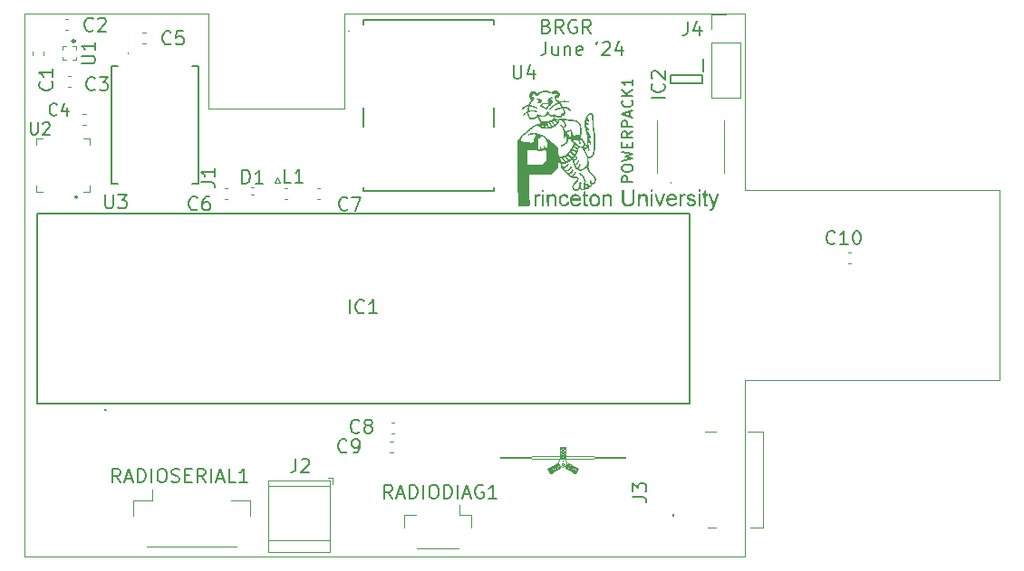
<source format=gbr>
%TF.GenerationSoftware,KiCad,Pcbnew,(7.0.0)*%
%TF.CreationDate,2024-06-17T09:17:14-04:00*%
%TF.ProjectId,BRGRavionics2.4.1,42524752-6176-4696-9f6e-696373322e34,rev?*%
%TF.SameCoordinates,PX429d390PY9157080*%
%TF.FileFunction,Legend,Top*%
%TF.FilePolarity,Positive*%
%FSLAX46Y46*%
G04 Gerber Fmt 4.6, Leading zero omitted, Abs format (unit mm)*
G04 Created by KiCad (PCBNEW (7.0.0)) date 2024-06-17 09:17:14*
%MOMM*%
%LPD*%
G01*
G04 APERTURE LIST*
%ADD10C,0.020000*%
%ADD11C,0.203200*%
%ADD12C,0.177800*%
%ADD13C,0.120000*%
%ADD14C,0.100000*%
%ADD15C,0.200000*%
%ADD16C,0.250000*%
%TA.AperFunction,Profile*%
%ADD17C,0.025400*%
%TD*%
%TA.AperFunction,Profile*%
%ADD18C,0.100000*%
%TD*%
G04 APERTURE END LIST*
D10*
X50280731Y8962661D02*
X50276171Y8958295D01*
X50036730Y9961793D02*
X50036730Y9731437D01*
X51156581Y8125135D02*
X51333230Y8172468D01*
X49290743Y8351089D02*
X49126046Y8395219D01*
X50291720Y8966170D02*
X50291042Y8966148D01*
X50328830Y9180640D02*
X50341574Y9180640D01*
X51158553Y8117775D02*
X51202684Y7953078D01*
X50255170Y9233020D02*
X50056163Y9233020D01*
X50165331Y8659713D02*
X50169422Y8638816D01*
X50177786Y8619505D01*
X50189965Y8602151D01*
X50205498Y8587122D01*
X50223927Y8574790D01*
X50244793Y8565523D01*
X50267637Y8559691D01*
X50292000Y8557665D01*
X49971423Y8530080D02*
X50025861Y8316407D01*
X50286612Y10250726D02*
X50278158Y10259180D01*
X50732916Y8603275D02*
X50817297Y8625884D01*
X50157296Y9302411D02*
X50095525Y9240640D01*
X50418669Y8659713D02*
X50414577Y8680611D01*
X50406213Y8699922D01*
X50394034Y8717276D01*
X50378501Y8732305D01*
X50360072Y8744637D01*
X50339206Y8753904D01*
X50316362Y8759736D01*
X50292000Y8761761D01*
X49344206Y8521173D02*
X49300075Y8356477D01*
X50917879Y8250506D02*
X50760543Y8208348D01*
X49715426Y8434515D02*
X49668093Y8257867D01*
X49110892Y8386469D02*
X49066762Y8221773D01*
X49012390Y8018855D02*
X49133104Y7809773D01*
X50384407Y9434062D02*
X50381854Y9434099D01*
X50760543Y8208348D02*
X50960037Y8093170D01*
X49356829Y7938941D02*
X49199493Y7981099D01*
X50372722Y9434246D02*
X50368963Y9434313D01*
X50547270Y9451253D02*
X50426704Y9571819D01*
X50868574Y8434515D02*
X50691925Y8387182D01*
X51099916Y8307172D02*
X51052583Y8483820D01*
X50817297Y8625884D02*
X50794687Y8710265D01*
X50308304Y8957639D02*
X50303810Y8962275D01*
X51482441Y8381081D02*
X51524599Y8223745D01*
X49912564Y8512027D02*
X50012068Y8339682D01*
X50311067Y8940830D02*
X50311486Y8950081D01*
X50292000Y10245338D02*
X50162684Y10116022D01*
X49476724Y8309144D02*
X49524057Y8485792D01*
X49059401Y8223745D02*
X49101559Y8381081D01*
X50678091Y8557018D02*
G75*
G03*
X50678091Y8557018I-10922J0D01*
G01*
X49126046Y8395219D02*
X49110892Y8386469D01*
X51293257Y8351089D02*
X51340590Y8174440D01*
X51109248Y8301784D02*
X51156581Y8125135D01*
X50824085Y8761183D02*
X50800075Y8719597D01*
X51566543Y8037764D02*
X51519211Y8214413D01*
X50292293Y8966169D02*
X50292000Y8966172D01*
X49133104Y7809773D02*
X49148003Y7818374D01*
X51473108Y8386469D02*
X51457954Y8395219D01*
X50368963Y9434313D02*
X50364133Y9434402D01*
X50255170Y9180640D02*
X50255170Y9233020D01*
X50821029Y8771746D02*
X51716575Y8254702D01*
X50157296Y9841226D02*
X50036730Y9720660D01*
X49057429Y8216385D02*
X48892733Y8260515D01*
X50568815Y8319043D02*
X50726723Y8227874D01*
X50726723Y8227874D02*
X50684565Y8385210D01*
X50800075Y8719597D02*
X50824657Y8627857D01*
X50426704Y9302411D02*
X50364933Y9240640D01*
X50195806Y9434012D02*
X50198261Y9434044D01*
X49484084Y8307172D02*
X49660733Y8259839D01*
X50547270Y9240640D02*
X50547270Y9422977D01*
X49474752Y8301784D02*
X49298103Y8349116D01*
X51448621Y8400607D02*
X51249127Y8515785D01*
X50290454Y8926544D02*
X50291402Y8926493D01*
X50875934Y8436487D02*
X50923267Y8259839D01*
X50292000Y9706523D02*
X50162684Y9577207D01*
X49832790Y8213736D02*
X49847944Y8222486D01*
X49250770Y8172468D02*
X49427419Y8125135D01*
X50342625Y9173020D02*
X50241375Y9173020D01*
X50288385Y8926816D02*
X50290454Y8926544D01*
X49434779Y8123163D02*
X49599476Y8079033D01*
X49427419Y8125135D02*
X49474752Y8301784D01*
X49359360Y8529923D02*
X49344206Y8521173D01*
X51453685Y7799363D02*
X50558139Y8316407D01*
X49130315Y7799363D02*
X48867425Y8254702D01*
X50198261Y9434044D02*
X50199593Y9434062D01*
X50292000Y9717299D02*
X50421316Y9846615D01*
X49524057Y8485792D02*
X49359360Y8529923D01*
X50824657Y8627857D02*
X50981993Y8670015D01*
X51526571Y8216385D02*
X51573904Y8039736D01*
X50036730Y9731437D02*
X50151908Y9846615D01*
X49783925Y8719597D02*
X49759915Y8761183D01*
X50307344Y8933745D02*
X50311067Y8940830D01*
X51389895Y7990431D02*
X51566543Y8037764D01*
X50432092Y9846615D02*
X50547270Y9731437D01*
X50241375Y9173020D02*
X50029110Y9232712D01*
X50036730Y9990068D02*
X50036730Y9972569D01*
X50291402Y8926493D02*
X50292000Y8926484D01*
X50488475Y9240640D02*
X50426704Y9302411D01*
X50969370Y8087782D02*
X50984524Y8079033D01*
X50219067Y9240640D02*
X50157296Y9302411D01*
X50036730Y9692385D02*
X50036730Y9462029D01*
X49847944Y8222486D02*
X49892075Y8387182D01*
X50547270Y9961793D02*
X50432092Y9846615D01*
X50359856Y9434484D02*
X50292000Y9435605D01*
X50688875Y8773622D02*
G75*
G03*
X50688875Y8773622I-396875J0D01*
G01*
X50364133Y9434402D02*
X50360904Y9434464D01*
X51457954Y8395219D02*
X51293257Y8351089D01*
X49017457Y8037764D02*
X49194105Y7990431D01*
X49192133Y7983071D02*
X49015484Y8030404D01*
X44450000Y9227437D02*
X50292000Y9167985D01*
X50612577Y8530080D02*
X50663202Y8617765D01*
X49776231Y8748164D02*
X49875734Y8575819D01*
X50311486Y8950081D02*
X50308304Y8957639D01*
X50659983Y8476951D02*
X50598212Y8369961D01*
X50036730Y9451253D02*
X50036730Y9433754D01*
X50499251Y9240640D02*
X50547270Y9240640D01*
X50278158Y10259180D02*
X50036730Y10259180D01*
X50421316Y9846615D02*
X50292000Y9975930D01*
X49592674Y8664627D02*
X49577520Y8655877D01*
X50421316Y9307799D02*
X50292000Y9437115D01*
X49368693Y8535311D02*
X49526029Y8493153D01*
X50389170Y9433999D02*
X50389216Y9433999D01*
X49157335Y7823763D02*
X49356829Y7938941D01*
X51052583Y8483820D02*
X50875934Y8436487D01*
X50242426Y9180640D02*
X50255170Y9180640D01*
X50547270Y9720660D02*
X50426704Y9841226D01*
X50292000Y9435605D02*
X50224144Y9434484D01*
X56134000Y9227437D02*
X56134000Y9237298D01*
X51517238Y8221773D02*
X51473108Y8386469D01*
X49243410Y8174440D02*
X49290743Y8351089D01*
X50036730Y9462029D02*
X50151908Y9577207D01*
X50665371Y8486283D02*
X50689953Y8394543D01*
X50036730Y10259180D02*
X50036730Y10241977D01*
X50036730Y9972569D02*
X50157296Y9852003D01*
X50662903Y8602009D02*
X50708266Y8575819D01*
X49921097Y8602009D02*
X49914725Y8613045D01*
X50302422Y8929441D02*
X50307344Y8933745D01*
X50671436Y8512027D02*
X50626073Y8538217D01*
X49599476Y8079033D02*
X49614630Y8087782D01*
X49985788Y8369961D02*
X49924017Y8476951D01*
X50554890Y9232712D02*
X50342625Y9173020D01*
X49300075Y8356477D02*
X49476724Y8309144D01*
X50364933Y9240640D02*
X50488475Y9240640D01*
X50807769Y8748164D02*
X50669275Y8613045D01*
X50626073Y8538217D02*
X50619701Y8527181D01*
X50292975Y8966148D02*
X50292293Y8966169D01*
X50547270Y10000844D02*
X50547270Y10231200D01*
X50292000Y8966172D02*
X50291720Y8966170D01*
X50291042Y8966148D02*
X50289861Y8966056D01*
X51224640Y8529923D02*
X51059943Y8485792D01*
X49101559Y8381081D02*
X48902065Y8265903D01*
X50925239Y8252479D02*
X50969370Y8087782D01*
X49425447Y8117775D02*
X49248798Y8165107D01*
X51193351Y7958466D02*
X51151193Y8115802D01*
X49899435Y8385210D02*
X49857277Y8227874D01*
X50554890Y10266800D02*
X50554890Y9232712D01*
X50432092Y10116022D02*
X50547270Y10000844D01*
X50751210Y8213736D02*
X50915907Y8257867D01*
X50157296Y10110634D02*
X50036730Y9990068D01*
X51391867Y7983071D02*
X51435997Y7818374D01*
X49924017Y8476951D02*
X49901407Y8392570D01*
X50592824Y8360628D02*
X50568815Y8319043D01*
X51691267Y8260515D02*
X51526571Y8216385D01*
X49764731Y8618524D02*
X49717398Y8441876D01*
X50866602Y8441876D02*
X50819269Y8618524D01*
X49920798Y8617765D02*
X49971423Y8530080D01*
X50547270Y10259180D02*
X50305842Y10259180D01*
X50547270Y9703161D02*
X50547270Y9720660D01*
X50432092Y9577207D02*
X50547270Y9462029D01*
X50547270Y9972569D02*
X50547270Y9990068D01*
X50691925Y8387182D02*
X50736056Y8222486D01*
X50296373Y8926972D02*
X50302422Y8929441D01*
X49957927Y8538217D02*
X49912564Y8512027D01*
X51333230Y8172468D02*
X51285897Y8349116D01*
X50292000Y8761761D02*
X50267637Y8759736D01*
X50244793Y8753904D01*
X50223927Y8744637D01*
X50205498Y8732305D01*
X50189965Y8717276D01*
X50177786Y8699922D01*
X50169422Y8680611D01*
X50165331Y8659713D01*
X49292715Y8358449D02*
X49334873Y8515785D01*
X50292000Y8926484D02*
X50292110Y8926484D01*
X49875734Y8575819D02*
X49921097Y8602009D01*
X50547270Y9692385D02*
X50432092Y9577207D01*
X51384507Y7981099D02*
X51227171Y7938941D01*
X49668093Y8257867D02*
X49832790Y8213736D01*
X50292110Y8926484D02*
X50292768Y8926499D01*
X49201465Y7988459D02*
X49366162Y7944329D01*
X50558139Y8316407D02*
X50612577Y8530080D01*
X50279040Y8931301D02*
X50283676Y8928314D01*
X50162684Y9307799D02*
X50229843Y9240640D01*
X50084749Y9240640D02*
X50151908Y9307799D01*
X51283925Y8356477D02*
X51239794Y8521173D01*
X50162684Y10116022D02*
X50292000Y9986707D01*
X50294211Y8966048D02*
X50292975Y8966148D01*
X50292000Y9447891D02*
X50421316Y9577207D01*
X51249127Y8515785D02*
X51291285Y8358449D01*
X51335202Y8165107D02*
X51158553Y8117775D01*
X50547270Y9422977D02*
X50432092Y9307799D01*
X51101888Y8299811D02*
X50925239Y8252479D01*
X48867425Y8254702D02*
X49762971Y8771746D01*
X49666121Y8250506D02*
X49623963Y8093170D01*
X50305842Y10259180D02*
X50297388Y10250726D01*
X50289861Y8966056D02*
X50285442Y8965057D01*
X51239794Y8521173D02*
X51224640Y8529923D01*
X50381854Y9434099D02*
X50378484Y9434151D01*
X50873962Y8443848D02*
X51050611Y8491181D01*
X49710038Y8443848D02*
X49757371Y8620496D01*
X49066762Y8221773D02*
X49243410Y8174440D01*
X50547270Y10231200D02*
X50432092Y10116022D01*
X49857277Y8227874D02*
X50015185Y8319043D01*
X50547270Y9731437D02*
X50547270Y9961793D01*
X50426704Y9571819D02*
X50297388Y9442503D01*
X51382535Y7988459D02*
X51335202Y8165107D01*
X50025861Y8316407D02*
X49130315Y7799363D01*
X49248798Y8165107D02*
X49201465Y7988459D01*
X49964299Y8527181D02*
X49957927Y8538217D01*
X49894047Y8394543D02*
X49918629Y8486283D01*
X50272454Y8949754D02*
X50272803Y8941302D01*
X50375639Y9434197D02*
X50372722Y9434246D01*
X50426704Y9582595D02*
X50547270Y9703161D01*
X51342562Y8167080D02*
X51389895Y7990431D01*
X50151908Y9577207D02*
X50036730Y9692385D01*
X49482112Y8299811D02*
X49434779Y8123163D01*
X50095525Y9240640D02*
X50219067Y9240640D01*
X50302922Y9206830D02*
G75*
G03*
X50302922Y9206830I-10922J0D01*
G01*
X50421316Y10116022D02*
X50292000Y10245338D01*
X49381316Y7953078D02*
X49425447Y8117775D01*
X49717398Y8441876D02*
X49894047Y8394543D01*
X50426704Y10110634D02*
X50297388Y9981318D01*
X49390649Y7958466D02*
X49590143Y8073644D01*
X49766703Y8625884D02*
X49851084Y8603275D01*
X50328830Y9233020D02*
X50328830Y9180640D01*
X49590143Y8073644D02*
X49432807Y8115802D01*
X50689953Y8394543D02*
X50866602Y8441876D01*
X49010096Y8039736D02*
X49057429Y8216385D01*
X49623963Y8093170D02*
X49823457Y8208348D01*
X51706166Y8251913D02*
X51691267Y8260515D01*
X51426665Y7823763D02*
X51384507Y7981099D01*
X51015813Y8650489D02*
X51057971Y8493153D01*
X50272803Y8941302D02*
X50274944Y8936185D01*
X49298103Y8349116D02*
X49250770Y8172468D01*
X49533389Y8491181D02*
X49710038Y8443848D01*
X50303810Y8962275D02*
X50299417Y8964733D01*
X50547270Y10241977D02*
X50547270Y10259180D01*
X49064789Y8214413D02*
X49017457Y8037764D01*
X49762971Y8771746D02*
X49920798Y8617765D01*
X51573904Y8039736D02*
X51585452Y8042831D01*
X50527837Y9233020D02*
X50328830Y9233020D01*
X50229843Y9240640D02*
X50354157Y9240640D01*
X51215307Y8535311D02*
X51015813Y8650489D01*
X49334873Y8515785D02*
X49135379Y8400607D01*
X50056163Y9233020D02*
X50242426Y9180640D01*
X50547270Y9462029D02*
X50547270Y9692385D01*
X51149221Y8123163D02*
X51101888Y8299811D01*
X50426704Y9841226D02*
X50297388Y9711911D01*
X44450000Y9271000D02*
X44450000Y9339058D01*
X49568187Y8650489D02*
X49368693Y8535311D01*
X51006480Y8655877D02*
X50991326Y8664627D01*
X49199493Y7981099D02*
X49157335Y7823763D01*
X50151908Y9846615D02*
X50036730Y9961793D01*
X56134000Y9237298D02*
X56134000Y9271000D01*
X50286612Y9981318D02*
X50157296Y10110634D01*
X50286612Y9442503D02*
X50157296Y9571819D01*
X49927753Y8557018D02*
G75*
G03*
X49927753Y8557018I-10922J0D01*
G01*
X51285897Y8349116D02*
X51109248Y8301784D01*
X50354157Y9240640D02*
X50421316Y9307799D01*
X50297388Y9442503D02*
X50426704Y9313187D01*
X49991176Y8360628D02*
X49899435Y8385210D01*
X50036730Y10241977D02*
X50157296Y10121410D01*
X50984524Y8079033D02*
X51149221Y8123163D01*
X50162684Y9577207D02*
X50292000Y9447891D01*
X50286612Y9711911D02*
X50157296Y9841226D01*
X44450000Y9237298D02*
X44450000Y9271000D01*
X50826629Y8620496D02*
X50873962Y8443848D01*
X51571610Y8018855D02*
X51568516Y8030404D01*
X50276171Y8958295D02*
X50272454Y8949754D01*
X50157296Y10121410D02*
X50286612Y10250726D01*
X50292000Y9986707D02*
X50421316Y10116022D01*
X51107276Y8309144D02*
X51283925Y8356477D01*
X51524599Y8223745D02*
X51681935Y8265903D01*
X50981993Y8670015D02*
X50824085Y8761183D01*
X50029110Y9232712D02*
X50029110Y10266800D01*
X50794687Y8710265D02*
X50732916Y8603275D01*
X50292000Y9167985D02*
X56134000Y9227437D01*
X50297388Y9711911D02*
X50426704Y9582595D01*
X49194105Y7990431D02*
X49241438Y8167080D01*
X50432092Y9307799D02*
X50499251Y9240640D01*
X56134000Y9271000D02*
X56134000Y9339058D01*
X50421316Y9577207D02*
X50292000Y9706523D01*
X50736056Y8222486D02*
X50751210Y8213736D01*
X50029110Y10266800D02*
X50554890Y10266800D01*
X50292000Y9975930D02*
X50162684Y9846615D01*
X51227171Y7938941D02*
X51426665Y7823763D01*
X50293833Y8926569D02*
X50296373Y8926972D01*
X50283676Y8928314D02*
X50288385Y8926816D01*
X48877834Y8251913D02*
X48998548Y8042831D01*
X49856472Y8593942D02*
X49764731Y8618524D01*
X51202684Y7953078D02*
X51217838Y7944329D01*
X51681935Y8265903D02*
X51482441Y8381081D01*
X48998548Y8042831D02*
X49010096Y8039736D01*
X50923267Y8259839D02*
X51099916Y8307172D01*
X49135379Y8400607D02*
X49292715Y8358449D01*
X50360904Y9434464D02*
X50359856Y9434484D01*
X50571932Y8339682D02*
X50671436Y8512027D01*
X49914725Y8613045D02*
X49776231Y8748164D01*
X49241438Y8167080D02*
X49064789Y8214413D01*
X50960037Y8093170D02*
X50917879Y8250506D01*
X50036730Y9240640D02*
X50084749Y9240640D01*
X50157296Y9571819D02*
X50036730Y9451253D01*
X50663202Y8617765D02*
X50821029Y8771746D01*
X50151908Y9307799D02*
X50036730Y9422977D01*
X50274944Y8936185D02*
X50279040Y8931301D01*
X50036730Y10000844D02*
X50151908Y10116022D01*
X49526029Y8493153D02*
X49568187Y8650489D01*
X51585452Y8042831D02*
X51706166Y8251913D01*
X48892733Y8260515D02*
X48877834Y8251913D01*
X50292768Y8926499D02*
X50293833Y8926569D01*
X51057971Y8493153D02*
X51215307Y8535311D01*
X49918629Y8486283D02*
X49856472Y8593942D01*
X50157296Y9852003D02*
X50286612Y9981318D01*
X50015185Y8319043D02*
X49991176Y8360628D01*
X49759343Y8627857D02*
X49783925Y8719597D01*
X50299417Y8964733D02*
X50294211Y8966048D01*
X50012068Y8339682D02*
X49964299Y8527181D01*
X50036730Y9422977D02*
X50036730Y9240640D01*
X49614630Y8087782D02*
X49658761Y8252479D01*
X50292000Y8557665D02*
X50316362Y8559691D01*
X50339206Y8565523D01*
X50360072Y8574790D01*
X50378501Y8587122D01*
X50394034Y8602151D01*
X50406213Y8619505D01*
X50414577Y8638816D01*
X50418669Y8659713D01*
X50297388Y9981318D02*
X50426704Y9852003D01*
X44450000Y9227437D02*
X44450000Y9237298D01*
X51340590Y8174440D02*
X51517238Y8221773D01*
X51519211Y8214413D02*
X51342562Y8167080D01*
X50297388Y10250726D02*
X50426704Y10121410D01*
X51716575Y8254702D02*
X51453685Y7799363D01*
X50036730Y9720660D02*
X50036730Y9703161D01*
X50036730Y9433754D02*
X50157296Y9313187D01*
X48902065Y8265903D02*
X49059401Y8223745D01*
X50157296Y9313187D02*
X50286612Y9442503D01*
X49901407Y8392570D02*
X49985788Y8369961D01*
X51151193Y8115802D02*
X50993857Y8073644D01*
X50285442Y8965057D02*
X50280731Y8962661D01*
X50387555Y9434020D02*
X50389170Y9433999D01*
X51217838Y7944329D02*
X51382535Y7988459D01*
X49660733Y8259839D02*
X49708066Y8436487D01*
X50151908Y10116022D02*
X50036730Y10231200D01*
X50547270Y9433754D02*
X50547270Y9451253D01*
X50292000Y9437115D02*
X50162684Y9307799D01*
X51568516Y8030404D02*
X51391867Y7983071D01*
X49366162Y7944329D02*
X49381316Y7953078D01*
X50598212Y8369961D02*
X50682593Y8392570D01*
X49602007Y8670015D02*
X49759343Y8627857D01*
X50669275Y8613045D02*
X50662903Y8602009D01*
X50162684Y9846615D02*
X50292000Y9717299D01*
X50819269Y8618524D02*
X50727528Y8593942D01*
X50426704Y9313187D02*
X50547270Y9433754D01*
X51450896Y7809773D02*
X51571610Y8018855D01*
X50993857Y8073644D02*
X51193351Y7958466D01*
X51435997Y7818374D02*
X51450896Y7809773D01*
X50157296Y9582595D02*
X50286612Y9711911D01*
X49823457Y8208348D02*
X49666121Y8250506D01*
X49531417Y8483820D02*
X49484084Y8307172D01*
X49892075Y8387182D02*
X49715426Y8434515D01*
X49789313Y8710265D02*
X49766703Y8625884D01*
X50684565Y8385210D02*
X50592824Y8360628D01*
X49851084Y8603275D02*
X49789313Y8710265D01*
X50384407Y9434062D02*
X50387555Y9434020D01*
X56134000Y9339058D02*
X50389216Y9433999D01*
X49577520Y8655877D02*
X49533389Y8491181D01*
X50682593Y8392570D02*
X50659983Y8476951D01*
X49658761Y8252479D02*
X49482112Y8299811D01*
X49432807Y8115802D02*
X49390649Y7958466D01*
X50915907Y8257867D02*
X50868574Y8434515D01*
X51050611Y8491181D02*
X51006480Y8655877D01*
X50426704Y10121410D02*
X50547270Y10241977D01*
X49708066Y8436487D02*
X49531417Y8483820D01*
X51059943Y8485792D02*
X51107276Y8309144D01*
X49148003Y7818374D02*
X49192133Y7983071D01*
X50426704Y9852003D02*
X50547270Y9972569D01*
X49015484Y8030404D02*
X49012390Y8018855D01*
X50194784Y9433999D02*
X44450000Y9339058D01*
X49759915Y8761183D02*
X49602007Y8670015D01*
X51291285Y8358449D02*
X51448621Y8400607D01*
X50547270Y9990068D02*
X50426704Y10110634D01*
X50708266Y8575819D02*
X50807769Y8748164D01*
X50727528Y8593942D02*
X50665371Y8486283D01*
X50619701Y8527181D02*
X50571932Y8339682D01*
X50378484Y9434151D02*
X50375639Y9434197D01*
X50036730Y10231200D02*
X50036730Y10000844D01*
X49757371Y8620496D02*
X49592674Y8664627D01*
X50341574Y9180640D02*
X50527837Y9233020D01*
X50991326Y8664627D02*
X50826629Y8620496D01*
X50036730Y9703161D02*
X50157296Y9582595D01*
D11*
X48757114Y49658815D02*
X48938542Y49598339D01*
X48938542Y49598339D02*
X48999019Y49537862D01*
X48999019Y49537862D02*
X49059495Y49416910D01*
X49059495Y49416910D02*
X49059495Y49235481D01*
X49059495Y49235481D02*
X48999019Y49114529D01*
X48999019Y49114529D02*
X48938542Y49054053D01*
X48938542Y49054053D02*
X48817590Y48993577D01*
X48817590Y48993577D02*
X48333780Y48993577D01*
X48333780Y48993577D02*
X48333780Y50263577D01*
X48333780Y50263577D02*
X48757114Y50263577D01*
X48757114Y50263577D02*
X48878066Y50203100D01*
X48878066Y50203100D02*
X48938542Y50142624D01*
X48938542Y50142624D02*
X48999019Y50021672D01*
X48999019Y50021672D02*
X48999019Y49900720D01*
X48999019Y49900720D02*
X48938542Y49779767D01*
X48938542Y49779767D02*
X48878066Y49719291D01*
X48878066Y49719291D02*
X48757114Y49658815D01*
X48757114Y49658815D02*
X48333780Y49658815D01*
X50329495Y48993577D02*
X49906161Y49598339D01*
X49603780Y48993577D02*
X49603780Y50263577D01*
X49603780Y50263577D02*
X50087590Y50263577D01*
X50087590Y50263577D02*
X50208542Y50203100D01*
X50208542Y50203100D02*
X50269019Y50142624D01*
X50269019Y50142624D02*
X50329495Y50021672D01*
X50329495Y50021672D02*
X50329495Y49840243D01*
X50329495Y49840243D02*
X50269019Y49719291D01*
X50269019Y49719291D02*
X50208542Y49658815D01*
X50208542Y49658815D02*
X50087590Y49598339D01*
X50087590Y49598339D02*
X49603780Y49598339D01*
X51539019Y50203100D02*
X51418066Y50263577D01*
X51418066Y50263577D02*
X51236638Y50263577D01*
X51236638Y50263577D02*
X51055209Y50203100D01*
X51055209Y50203100D02*
X50934257Y50082148D01*
X50934257Y50082148D02*
X50873780Y49961196D01*
X50873780Y49961196D02*
X50813304Y49719291D01*
X50813304Y49719291D02*
X50813304Y49537862D01*
X50813304Y49537862D02*
X50873780Y49295958D01*
X50873780Y49295958D02*
X50934257Y49175005D01*
X50934257Y49175005D02*
X51055209Y49054053D01*
X51055209Y49054053D02*
X51236638Y48993577D01*
X51236638Y48993577D02*
X51357590Y48993577D01*
X51357590Y48993577D02*
X51539019Y49054053D01*
X51539019Y49054053D02*
X51599495Y49114529D01*
X51599495Y49114529D02*
X51599495Y49537862D01*
X51599495Y49537862D02*
X51357590Y49537862D01*
X52869495Y48993577D02*
X52446161Y49598339D01*
X52143780Y48993577D02*
X52143780Y50263577D01*
X52143780Y50263577D02*
X52627590Y50263577D01*
X52627590Y50263577D02*
X52748542Y50203100D01*
X52748542Y50203100D02*
X52809019Y50142624D01*
X52809019Y50142624D02*
X52869495Y50021672D01*
X52869495Y50021672D02*
X52869495Y49840243D01*
X52869495Y49840243D02*
X52809019Y49719291D01*
X52809019Y49719291D02*
X52748542Y49658815D01*
X52748542Y49658815D02*
X52627590Y49598339D01*
X52627590Y49598339D02*
X52143780Y49598339D01*
X48696638Y48206177D02*
X48696638Y47299034D01*
X48696638Y47299034D02*
X48636161Y47117605D01*
X48636161Y47117605D02*
X48515209Y46996653D01*
X48515209Y46996653D02*
X48333780Y46936177D01*
X48333780Y46936177D02*
X48212828Y46936177D01*
X49845685Y47782843D02*
X49845685Y46936177D01*
X49301399Y47782843D02*
X49301399Y47117605D01*
X49301399Y47117605D02*
X49361876Y46996653D01*
X49361876Y46996653D02*
X49482828Y46936177D01*
X49482828Y46936177D02*
X49664257Y46936177D01*
X49664257Y46936177D02*
X49785209Y46996653D01*
X49785209Y46996653D02*
X49845685Y47057129D01*
X50450447Y47782843D02*
X50450447Y46936177D01*
X50450447Y47661891D02*
X50510924Y47722367D01*
X50510924Y47722367D02*
X50631876Y47782843D01*
X50631876Y47782843D02*
X50813305Y47782843D01*
X50813305Y47782843D02*
X50934257Y47722367D01*
X50934257Y47722367D02*
X50994733Y47601415D01*
X50994733Y47601415D02*
X50994733Y46936177D01*
X52083305Y46996653D02*
X51962353Y46936177D01*
X51962353Y46936177D02*
X51720448Y46936177D01*
X51720448Y46936177D02*
X51599495Y46996653D01*
X51599495Y46996653D02*
X51539019Y47117605D01*
X51539019Y47117605D02*
X51539019Y47601415D01*
X51539019Y47601415D02*
X51599495Y47722367D01*
X51599495Y47722367D02*
X51720448Y47782843D01*
X51720448Y47782843D02*
X51962353Y47782843D01*
X51962353Y47782843D02*
X52083305Y47722367D01*
X52083305Y47722367D02*
X52143781Y47601415D01*
X52143781Y47601415D02*
X52143781Y47480462D01*
X52143781Y47480462D02*
X51539019Y47359510D01*
X53510543Y48206177D02*
X53389590Y47964272D01*
X53994352Y48085224D02*
X54054828Y48145700D01*
X54054828Y48145700D02*
X54175781Y48206177D01*
X54175781Y48206177D02*
X54478162Y48206177D01*
X54478162Y48206177D02*
X54599114Y48145700D01*
X54599114Y48145700D02*
X54659590Y48085224D01*
X54659590Y48085224D02*
X54720067Y47964272D01*
X54720067Y47964272D02*
X54720067Y47843320D01*
X54720067Y47843320D02*
X54659590Y47661891D01*
X54659590Y47661891D02*
X53933876Y46936177D01*
X53933876Y46936177D02*
X54720067Y46936177D01*
X55808638Y47782843D02*
X55808638Y46936177D01*
X55506257Y48266653D02*
X55203876Y47359510D01*
X55203876Y47359510D02*
X55990067Y47359510D01*
%TO.C,C6*%
X16145933Y32547379D02*
X16085457Y32486903D01*
X16085457Y32486903D02*
X15904028Y32426427D01*
X15904028Y32426427D02*
X15783076Y32426427D01*
X15783076Y32426427D02*
X15601647Y32486903D01*
X15601647Y32486903D02*
X15480695Y32607855D01*
X15480695Y32607855D02*
X15420218Y32728808D01*
X15420218Y32728808D02*
X15359742Y32970712D01*
X15359742Y32970712D02*
X15359742Y33152141D01*
X15359742Y33152141D02*
X15420218Y33394046D01*
X15420218Y33394046D02*
X15480695Y33514998D01*
X15480695Y33514998D02*
X15601647Y33635950D01*
X15601647Y33635950D02*
X15783076Y33696427D01*
X15783076Y33696427D02*
X15904028Y33696427D01*
X15904028Y33696427D02*
X16085457Y33635950D01*
X16085457Y33635950D02*
X16145933Y33575474D01*
X17234504Y33696427D02*
X16992599Y33696427D01*
X16992599Y33696427D02*
X16871647Y33635950D01*
X16871647Y33635950D02*
X16811171Y33575474D01*
X16811171Y33575474D02*
X16690218Y33394046D01*
X16690218Y33394046D02*
X16629742Y33152141D01*
X16629742Y33152141D02*
X16629742Y32668331D01*
X16629742Y32668331D02*
X16690218Y32547379D01*
X16690218Y32547379D02*
X16750695Y32486903D01*
X16750695Y32486903D02*
X16871647Y32426427D01*
X16871647Y32426427D02*
X17113552Y32426427D01*
X17113552Y32426427D02*
X17234504Y32486903D01*
X17234504Y32486903D02*
X17294980Y32547379D01*
X17294980Y32547379D02*
X17355457Y32668331D01*
X17355457Y32668331D02*
X17355457Y32970712D01*
X17355457Y32970712D02*
X17294980Y33091665D01*
X17294980Y33091665D02*
X17234504Y33152141D01*
X17234504Y33152141D02*
X17113552Y33212617D01*
X17113552Y33212617D02*
X16871647Y33212617D01*
X16871647Y33212617D02*
X16750695Y33152141D01*
X16750695Y33152141D02*
X16690218Y33091665D01*
X16690218Y33091665D02*
X16629742Y32970712D01*
%TO.C,L1*%
X24908933Y34991827D02*
X24304171Y34991827D01*
X24304171Y34991827D02*
X24304171Y36261827D01*
X25997505Y34991827D02*
X25271790Y34991827D01*
X25634647Y34991827D02*
X25634647Y36261827D01*
X25634647Y36261827D02*
X25513695Y36080398D01*
X25513695Y36080398D02*
X25392743Y35959446D01*
X25392743Y35959446D02*
X25271790Y35898970D01*
%TO.C,RADIODIAG1*%
X34361362Y5477027D02*
X33938028Y6081789D01*
X33635647Y5477027D02*
X33635647Y6747027D01*
X33635647Y6747027D02*
X34119457Y6747027D01*
X34119457Y6747027D02*
X34240409Y6686550D01*
X34240409Y6686550D02*
X34300886Y6626074D01*
X34300886Y6626074D02*
X34361362Y6505122D01*
X34361362Y6505122D02*
X34361362Y6323693D01*
X34361362Y6323693D02*
X34300886Y6202741D01*
X34300886Y6202741D02*
X34240409Y6142265D01*
X34240409Y6142265D02*
X34119457Y6081789D01*
X34119457Y6081789D02*
X33635647Y6081789D01*
X34845171Y5839884D02*
X35449933Y5839884D01*
X34724219Y5477027D02*
X35147552Y6747027D01*
X35147552Y6747027D02*
X35570886Y5477027D01*
X35994218Y5477027D02*
X35994218Y6747027D01*
X35994218Y6747027D02*
X36296599Y6747027D01*
X36296599Y6747027D02*
X36478028Y6686550D01*
X36478028Y6686550D02*
X36598980Y6565598D01*
X36598980Y6565598D02*
X36659457Y6444646D01*
X36659457Y6444646D02*
X36719933Y6202741D01*
X36719933Y6202741D02*
X36719933Y6021312D01*
X36719933Y6021312D02*
X36659457Y5779408D01*
X36659457Y5779408D02*
X36598980Y5658455D01*
X36598980Y5658455D02*
X36478028Y5537503D01*
X36478028Y5537503D02*
X36296599Y5477027D01*
X36296599Y5477027D02*
X35994218Y5477027D01*
X37264218Y5477027D02*
X37264218Y6747027D01*
X38110885Y6747027D02*
X38352790Y6747027D01*
X38352790Y6747027D02*
X38473742Y6686550D01*
X38473742Y6686550D02*
X38594695Y6565598D01*
X38594695Y6565598D02*
X38655171Y6323693D01*
X38655171Y6323693D02*
X38655171Y5900360D01*
X38655171Y5900360D02*
X38594695Y5658455D01*
X38594695Y5658455D02*
X38473742Y5537503D01*
X38473742Y5537503D02*
X38352790Y5477027D01*
X38352790Y5477027D02*
X38110885Y5477027D01*
X38110885Y5477027D02*
X37989933Y5537503D01*
X37989933Y5537503D02*
X37868980Y5658455D01*
X37868980Y5658455D02*
X37808504Y5900360D01*
X37808504Y5900360D02*
X37808504Y6323693D01*
X37808504Y6323693D02*
X37868980Y6565598D01*
X37868980Y6565598D02*
X37989933Y6686550D01*
X37989933Y6686550D02*
X38110885Y6747027D01*
X39199456Y5477027D02*
X39199456Y6747027D01*
X39199456Y6747027D02*
X39501837Y6747027D01*
X39501837Y6747027D02*
X39683266Y6686550D01*
X39683266Y6686550D02*
X39804218Y6565598D01*
X39804218Y6565598D02*
X39864695Y6444646D01*
X39864695Y6444646D02*
X39925171Y6202741D01*
X39925171Y6202741D02*
X39925171Y6021312D01*
X39925171Y6021312D02*
X39864695Y5779408D01*
X39864695Y5779408D02*
X39804218Y5658455D01*
X39804218Y5658455D02*
X39683266Y5537503D01*
X39683266Y5537503D02*
X39501837Y5477027D01*
X39501837Y5477027D02*
X39199456Y5477027D01*
X40469456Y5477027D02*
X40469456Y6747027D01*
X41013742Y5839884D02*
X41618504Y5839884D01*
X40892790Y5477027D02*
X41316123Y6747027D01*
X41316123Y6747027D02*
X41739457Y5477027D01*
X42828028Y6686550D02*
X42707075Y6747027D01*
X42707075Y6747027D02*
X42525647Y6747027D01*
X42525647Y6747027D02*
X42344218Y6686550D01*
X42344218Y6686550D02*
X42223266Y6565598D01*
X42223266Y6565598D02*
X42162789Y6444646D01*
X42162789Y6444646D02*
X42102313Y6202741D01*
X42102313Y6202741D02*
X42102313Y6021312D01*
X42102313Y6021312D02*
X42162789Y5779408D01*
X42162789Y5779408D02*
X42223266Y5658455D01*
X42223266Y5658455D02*
X42344218Y5537503D01*
X42344218Y5537503D02*
X42525647Y5477027D01*
X42525647Y5477027D02*
X42646599Y5477027D01*
X42646599Y5477027D02*
X42828028Y5537503D01*
X42828028Y5537503D02*
X42888504Y5597979D01*
X42888504Y5597979D02*
X42888504Y6021312D01*
X42888504Y6021312D02*
X42646599Y6021312D01*
X44098028Y5477027D02*
X43372313Y5477027D01*
X43735170Y5477027D02*
X43735170Y6747027D01*
X43735170Y6747027D02*
X43614218Y6565598D01*
X43614218Y6565598D02*
X43493266Y6444646D01*
X43493266Y6444646D02*
X43372313Y6384170D01*
%TO.C,C10*%
X75713771Y29346979D02*
X75653295Y29286503D01*
X75653295Y29286503D02*
X75471866Y29226027D01*
X75471866Y29226027D02*
X75350914Y29226027D01*
X75350914Y29226027D02*
X75169485Y29286503D01*
X75169485Y29286503D02*
X75048533Y29407455D01*
X75048533Y29407455D02*
X74988056Y29528408D01*
X74988056Y29528408D02*
X74927580Y29770312D01*
X74927580Y29770312D02*
X74927580Y29951741D01*
X74927580Y29951741D02*
X74988056Y30193646D01*
X74988056Y30193646D02*
X75048533Y30314598D01*
X75048533Y30314598D02*
X75169485Y30435550D01*
X75169485Y30435550D02*
X75350914Y30496027D01*
X75350914Y30496027D02*
X75471866Y30496027D01*
X75471866Y30496027D02*
X75653295Y30435550D01*
X75653295Y30435550D02*
X75713771Y30375074D01*
X76923295Y29226027D02*
X76197580Y29226027D01*
X76560437Y29226027D02*
X76560437Y30496027D01*
X76560437Y30496027D02*
X76439485Y30314598D01*
X76439485Y30314598D02*
X76318533Y30193646D01*
X76318533Y30193646D02*
X76197580Y30133170D01*
X77709485Y30496027D02*
X77830438Y30496027D01*
X77830438Y30496027D02*
X77951390Y30435550D01*
X77951390Y30435550D02*
X78011866Y30375074D01*
X78011866Y30375074D02*
X78072342Y30254122D01*
X78072342Y30254122D02*
X78132819Y30012217D01*
X78132819Y30012217D02*
X78132819Y29709836D01*
X78132819Y29709836D02*
X78072342Y29467931D01*
X78072342Y29467931D02*
X78011866Y29346979D01*
X78011866Y29346979D02*
X77951390Y29286503D01*
X77951390Y29286503D02*
X77830438Y29226027D01*
X77830438Y29226027D02*
X77709485Y29226027D01*
X77709485Y29226027D02*
X77588533Y29286503D01*
X77588533Y29286503D02*
X77528057Y29346979D01*
X77528057Y29346979D02*
X77467580Y29467931D01*
X77467580Y29467931D02*
X77407104Y29709836D01*
X77407104Y29709836D02*
X77407104Y30012217D01*
X77407104Y30012217D02*
X77467580Y30254122D01*
X77467580Y30254122D02*
X77528057Y30375074D01*
X77528057Y30375074D02*
X77588533Y30435550D01*
X77588533Y30435550D02*
X77709485Y30496027D01*
%TO.C,D1*%
X20347818Y34932627D02*
X20347818Y36202627D01*
X20347818Y36202627D02*
X20650199Y36202627D01*
X20650199Y36202627D02*
X20831628Y36142150D01*
X20831628Y36142150D02*
X20952580Y36021198D01*
X20952580Y36021198D02*
X21013057Y35900246D01*
X21013057Y35900246D02*
X21073533Y35658341D01*
X21073533Y35658341D02*
X21073533Y35476912D01*
X21073533Y35476912D02*
X21013057Y35235008D01*
X21013057Y35235008D02*
X20952580Y35114055D01*
X20952580Y35114055D02*
X20831628Y34993103D01*
X20831628Y34993103D02*
X20650199Y34932627D01*
X20650199Y34932627D02*
X20347818Y34932627D01*
X22283057Y34932627D02*
X21557342Y34932627D01*
X21920199Y34932627D02*
X21920199Y36202627D01*
X21920199Y36202627D02*
X21799247Y36021198D01*
X21799247Y36021198D02*
X21678295Y35900246D01*
X21678295Y35900246D02*
X21557342Y35839770D01*
%TO.C,J3*%
X56829173Y5621868D02*
X57736316Y5621868D01*
X57736316Y5621868D02*
X57917745Y5561391D01*
X57917745Y5561391D02*
X58038697Y5440439D01*
X58038697Y5440439D02*
X58099173Y5259010D01*
X58099173Y5259010D02*
X58099173Y5138058D01*
X56829173Y6105677D02*
X56829173Y6891868D01*
X56829173Y6891868D02*
X57312983Y6468534D01*
X57312983Y6468534D02*
X57312983Y6649963D01*
X57312983Y6649963D02*
X57373459Y6770915D01*
X57373459Y6770915D02*
X57433935Y6831391D01*
X57433935Y6831391D02*
X57554888Y6891868D01*
X57554888Y6891868D02*
X57857269Y6891868D01*
X57857269Y6891868D02*
X57978221Y6831391D01*
X57978221Y6831391D02*
X58038697Y6770915D01*
X58038697Y6770915D02*
X58099173Y6649963D01*
X58099173Y6649963D02*
X58099173Y6287106D01*
X58099173Y6287106D02*
X58038697Y6166153D01*
X58038697Y6166153D02*
X57978221Y6105677D01*
D12*
%TO.C,U2*%
X576942Y40651884D02*
X576942Y39726598D01*
X576942Y39726598D02*
X631371Y39617741D01*
X631371Y39617741D02*
X685800Y39563313D01*
X685800Y39563313D02*
X794657Y39508884D01*
X794657Y39508884D02*
X1012371Y39508884D01*
X1012371Y39508884D02*
X1121228Y39563313D01*
X1121228Y39563313D02*
X1175657Y39617741D01*
X1175657Y39617741D02*
X1230085Y39726598D01*
X1230085Y39726598D02*
X1230085Y40651884D01*
X1719943Y40543027D02*
X1774371Y40597455D01*
X1774371Y40597455D02*
X1883229Y40651884D01*
X1883229Y40651884D02*
X2155371Y40651884D01*
X2155371Y40651884D02*
X2264229Y40597455D01*
X2264229Y40597455D02*
X2318657Y40543027D01*
X2318657Y40543027D02*
X2373086Y40434170D01*
X2373086Y40434170D02*
X2373086Y40325313D01*
X2373086Y40325313D02*
X2318657Y40162027D01*
X2318657Y40162027D02*
X1665514Y39508884D01*
X1665514Y39508884D02*
X2373086Y39508884D01*
D11*
%TO.C,C7*%
X30166733Y32521979D02*
X30106257Y32461503D01*
X30106257Y32461503D02*
X29924828Y32401027D01*
X29924828Y32401027D02*
X29803876Y32401027D01*
X29803876Y32401027D02*
X29622447Y32461503D01*
X29622447Y32461503D02*
X29501495Y32582455D01*
X29501495Y32582455D02*
X29441018Y32703408D01*
X29441018Y32703408D02*
X29380542Y32945312D01*
X29380542Y32945312D02*
X29380542Y33126741D01*
X29380542Y33126741D02*
X29441018Y33368646D01*
X29441018Y33368646D02*
X29501495Y33489598D01*
X29501495Y33489598D02*
X29622447Y33610550D01*
X29622447Y33610550D02*
X29803876Y33671027D01*
X29803876Y33671027D02*
X29924828Y33671027D01*
X29924828Y33671027D02*
X30106257Y33610550D01*
X30106257Y33610550D02*
X30166733Y33550074D01*
X30590066Y33671027D02*
X31436733Y33671027D01*
X31436733Y33671027D02*
X30892447Y32401027D01*
%TO.C,C3*%
X6570133Y43748779D02*
X6509657Y43688303D01*
X6509657Y43688303D02*
X6328228Y43627827D01*
X6328228Y43627827D02*
X6207276Y43627827D01*
X6207276Y43627827D02*
X6025847Y43688303D01*
X6025847Y43688303D02*
X5904895Y43809255D01*
X5904895Y43809255D02*
X5844418Y43930208D01*
X5844418Y43930208D02*
X5783942Y44172112D01*
X5783942Y44172112D02*
X5783942Y44353541D01*
X5783942Y44353541D02*
X5844418Y44595446D01*
X5844418Y44595446D02*
X5904895Y44716398D01*
X5904895Y44716398D02*
X6025847Y44837350D01*
X6025847Y44837350D02*
X6207276Y44897827D01*
X6207276Y44897827D02*
X6328228Y44897827D01*
X6328228Y44897827D02*
X6509657Y44837350D01*
X6509657Y44837350D02*
X6570133Y44776874D01*
X6993466Y44897827D02*
X7779657Y44897827D01*
X7779657Y44897827D02*
X7356323Y44414017D01*
X7356323Y44414017D02*
X7537752Y44414017D01*
X7537752Y44414017D02*
X7658704Y44353541D01*
X7658704Y44353541D02*
X7719180Y44293065D01*
X7719180Y44293065D02*
X7779657Y44172112D01*
X7779657Y44172112D02*
X7779657Y43869731D01*
X7779657Y43869731D02*
X7719180Y43748779D01*
X7719180Y43748779D02*
X7658704Y43688303D01*
X7658704Y43688303D02*
X7537752Y43627827D01*
X7537752Y43627827D02*
X7174895Y43627827D01*
X7174895Y43627827D02*
X7053942Y43688303D01*
X7053942Y43688303D02*
X6993466Y43748779D01*
%TO.C,J4*%
X61959067Y50079427D02*
X61959067Y49172284D01*
X61959067Y49172284D02*
X61898590Y48990855D01*
X61898590Y48990855D02*
X61777638Y48869903D01*
X61777638Y48869903D02*
X61596209Y48809427D01*
X61596209Y48809427D02*
X61475257Y48809427D01*
X63108114Y49656093D02*
X63108114Y48809427D01*
X62805733Y50139903D02*
X62503352Y49232760D01*
X62503352Y49232760D02*
X63289543Y49232760D01*
%TO.C,C9*%
X30090533Y9865179D02*
X30030057Y9804703D01*
X30030057Y9804703D02*
X29848628Y9744227D01*
X29848628Y9744227D02*
X29727676Y9744227D01*
X29727676Y9744227D02*
X29546247Y9804703D01*
X29546247Y9804703D02*
X29425295Y9925655D01*
X29425295Y9925655D02*
X29364818Y10046608D01*
X29364818Y10046608D02*
X29304342Y10288512D01*
X29304342Y10288512D02*
X29304342Y10469941D01*
X29304342Y10469941D02*
X29364818Y10711846D01*
X29364818Y10711846D02*
X29425295Y10832798D01*
X29425295Y10832798D02*
X29546247Y10953750D01*
X29546247Y10953750D02*
X29727676Y11014227D01*
X29727676Y11014227D02*
X29848628Y11014227D01*
X29848628Y11014227D02*
X30030057Y10953750D01*
X30030057Y10953750D02*
X30090533Y10893274D01*
X30695295Y9744227D02*
X30937199Y9744227D01*
X30937199Y9744227D02*
X31058152Y9804703D01*
X31058152Y9804703D02*
X31118628Y9865179D01*
X31118628Y9865179D02*
X31239580Y10046608D01*
X31239580Y10046608D02*
X31300057Y10288512D01*
X31300057Y10288512D02*
X31300057Y10772322D01*
X31300057Y10772322D02*
X31239580Y10893274D01*
X31239580Y10893274D02*
X31179104Y10953750D01*
X31179104Y10953750D02*
X31058152Y11014227D01*
X31058152Y11014227D02*
X30816247Y11014227D01*
X30816247Y11014227D02*
X30695295Y10953750D01*
X30695295Y10953750D02*
X30634818Y10893274D01*
X30634818Y10893274D02*
X30574342Y10772322D01*
X30574342Y10772322D02*
X30574342Y10469941D01*
X30574342Y10469941D02*
X30634818Y10348989D01*
X30634818Y10348989D02*
X30695295Y10288512D01*
X30695295Y10288512D02*
X30816247Y10228036D01*
X30816247Y10228036D02*
X31058152Y10228036D01*
X31058152Y10228036D02*
X31179104Y10288512D01*
X31179104Y10288512D02*
X31239580Y10348989D01*
X31239580Y10348989D02*
X31300057Y10469941D01*
%TO.C,U3*%
X7541380Y33874227D02*
X7541380Y32846131D01*
X7541380Y32846131D02*
X7601857Y32725179D01*
X7601857Y32725179D02*
X7662333Y32664703D01*
X7662333Y32664703D02*
X7783285Y32604227D01*
X7783285Y32604227D02*
X8025190Y32604227D01*
X8025190Y32604227D02*
X8146142Y32664703D01*
X8146142Y32664703D02*
X8206619Y32725179D01*
X8206619Y32725179D02*
X8267095Y32846131D01*
X8267095Y32846131D02*
X8267095Y33874227D01*
X8750904Y33874227D02*
X9537095Y33874227D01*
X9537095Y33874227D02*
X9113761Y33390417D01*
X9113761Y33390417D02*
X9295190Y33390417D01*
X9295190Y33390417D02*
X9416142Y33329941D01*
X9416142Y33329941D02*
X9476618Y33269465D01*
X9476618Y33269465D02*
X9537095Y33148512D01*
X9537095Y33148512D02*
X9537095Y32846131D01*
X9537095Y32846131D02*
X9476618Y32725179D01*
X9476618Y32725179D02*
X9416142Y32664703D01*
X9416142Y32664703D02*
X9295190Y32604227D01*
X9295190Y32604227D02*
X8932333Y32604227D01*
X8932333Y32604227D02*
X8811380Y32664703D01*
X8811380Y32664703D02*
X8750904Y32725179D01*
%TO.C,C8*%
X31258933Y11693979D02*
X31198457Y11633503D01*
X31198457Y11633503D02*
X31017028Y11573027D01*
X31017028Y11573027D02*
X30896076Y11573027D01*
X30896076Y11573027D02*
X30714647Y11633503D01*
X30714647Y11633503D02*
X30593695Y11754455D01*
X30593695Y11754455D02*
X30533218Y11875408D01*
X30533218Y11875408D02*
X30472742Y12117312D01*
X30472742Y12117312D02*
X30472742Y12298741D01*
X30472742Y12298741D02*
X30533218Y12540646D01*
X30533218Y12540646D02*
X30593695Y12661598D01*
X30593695Y12661598D02*
X30714647Y12782550D01*
X30714647Y12782550D02*
X30896076Y12843027D01*
X30896076Y12843027D02*
X31017028Y12843027D01*
X31017028Y12843027D02*
X31198457Y12782550D01*
X31198457Y12782550D02*
X31258933Y12722074D01*
X31984647Y12298741D02*
X31863695Y12359217D01*
X31863695Y12359217D02*
X31803218Y12419693D01*
X31803218Y12419693D02*
X31742742Y12540646D01*
X31742742Y12540646D02*
X31742742Y12601122D01*
X31742742Y12601122D02*
X31803218Y12722074D01*
X31803218Y12722074D02*
X31863695Y12782550D01*
X31863695Y12782550D02*
X31984647Y12843027D01*
X31984647Y12843027D02*
X32226552Y12843027D01*
X32226552Y12843027D02*
X32347504Y12782550D01*
X32347504Y12782550D02*
X32407980Y12722074D01*
X32407980Y12722074D02*
X32468457Y12601122D01*
X32468457Y12601122D02*
X32468457Y12540646D01*
X32468457Y12540646D02*
X32407980Y12419693D01*
X32407980Y12419693D02*
X32347504Y12359217D01*
X32347504Y12359217D02*
X32226552Y12298741D01*
X32226552Y12298741D02*
X31984647Y12298741D01*
X31984647Y12298741D02*
X31863695Y12238265D01*
X31863695Y12238265D02*
X31803218Y12177789D01*
X31803218Y12177789D02*
X31742742Y12056836D01*
X31742742Y12056836D02*
X31742742Y11814931D01*
X31742742Y11814931D02*
X31803218Y11693979D01*
X31803218Y11693979D02*
X31863695Y11633503D01*
X31863695Y11633503D02*
X31984647Y11573027D01*
X31984647Y11573027D02*
X32226552Y11573027D01*
X32226552Y11573027D02*
X32347504Y11633503D01*
X32347504Y11633503D02*
X32407980Y11693979D01*
X32407980Y11693979D02*
X32468457Y11814931D01*
X32468457Y11814931D02*
X32468457Y12056836D01*
X32468457Y12056836D02*
X32407980Y12177789D01*
X32407980Y12177789D02*
X32347504Y12238265D01*
X32347504Y12238265D02*
X32226552Y12298741D01*
%TO.C,U1*%
X5307573Y46149381D02*
X6335669Y46149381D01*
X6335669Y46149381D02*
X6456621Y46209858D01*
X6456621Y46209858D02*
X6517097Y46270334D01*
X6517097Y46270334D02*
X6577573Y46391286D01*
X6577573Y46391286D02*
X6577573Y46633191D01*
X6577573Y46633191D02*
X6517097Y46754143D01*
X6517097Y46754143D02*
X6456621Y46814620D01*
X6456621Y46814620D02*
X6335669Y46875096D01*
X6335669Y46875096D02*
X5307573Y46875096D01*
X6577573Y48145096D02*
X6577573Y47419381D01*
X6577573Y47782238D02*
X5307573Y47782238D01*
X5307573Y47782238D02*
X5489002Y47661286D01*
X5489002Y47661286D02*
X5609954Y47540334D01*
X5609954Y47540334D02*
X5670430Y47419381D01*
%TO.C,RADIOSERIAL1*%
X8969829Y6975627D02*
X8546495Y7580389D01*
X8244114Y6975627D02*
X8244114Y8245627D01*
X8244114Y8245627D02*
X8727924Y8245627D01*
X8727924Y8245627D02*
X8848876Y8185150D01*
X8848876Y8185150D02*
X8909353Y8124674D01*
X8909353Y8124674D02*
X8969829Y8003722D01*
X8969829Y8003722D02*
X8969829Y7822293D01*
X8969829Y7822293D02*
X8909353Y7701341D01*
X8909353Y7701341D02*
X8848876Y7640865D01*
X8848876Y7640865D02*
X8727924Y7580389D01*
X8727924Y7580389D02*
X8244114Y7580389D01*
X9453638Y7338484D02*
X10058400Y7338484D01*
X9332686Y6975627D02*
X9756019Y8245627D01*
X9756019Y8245627D02*
X10179353Y6975627D01*
X10602685Y6975627D02*
X10602685Y8245627D01*
X10602685Y8245627D02*
X10905066Y8245627D01*
X10905066Y8245627D02*
X11086495Y8185150D01*
X11086495Y8185150D02*
X11207447Y8064198D01*
X11207447Y8064198D02*
X11267924Y7943246D01*
X11267924Y7943246D02*
X11328400Y7701341D01*
X11328400Y7701341D02*
X11328400Y7519912D01*
X11328400Y7519912D02*
X11267924Y7278008D01*
X11267924Y7278008D02*
X11207447Y7157055D01*
X11207447Y7157055D02*
X11086495Y7036103D01*
X11086495Y7036103D02*
X10905066Y6975627D01*
X10905066Y6975627D02*
X10602685Y6975627D01*
X11872685Y6975627D02*
X11872685Y8245627D01*
X12719352Y8245627D02*
X12961257Y8245627D01*
X12961257Y8245627D02*
X13082209Y8185150D01*
X13082209Y8185150D02*
X13203162Y8064198D01*
X13203162Y8064198D02*
X13263638Y7822293D01*
X13263638Y7822293D02*
X13263638Y7398960D01*
X13263638Y7398960D02*
X13203162Y7157055D01*
X13203162Y7157055D02*
X13082209Y7036103D01*
X13082209Y7036103D02*
X12961257Y6975627D01*
X12961257Y6975627D02*
X12719352Y6975627D01*
X12719352Y6975627D02*
X12598400Y7036103D01*
X12598400Y7036103D02*
X12477447Y7157055D01*
X12477447Y7157055D02*
X12416971Y7398960D01*
X12416971Y7398960D02*
X12416971Y7822293D01*
X12416971Y7822293D02*
X12477447Y8064198D01*
X12477447Y8064198D02*
X12598400Y8185150D01*
X12598400Y8185150D02*
X12719352Y8245627D01*
X13747447Y7036103D02*
X13928876Y6975627D01*
X13928876Y6975627D02*
X14231257Y6975627D01*
X14231257Y6975627D02*
X14352209Y7036103D01*
X14352209Y7036103D02*
X14412685Y7096579D01*
X14412685Y7096579D02*
X14473162Y7217531D01*
X14473162Y7217531D02*
X14473162Y7338484D01*
X14473162Y7338484D02*
X14412685Y7459436D01*
X14412685Y7459436D02*
X14352209Y7519912D01*
X14352209Y7519912D02*
X14231257Y7580389D01*
X14231257Y7580389D02*
X13989352Y7640865D01*
X13989352Y7640865D02*
X13868400Y7701341D01*
X13868400Y7701341D02*
X13807923Y7761817D01*
X13807923Y7761817D02*
X13747447Y7882770D01*
X13747447Y7882770D02*
X13747447Y8003722D01*
X13747447Y8003722D02*
X13807923Y8124674D01*
X13807923Y8124674D02*
X13868400Y8185150D01*
X13868400Y8185150D02*
X13989352Y8245627D01*
X13989352Y8245627D02*
X14291733Y8245627D01*
X14291733Y8245627D02*
X14473162Y8185150D01*
X15017447Y7640865D02*
X15440781Y7640865D01*
X15622209Y6975627D02*
X15017447Y6975627D01*
X15017447Y6975627D02*
X15017447Y8245627D01*
X15017447Y8245627D02*
X15622209Y8245627D01*
X16892210Y6975627D02*
X16468876Y7580389D01*
X16166495Y6975627D02*
X16166495Y8245627D01*
X16166495Y8245627D02*
X16650305Y8245627D01*
X16650305Y8245627D02*
X16771257Y8185150D01*
X16771257Y8185150D02*
X16831734Y8124674D01*
X16831734Y8124674D02*
X16892210Y8003722D01*
X16892210Y8003722D02*
X16892210Y7822293D01*
X16892210Y7822293D02*
X16831734Y7701341D01*
X16831734Y7701341D02*
X16771257Y7640865D01*
X16771257Y7640865D02*
X16650305Y7580389D01*
X16650305Y7580389D02*
X16166495Y7580389D01*
X17436495Y6975627D02*
X17436495Y8245627D01*
X17980781Y7338484D02*
X18585543Y7338484D01*
X17859829Y6975627D02*
X18283162Y8245627D01*
X18283162Y8245627D02*
X18706496Y6975627D01*
X19734590Y6975627D02*
X19129828Y6975627D01*
X19129828Y6975627D02*
X19129828Y8245627D01*
X20823162Y6975627D02*
X20097447Y6975627D01*
X20460304Y6975627D02*
X20460304Y8245627D01*
X20460304Y8245627D02*
X20339352Y8064198D01*
X20339352Y8064198D02*
X20218400Y7943246D01*
X20218400Y7943246D02*
X20097447Y7882770D01*
%TO.C,IC2*%
X59826373Y42930838D02*
X58556373Y42930838D01*
X59705421Y44261315D02*
X59765897Y44200839D01*
X59765897Y44200839D02*
X59826373Y44019410D01*
X59826373Y44019410D02*
X59826373Y43898458D01*
X59826373Y43898458D02*
X59765897Y43717029D01*
X59765897Y43717029D02*
X59644945Y43596077D01*
X59644945Y43596077D02*
X59523992Y43535600D01*
X59523992Y43535600D02*
X59282088Y43475124D01*
X59282088Y43475124D02*
X59100659Y43475124D01*
X59100659Y43475124D02*
X58858754Y43535600D01*
X58858754Y43535600D02*
X58737802Y43596077D01*
X58737802Y43596077D02*
X58616850Y43717029D01*
X58616850Y43717029D02*
X58556373Y43898458D01*
X58556373Y43898458D02*
X58556373Y44019410D01*
X58556373Y44019410D02*
X58616850Y44200839D01*
X58616850Y44200839D02*
X58677326Y44261315D01*
X58677326Y44745124D02*
X58616850Y44805600D01*
X58616850Y44805600D02*
X58556373Y44926553D01*
X58556373Y44926553D02*
X58556373Y45228934D01*
X58556373Y45228934D02*
X58616850Y45349886D01*
X58616850Y45349886D02*
X58677326Y45410362D01*
X58677326Y45410362D02*
X58798278Y45470839D01*
X58798278Y45470839D02*
X58919230Y45470839D01*
X58919230Y45470839D02*
X59100659Y45410362D01*
X59100659Y45410362D02*
X59826373Y44684648D01*
X59826373Y44684648D02*
X59826373Y45470839D01*
%TO.C,J1*%
X16519373Y35085868D02*
X17426516Y35085868D01*
X17426516Y35085868D02*
X17607945Y35025391D01*
X17607945Y35025391D02*
X17728897Y34904439D01*
X17728897Y34904439D02*
X17789373Y34723010D01*
X17789373Y34723010D02*
X17789373Y34602058D01*
X17789373Y36355868D02*
X17789373Y35630153D01*
X17789373Y35993010D02*
X16519373Y35993010D01*
X16519373Y35993010D02*
X16700802Y35872058D01*
X16700802Y35872058D02*
X16821754Y35751106D01*
X16821754Y35751106D02*
X16882230Y35630153D01*
D12*
%TO.C,POWERPACK1*%
X56812059Y35062886D02*
X55796059Y35062886D01*
X55796059Y35062886D02*
X55796059Y35449934D01*
X55796059Y35449934D02*
X55844440Y35546696D01*
X55844440Y35546696D02*
X55892820Y35595077D01*
X55892820Y35595077D02*
X55989582Y35643458D01*
X55989582Y35643458D02*
X56134725Y35643458D01*
X56134725Y35643458D02*
X56231487Y35595077D01*
X56231487Y35595077D02*
X56279868Y35546696D01*
X56279868Y35546696D02*
X56328249Y35449934D01*
X56328249Y35449934D02*
X56328249Y35062886D01*
X55796059Y36272410D02*
X55796059Y36465934D01*
X55796059Y36465934D02*
X55844440Y36562696D01*
X55844440Y36562696D02*
X55941201Y36659458D01*
X55941201Y36659458D02*
X56134725Y36707839D01*
X56134725Y36707839D02*
X56473392Y36707839D01*
X56473392Y36707839D02*
X56666916Y36659458D01*
X56666916Y36659458D02*
X56763678Y36562696D01*
X56763678Y36562696D02*
X56812059Y36465934D01*
X56812059Y36465934D02*
X56812059Y36272410D01*
X56812059Y36272410D02*
X56763678Y36175648D01*
X56763678Y36175648D02*
X56666916Y36078886D01*
X56666916Y36078886D02*
X56473392Y36030505D01*
X56473392Y36030505D02*
X56134725Y36030505D01*
X56134725Y36030505D02*
X55941201Y36078886D01*
X55941201Y36078886D02*
X55844440Y36175648D01*
X55844440Y36175648D02*
X55796059Y36272410D01*
X55796059Y37046505D02*
X56812059Y37288410D01*
X56812059Y37288410D02*
X56086344Y37481934D01*
X56086344Y37481934D02*
X56812059Y37675458D01*
X56812059Y37675458D02*
X55796059Y37917362D01*
X56279868Y38304410D02*
X56279868Y38643077D01*
X56812059Y38788220D02*
X56812059Y38304410D01*
X56812059Y38304410D02*
X55796059Y38304410D01*
X55796059Y38304410D02*
X55796059Y38788220D01*
X56812059Y39804220D02*
X56328249Y39465553D01*
X56812059Y39223648D02*
X55796059Y39223648D01*
X55796059Y39223648D02*
X55796059Y39610696D01*
X55796059Y39610696D02*
X55844440Y39707458D01*
X55844440Y39707458D02*
X55892820Y39755839D01*
X55892820Y39755839D02*
X55989582Y39804220D01*
X55989582Y39804220D02*
X56134725Y39804220D01*
X56134725Y39804220D02*
X56231487Y39755839D01*
X56231487Y39755839D02*
X56279868Y39707458D01*
X56279868Y39707458D02*
X56328249Y39610696D01*
X56328249Y39610696D02*
X56328249Y39223648D01*
X56812059Y40239648D02*
X55796059Y40239648D01*
X55796059Y40239648D02*
X55796059Y40626696D01*
X55796059Y40626696D02*
X55844440Y40723458D01*
X55844440Y40723458D02*
X55892820Y40771839D01*
X55892820Y40771839D02*
X55989582Y40820220D01*
X55989582Y40820220D02*
X56134725Y40820220D01*
X56134725Y40820220D02*
X56231487Y40771839D01*
X56231487Y40771839D02*
X56279868Y40723458D01*
X56279868Y40723458D02*
X56328249Y40626696D01*
X56328249Y40626696D02*
X56328249Y40239648D01*
X56521773Y41207267D02*
X56521773Y41691077D01*
X56812059Y41110505D02*
X55796059Y41449172D01*
X55796059Y41449172D02*
X56812059Y41787839D01*
X56715297Y42707077D02*
X56763678Y42658696D01*
X56763678Y42658696D02*
X56812059Y42513553D01*
X56812059Y42513553D02*
X56812059Y42416791D01*
X56812059Y42416791D02*
X56763678Y42271648D01*
X56763678Y42271648D02*
X56666916Y42174886D01*
X56666916Y42174886D02*
X56570154Y42126505D01*
X56570154Y42126505D02*
X56376630Y42078124D01*
X56376630Y42078124D02*
X56231487Y42078124D01*
X56231487Y42078124D02*
X56037963Y42126505D01*
X56037963Y42126505D02*
X55941201Y42174886D01*
X55941201Y42174886D02*
X55844440Y42271648D01*
X55844440Y42271648D02*
X55796059Y42416791D01*
X55796059Y42416791D02*
X55796059Y42513553D01*
X55796059Y42513553D02*
X55844440Y42658696D01*
X55844440Y42658696D02*
X55892820Y42707077D01*
X56812059Y43142505D02*
X55796059Y43142505D01*
X56812059Y43723077D02*
X56231487Y43287648D01*
X55796059Y43723077D02*
X56376630Y43142505D01*
X56812059Y44690696D02*
X56812059Y44110124D01*
X56812059Y44400410D02*
X55796059Y44400410D01*
X55796059Y44400410D02*
X55941201Y44303648D01*
X55941201Y44303648D02*
X56037963Y44206886D01*
X56037963Y44206886D02*
X56086344Y44110124D01*
D11*
%TO.C,IC1*%
X30383237Y22774427D02*
X30383237Y24044427D01*
X31713714Y22895379D02*
X31653238Y22834903D01*
X31653238Y22834903D02*
X31471809Y22774427D01*
X31471809Y22774427D02*
X31350857Y22774427D01*
X31350857Y22774427D02*
X31169428Y22834903D01*
X31169428Y22834903D02*
X31048476Y22955855D01*
X31048476Y22955855D02*
X30987999Y23076808D01*
X30987999Y23076808D02*
X30927523Y23318712D01*
X30927523Y23318712D02*
X30927523Y23500141D01*
X30927523Y23500141D02*
X30987999Y23742046D01*
X30987999Y23742046D02*
X31048476Y23862998D01*
X31048476Y23862998D02*
X31169428Y23983950D01*
X31169428Y23983950D02*
X31350857Y24044427D01*
X31350857Y24044427D02*
X31471809Y24044427D01*
X31471809Y24044427D02*
X31653238Y23983950D01*
X31653238Y23983950D02*
X31713714Y23923474D01*
X32923238Y22774427D02*
X32197523Y22774427D01*
X32560380Y22774427D02*
X32560380Y24044427D01*
X32560380Y24044427D02*
X32439428Y23862998D01*
X32439428Y23862998D02*
X32318476Y23742046D01*
X32318476Y23742046D02*
X32197523Y23681570D01*
%TO.C,C1*%
X2530021Y44441534D02*
X2590497Y44381058D01*
X2590497Y44381058D02*
X2650973Y44199629D01*
X2650973Y44199629D02*
X2650973Y44078677D01*
X2650973Y44078677D02*
X2590497Y43897248D01*
X2590497Y43897248D02*
X2469545Y43776296D01*
X2469545Y43776296D02*
X2348592Y43715819D01*
X2348592Y43715819D02*
X2106688Y43655343D01*
X2106688Y43655343D02*
X1925259Y43655343D01*
X1925259Y43655343D02*
X1683354Y43715819D01*
X1683354Y43715819D02*
X1562402Y43776296D01*
X1562402Y43776296D02*
X1441450Y43897248D01*
X1441450Y43897248D02*
X1380973Y44078677D01*
X1380973Y44078677D02*
X1380973Y44199629D01*
X1380973Y44199629D02*
X1441450Y44381058D01*
X1441450Y44381058D02*
X1501926Y44441534D01*
X2650973Y45651058D02*
X2650973Y44925343D01*
X2650973Y45288200D02*
X1380973Y45288200D01*
X1380973Y45288200D02*
X1562402Y45167248D01*
X1562402Y45167248D02*
X1683354Y45046296D01*
X1683354Y45046296D02*
X1743830Y44925343D01*
%TO.C,C5*%
X13656733Y48041379D02*
X13596257Y47980903D01*
X13596257Y47980903D02*
X13414828Y47920427D01*
X13414828Y47920427D02*
X13293876Y47920427D01*
X13293876Y47920427D02*
X13112447Y47980903D01*
X13112447Y47980903D02*
X12991495Y48101855D01*
X12991495Y48101855D02*
X12931018Y48222808D01*
X12931018Y48222808D02*
X12870542Y48464712D01*
X12870542Y48464712D02*
X12870542Y48646141D01*
X12870542Y48646141D02*
X12931018Y48888046D01*
X12931018Y48888046D02*
X12991495Y49008998D01*
X12991495Y49008998D02*
X13112447Y49129950D01*
X13112447Y49129950D02*
X13293876Y49190427D01*
X13293876Y49190427D02*
X13414828Y49190427D01*
X13414828Y49190427D02*
X13596257Y49129950D01*
X13596257Y49129950D02*
X13656733Y49069474D01*
X14805780Y49190427D02*
X14201018Y49190427D01*
X14201018Y49190427D02*
X14140542Y48585665D01*
X14140542Y48585665D02*
X14201018Y48646141D01*
X14201018Y48646141D02*
X14321971Y48706617D01*
X14321971Y48706617D02*
X14624352Y48706617D01*
X14624352Y48706617D02*
X14745304Y48646141D01*
X14745304Y48646141D02*
X14805780Y48585665D01*
X14805780Y48585665D02*
X14866257Y48464712D01*
X14866257Y48464712D02*
X14866257Y48162331D01*
X14866257Y48162331D02*
X14805780Y48041379D01*
X14805780Y48041379D02*
X14745304Y47980903D01*
X14745304Y47980903D02*
X14624352Y47920427D01*
X14624352Y47920427D02*
X14321971Y47920427D01*
X14321971Y47920427D02*
X14201018Y47980903D01*
X14201018Y47980903D02*
X14140542Y48041379D01*
%TO.C,U4*%
X45692180Y46040827D02*
X45692180Y45012731D01*
X45692180Y45012731D02*
X45752657Y44891779D01*
X45752657Y44891779D02*
X45813133Y44831303D01*
X45813133Y44831303D02*
X45934085Y44770827D01*
X45934085Y44770827D02*
X46175990Y44770827D01*
X46175990Y44770827D02*
X46296942Y44831303D01*
X46296942Y44831303D02*
X46357419Y44891779D01*
X46357419Y44891779D02*
X46417895Y45012731D01*
X46417895Y45012731D02*
X46417895Y46040827D01*
X47566942Y45617493D02*
X47566942Y44770827D01*
X47264561Y46101303D02*
X46962180Y45194160D01*
X46962180Y45194160D02*
X47748371Y45194160D01*
%TO.C,C4*%
X3035300Y41395741D02*
X2980872Y41341313D01*
X2980872Y41341313D02*
X2817586Y41286884D01*
X2817586Y41286884D02*
X2708729Y41286884D01*
X2708729Y41286884D02*
X2545443Y41341313D01*
X2545443Y41341313D02*
X2436586Y41450170D01*
X2436586Y41450170D02*
X2382157Y41559027D01*
X2382157Y41559027D02*
X2327729Y41776741D01*
X2327729Y41776741D02*
X2327729Y41940027D01*
X2327729Y41940027D02*
X2382157Y42157741D01*
X2382157Y42157741D02*
X2436586Y42266598D01*
X2436586Y42266598D02*
X2545443Y42375455D01*
X2545443Y42375455D02*
X2708729Y42429884D01*
X2708729Y42429884D02*
X2817586Y42429884D01*
X2817586Y42429884D02*
X2980872Y42375455D01*
X2980872Y42375455D02*
X3035300Y42321027D01*
X4015015Y42048884D02*
X4015015Y41286884D01*
X3742872Y42484313D02*
X3470729Y41667884D01*
X3470729Y41667884D02*
X4178300Y41667884D01*
%TO.C,C2*%
X6392333Y49285979D02*
X6331857Y49225503D01*
X6331857Y49225503D02*
X6150428Y49165027D01*
X6150428Y49165027D02*
X6029476Y49165027D01*
X6029476Y49165027D02*
X5848047Y49225503D01*
X5848047Y49225503D02*
X5727095Y49346455D01*
X5727095Y49346455D02*
X5666618Y49467408D01*
X5666618Y49467408D02*
X5606142Y49709312D01*
X5606142Y49709312D02*
X5606142Y49890741D01*
X5606142Y49890741D02*
X5666618Y50132646D01*
X5666618Y50132646D02*
X5727095Y50253598D01*
X5727095Y50253598D02*
X5848047Y50374550D01*
X5848047Y50374550D02*
X6029476Y50435027D01*
X6029476Y50435027D02*
X6150428Y50435027D01*
X6150428Y50435027D02*
X6331857Y50374550D01*
X6331857Y50374550D02*
X6392333Y50314074D01*
X6876142Y50314074D02*
X6936618Y50374550D01*
X6936618Y50374550D02*
X7057571Y50435027D01*
X7057571Y50435027D02*
X7359952Y50435027D01*
X7359952Y50435027D02*
X7480904Y50374550D01*
X7480904Y50374550D02*
X7541380Y50314074D01*
X7541380Y50314074D02*
X7601857Y50193122D01*
X7601857Y50193122D02*
X7601857Y50072170D01*
X7601857Y50072170D02*
X7541380Y49890741D01*
X7541380Y49890741D02*
X6815666Y49165027D01*
X6815666Y49165027D02*
X7601857Y49165027D01*
%TO.C,J2*%
X25332267Y9185427D02*
X25332267Y8278284D01*
X25332267Y8278284D02*
X25271790Y8096855D01*
X25271790Y8096855D02*
X25150838Y7975903D01*
X25150838Y7975903D02*
X24969409Y7915427D01*
X24969409Y7915427D02*
X24848457Y7915427D01*
X25876552Y9064474D02*
X25937028Y9124950D01*
X25937028Y9124950D02*
X26057981Y9185427D01*
X26057981Y9185427D02*
X26360362Y9185427D01*
X26360362Y9185427D02*
X26481314Y9124950D01*
X26481314Y9124950D02*
X26541790Y9064474D01*
X26541790Y9064474D02*
X26602267Y8943522D01*
X26602267Y8943522D02*
X26602267Y8822570D01*
X26602267Y8822570D02*
X26541790Y8641141D01*
X26541790Y8641141D02*
X25816076Y7915427D01*
X25816076Y7915427D02*
X26602267Y7915427D01*
D13*
%TO.C,C6*%
X18987380Y33449800D02*
X18706220Y33449800D01*
X18987380Y34469800D02*
X18706220Y34469800D01*
%TO.C,L1*%
X24294220Y34495200D02*
X24575380Y34495200D01*
X24294220Y33475200D02*
X24575380Y33475200D01*
%TO.C,RADIODIAG1*%
X41718000Y2754000D02*
X41718000Y3904000D01*
X41718000Y3904000D02*
X40668000Y3904000D01*
X40668000Y3904000D02*
X40668000Y4894000D01*
X40548000Y784000D02*
X36668000Y784000D01*
X35498000Y2754000D02*
X35498000Y3904000D01*
X35498000Y3904000D02*
X36548000Y3904000D01*
%TO.C,C10*%
X77229580Y27430000D02*
X76948420Y27430000D01*
X77229580Y28450000D02*
X76948420Y28450000D01*
%TO.C,G1*%
G36*
X48508252Y34339958D02*
G01*
X48524463Y34322044D01*
X48530060Y34285613D01*
X48530691Y34238229D01*
X48530691Y34140907D01*
X48439020Y34140907D01*
X48347349Y34140907D01*
X48347349Y34238377D01*
X48347349Y34335847D01*
X48421391Y34341605D01*
X48475777Y34344698D01*
X48508252Y34339958D01*
G37*
G36*
X63149581Y34290804D02*
G01*
X63145636Y34241196D01*
X63140281Y34202402D01*
X63135261Y34184280D01*
X63116976Y34175842D01*
X63079982Y34170347D01*
X63049450Y34169145D01*
X63004565Y34170485D01*
X62980146Y34176485D01*
X62968504Y34190115D01*
X62964784Y34201848D01*
X62960752Y34235495D01*
X62960066Y34282596D01*
X62960990Y34304211D01*
X62965394Y34373870D01*
X63059975Y34378031D01*
X63154556Y34382191D01*
X63149581Y34290804D01*
G37*
G36*
X58685050Y34267978D02*
G01*
X58684380Y34216134D01*
X58681057Y34186240D01*
X58673115Y34172019D01*
X58658587Y34167192D01*
X58653318Y34166687D01*
X58581999Y34163053D01*
X58534545Y34165344D01*
X58508561Y34172926D01*
X58493339Y34196868D01*
X58487655Y34246690D01*
X58487604Y34253405D01*
X58489126Y34309596D01*
X58497302Y34343303D01*
X58517551Y34360251D01*
X58555288Y34366167D01*
X58594888Y34366810D01*
X58685050Y34366810D01*
X58685050Y34267978D01*
G37*
G36*
X63146122Y33392602D02*
G01*
X63148737Y32834904D01*
X63067472Y32830664D01*
X63018240Y32829963D01*
X62990555Y32835161D01*
X62978148Y32847493D01*
X62977814Y32848324D01*
X62975884Y32866957D01*
X62974005Y32910604D01*
X62972239Y32976042D01*
X62970644Y33060045D01*
X62969279Y33159392D01*
X62968206Y33270857D01*
X62967483Y33391217D01*
X62967407Y33410262D01*
X62965394Y33950301D01*
X63054451Y33950301D01*
X63143507Y33950301D01*
X63146122Y33392602D01*
G37*
G36*
X48449969Y33924956D02*
G01*
X48523640Y33922063D01*
X48530691Y33406721D01*
X48532196Y33286893D01*
X48533350Y33174421D01*
X48534137Y33072815D01*
X48534541Y32985582D01*
X48534545Y32916230D01*
X48534133Y32868270D01*
X48533340Y32845710D01*
X48528937Y32800040D01*
X48445015Y32802355D01*
X48399416Y32804467D01*
X48366698Y32807584D01*
X48355433Y32810338D01*
X48353798Y32825423D01*
X48352160Y32864897D01*
X48350605Y32924912D01*
X48349219Y33001621D01*
X48348087Y33091173D01*
X48347408Y33171369D01*
X48346500Y33281506D01*
X48345261Y33393869D01*
X48343788Y33501675D01*
X48342178Y33598145D01*
X48340529Y33676495D01*
X48339732Y33706328D01*
X48337951Y33790109D01*
X48339699Y33849682D01*
X48346988Y33889035D01*
X48361828Y33912158D01*
X48386232Y33923041D01*
X48422211Y33925671D01*
X48449969Y33924956D01*
G37*
G36*
X58685752Y33488278D02*
G01*
X58685945Y33373175D01*
X58686158Y33263346D01*
X58686380Y33162994D01*
X58686601Y33076322D01*
X58686812Y33007534D01*
X58687001Y32960833D01*
X58687078Y32947855D01*
X58687204Y32899440D01*
X58686886Y32861447D01*
X58686376Y32845493D01*
X58673108Y32836610D01*
X58641016Y32830497D01*
X58599376Y32827493D01*
X58557466Y32827935D01*
X58524561Y32832160D01*
X58510531Y32839092D01*
X58508572Y32855864D01*
X58506770Y32897059D01*
X58505143Y32958872D01*
X58503709Y33037499D01*
X58502485Y33129135D01*
X58501491Y33229974D01*
X58500742Y33336213D01*
X58500258Y33444046D01*
X58500056Y33549669D01*
X58500154Y33649275D01*
X58500570Y33739062D01*
X58501321Y33815222D01*
X58502426Y33873953D01*
X58503903Y33911449D01*
X58505443Y33923750D01*
X58522940Y33931401D01*
X58559960Y33937626D01*
X58599402Y33940600D01*
X58685050Y33943986D01*
X58685752Y33488278D01*
G37*
G36*
X48044270Y42908021D02*
G01*
X48084753Y42904117D01*
X48115723Y42894619D01*
X48146519Y42877079D01*
X48171200Y42859971D01*
X48210513Y42829792D01*
X48240689Y42802635D01*
X48252389Y42788594D01*
X48274887Y42766227D01*
X48299126Y42753036D01*
X48326834Y42731801D01*
X48333246Y42711462D01*
X48339087Y42688330D01*
X48347349Y42682875D01*
X48358599Y42671122D01*
X48361069Y42642008D01*
X48355511Y42604749D01*
X48342676Y42568559D01*
X48337235Y42558837D01*
X48288848Y42496247D01*
X48234220Y42455669D01*
X48168450Y42435196D01*
X48086634Y42432915D01*
X48030025Y42439158D01*
X47988242Y42449136D01*
X47964325Y42467885D01*
X47954667Y42501430D01*
X47955661Y42555793D01*
X47956195Y42562459D01*
X47966141Y42632668D01*
X47982021Y42685727D01*
X48002276Y42717620D01*
X48019361Y42725232D01*
X48034041Y42734403D01*
X48033704Y42742422D01*
X48016556Y42753423D01*
X47978385Y42759440D01*
X47960019Y42760071D01*
X47914937Y42763119D01*
X47886524Y42774519D01*
X47863500Y42798808D01*
X47863395Y42798948D01*
X47844797Y42830063D01*
X47844550Y42856343D01*
X47850982Y42873073D01*
X47860616Y42890560D01*
X47874245Y42901151D01*
X47898328Y42906569D01*
X47939322Y42908534D01*
X47984930Y42908778D01*
X48044270Y42908021D01*
G37*
G36*
X48056148Y33950479D02*
G01*
X48097508Y33941108D01*
X48117620Y33935735D01*
X48183002Y33914162D01*
X48220550Y33891995D01*
X48230635Y33868953D01*
X48223984Y33854998D01*
X48210678Y33830523D01*
X48195713Y33792667D01*
X48192957Y33784403D01*
X48180043Y33751015D01*
X48164186Y33735550D01*
X48138178Y33735964D01*
X48094810Y33750212D01*
X48085251Y33753840D01*
X48048363Y33766328D01*
X48020710Y33768196D01*
X47989187Y33758665D01*
X47961515Y33746491D01*
X47908565Y33714327D01*
X47873320Y33671000D01*
X47867690Y33660573D01*
X47851783Y33627079D01*
X47844477Y33606976D01*
X47844911Y33604387D01*
X47845668Y33592297D01*
X47840332Y33562203D01*
X47837824Y33551441D01*
X47834247Y33522716D01*
X47831123Y33470361D01*
X47828589Y33398981D01*
X47826784Y33313180D01*
X47825845Y33217566D01*
X47825773Y33149050D01*
X47826660Y32799606D01*
X47759103Y32801244D01*
X47713406Y32803541D01*
X47676690Y32807434D01*
X47666866Y32809339D01*
X47658547Y32813654D01*
X47652300Y32824061D01*
X47647815Y32844177D01*
X47644782Y32877616D01*
X47642888Y32927995D01*
X47641825Y32998930D01*
X47641281Y33094038D01*
X47641234Y33107729D01*
X47640714Y33293204D01*
X47640458Y33451678D01*
X47640473Y33584388D01*
X47640766Y33692570D01*
X47641345Y33777459D01*
X47642217Y33840293D01*
X47643389Y33882308D01*
X47644868Y33904738D01*
X47645951Y33909361D01*
X47661930Y33913139D01*
X47696704Y33916809D01*
X47720784Y33918389D01*
X47790269Y33922063D01*
X47794606Y33862058D01*
X47800195Y33819722D01*
X47810109Y33804873D01*
X47826270Y33816864D01*
X47844863Y33845128D01*
X47882389Y33884906D01*
X47944829Y33921345D01*
X47950153Y33923754D01*
X47994390Y33942655D01*
X48025748Y33951279D01*
X48056148Y33950479D01*
G37*
G36*
X57909402Y33962804D02*
G01*
X57956823Y33956236D01*
X58000203Y33942134D01*
X58043351Y33922063D01*
X58092666Y33894928D01*
X58125355Y33868043D01*
X58151208Y33831750D01*
X58169408Y33797698D01*
X58210846Y33715690D01*
X58216840Y33271767D01*
X58222834Y32827844D01*
X58137451Y32827844D01*
X58091010Y32829764D01*
X58056977Y32834748D01*
X58044325Y32840385D01*
X58041831Y32857812D01*
X58039472Y32898914D01*
X58037403Y32959129D01*
X58035777Y33033894D01*
X58034748Y33118647D01*
X58034692Y33126294D01*
X58032130Y33289775D01*
X58026908Y33426731D01*
X58019055Y33536817D01*
X58008600Y33619684D01*
X57995573Y33674986D01*
X57986328Y33695111D01*
X57956189Y33723643D01*
X57908326Y33751515D01*
X57852937Y33774085D01*
X57800224Y33786708D01*
X57782440Y33787933D01*
X57726980Y33778990D01*
X57665915Y33755736D01*
X57610536Y33723538D01*
X57572400Y33688124D01*
X57554774Y33658586D01*
X57540688Y33620714D01*
X57529763Y33571320D01*
X57521621Y33507215D01*
X57515882Y33425213D01*
X57512170Y33322124D01*
X57510105Y33194761D01*
X57509818Y33160895D01*
X57507427Y32834904D01*
X57436910Y32831233D01*
X57392447Y32831266D01*
X57358610Y32835475D01*
X57348875Y32839058D01*
X57344069Y32849090D01*
X57339994Y32873722D01*
X57336568Y32914997D01*
X57333709Y32974954D01*
X57331334Y33055633D01*
X57329363Y33159076D01*
X57327712Y33287322D01*
X57326727Y33390205D01*
X57322099Y33929858D01*
X57352429Y33937479D01*
X57385458Y33941272D01*
X57430814Y33941428D01*
X57445093Y33940641D01*
X57483765Y33936574D01*
X57502894Y33926339D01*
X57511079Y33901878D01*
X57514478Y33875609D01*
X57521530Y33815035D01*
X57570891Y33862883D01*
X57632691Y33913522D01*
X57697524Y33945223D01*
X57773754Y33961073D01*
X57845905Y33964420D01*
X57909402Y33962804D01*
G37*
G36*
X61654863Y33979269D02*
G01*
X61697415Y33967499D01*
X61741765Y33949640D01*
X61777729Y33930311D01*
X61794159Y33916078D01*
X61793098Y33897666D01*
X61782773Y33864209D01*
X61767024Y33824797D01*
X61749692Y33788522D01*
X61734616Y33764475D01*
X61728106Y33759695D01*
X61708430Y33764727D01*
X61674746Y33777161D01*
X61666628Y33780493D01*
X61634039Y33791832D01*
X61605331Y33793345D01*
X61568372Y33784682D01*
X61544607Y33776963D01*
X61498783Y33757565D01*
X61465796Y33731337D01*
X61439816Y33691534D01*
X61415010Y33631411D01*
X61412350Y33623967D01*
X61407227Y33595004D01*
X61402772Y33540509D01*
X61399102Y33463182D01*
X61396339Y33365722D01*
X61394600Y33250831D01*
X61394313Y33215858D01*
X61393389Y33117055D01*
X61392068Y33027577D01*
X61390447Y32951299D01*
X61388622Y32892096D01*
X61386690Y32853842D01*
X61384976Y32840584D01*
X61367737Y32834103D01*
X61332908Y32830752D01*
X61290937Y32830553D01*
X61252269Y32833531D01*
X61227350Y32839709D01*
X61226435Y32840234D01*
X61221757Y32856752D01*
X61217536Y32897740D01*
X61213800Y32959433D01*
X61210580Y33038065D01*
X61207905Y33129872D01*
X61205807Y33231088D01*
X61204314Y33337949D01*
X61203458Y33446688D01*
X61203267Y33553543D01*
X61203773Y33654746D01*
X61205005Y33746534D01*
X61206993Y33825141D01*
X61209767Y33886802D01*
X61213358Y33927752D01*
X61217617Y33944096D01*
X61242140Y33952458D01*
X61281760Y33955306D01*
X61296640Y33954694D01*
X61334787Y33950481D01*
X61353154Y33940256D01*
X61360137Y33916653D01*
X61361998Y33897355D01*
X61367106Y33863305D01*
X61374282Y33845272D01*
X61376101Y33844409D01*
X61390083Y33854465D01*
X61413646Y33879723D01*
X61423672Y33891893D01*
X61469613Y33931648D01*
X61531462Y33962259D01*
X61597805Y33979414D01*
X61654863Y33979269D01*
G37*
G36*
X52432755Y34291352D02*
G01*
X52436470Y34274341D01*
X52439681Y34234896D01*
X52442054Y34178819D01*
X52443254Y34111913D01*
X52443273Y34109041D01*
X52444350Y33936182D01*
X52533151Y33931962D01*
X52621952Y33927741D01*
X52617771Y33840188D01*
X52613590Y33752636D01*
X52532589Y33748404D01*
X52485724Y33744542D01*
X52459733Y33737229D01*
X52447290Y33723516D01*
X52443671Y33712595D01*
X52441597Y33689828D01*
X52440113Y33643260D01*
X52439260Y33577322D01*
X52439081Y33496445D01*
X52439617Y33405061D01*
X52440232Y33351994D01*
X52441863Y33240588D01*
X52444046Y33154228D01*
X52447818Y33089725D01*
X52454216Y33043890D01*
X52464278Y33013536D01*
X52479041Y32995473D01*
X52499542Y32986514D01*
X52526818Y32983470D01*
X52560221Y32983153D01*
X52597329Y32980470D01*
X52621424Y32968747D01*
X52636876Y32942471D01*
X52648053Y32896128D01*
X52653044Y32866024D01*
X52656357Y32829922D01*
X52648567Y32810928D01*
X52625993Y32798959D01*
X52577113Y32788668D01*
X52514463Y32786283D01*
X52450469Y32791312D01*
X52397554Y32803263D01*
X52384935Y32808497D01*
X52324600Y32853311D01*
X52282521Y32916503D01*
X52262675Y32992098D01*
X52262668Y32992174D01*
X52260821Y33025719D01*
X52259084Y33082568D01*
X52257547Y33157787D01*
X52256301Y33246441D01*
X52255436Y33343598D01*
X52255139Y33403192D01*
X52253956Y33745576D01*
X52191324Y33745576D01*
X52146444Y33748785D01*
X52121582Y33762505D01*
X52111152Y33792873D01*
X52109459Y33835564D01*
X52110336Y33885451D01*
X52114537Y33913435D01*
X52125559Y33925847D01*
X52146899Y33929021D01*
X52161131Y33929123D01*
X52203300Y33930475D01*
X52230274Y33937964D01*
X52245443Y33956737D01*
X52252193Y33991941D01*
X52253914Y34048723D01*
X52253956Y34070147D01*
X52253956Y34194031D01*
X52301965Y34230690D01*
X52350943Y34264300D01*
X52393272Y34286400D01*
X52423236Y34294337D01*
X52432755Y34291352D01*
G37*
G36*
X49400852Y33946744D02*
G01*
X49419943Y33943083D01*
X49467360Y33930505D01*
X49504219Y33916189D01*
X49519493Y33906048D01*
X49542796Y33889224D01*
X49553721Y33886766D01*
X49577608Y33874704D01*
X49606341Y33843327D01*
X49635099Y33799848D01*
X49659063Y33751481D01*
X49672799Y33708545D01*
X49676733Y33676856D01*
X49680382Y33623607D01*
X49683687Y33553003D01*
X49686589Y33469248D01*
X49689028Y33376546D01*
X49690945Y33279102D01*
X49692280Y33181119D01*
X49692975Y33086802D01*
X49692971Y33000355D01*
X49692206Y32925982D01*
X49690623Y32867887D01*
X49688163Y32830275D01*
X49685371Y32817582D01*
X49666155Y32812611D01*
X49628208Y32811509D01*
X49592460Y32813517D01*
X49510869Y32820785D01*
X49508083Y33138461D01*
X49506534Y33278524D01*
X49504175Y33393216D01*
X49500396Y33485403D01*
X49494587Y33557950D01*
X49486139Y33613725D01*
X49474440Y33655592D01*
X49458881Y33686418D01*
X49438852Y33709069D01*
X49413743Y33726411D01*
X49382943Y33741310D01*
X49379430Y33742817D01*
X49296579Y33765117D01*
X49214879Y33763646D01*
X49139540Y33740207D01*
X49075771Y33696603D01*
X49028782Y33634639D01*
X49021251Y33618809D01*
X49012846Y33596978D01*
X49006284Y33572691D01*
X49001308Y33542202D01*
X48997665Y33501765D01*
X48995099Y33447635D01*
X48993354Y33376065D01*
X48992175Y33283310D01*
X48991401Y33180818D01*
X48989048Y32806666D01*
X48909198Y32802469D01*
X48854423Y32802913D01*
X48823475Y32810919D01*
X48818741Y32815455D01*
X48816239Y32833004D01*
X48813684Y32875601D01*
X48811165Y32940058D01*
X48808773Y33023185D01*
X48806598Y33121794D01*
X48804728Y33232695D01*
X48803255Y33352700D01*
X48803066Y33372153D01*
X48797998Y33911668D01*
X48873029Y33921053D01*
X48930922Y33926103D01*
X48965998Y33922071D01*
X48982794Y33906757D01*
X48985848Y33877960D01*
X48984820Y33866850D01*
X48985659Y33825151D01*
X48999584Y33807943D01*
X49024893Y33815675D01*
X49058697Y33847419D01*
X49123832Y33902033D01*
X49205944Y33937685D01*
X49299972Y33953036D01*
X49400852Y33946744D01*
G37*
G36*
X63623365Y34321223D02*
G01*
X63632921Y34312977D01*
X63639047Y34293891D01*
X63642284Y34259253D01*
X63643173Y34204348D01*
X63642710Y34152786D01*
X63642299Y34087128D01*
X63642929Y34031176D01*
X63644465Y33991396D01*
X63646422Y33975009D01*
X63664725Y33963638D01*
X63708710Y33957955D01*
X63735532Y33957361D01*
X63818643Y33957361D01*
X63818643Y33866261D01*
X63818643Y33775162D01*
X63732114Y33770958D01*
X63645585Y33766755D01*
X63641992Y33534093D01*
X63641290Y33429154D01*
X63642309Y33327866D01*
X63644856Y33234279D01*
X63648734Y33152444D01*
X63653749Y33086413D01*
X63659704Y33040237D01*
X63666406Y33017967D01*
X63666884Y33017422D01*
X63685817Y33010285D01*
X63722707Y33003438D01*
X63746610Y33000608D01*
X63789128Y32993962D01*
X63815363Y32979922D01*
X63830421Y32952223D01*
X63839409Y32904601D01*
X63841881Y32883733D01*
X63842901Y32849090D01*
X63830805Y32830392D01*
X63800305Y32816668D01*
X63732505Y32802389D01*
X63660451Y32803669D01*
X63596718Y32819914D01*
X63582237Y32826974D01*
X63521420Y32874838D01*
X63478247Y32937187D01*
X63473570Y32947855D01*
X63470349Y32969088D01*
X63467075Y33014552D01*
X63463914Y33080242D01*
X63461028Y33162152D01*
X63458584Y33256277D01*
X63456763Y33357305D01*
X63455117Y33458818D01*
X63453223Y33551396D01*
X63451193Y33631185D01*
X63449136Y33694332D01*
X63447163Y33736981D01*
X63445384Y33755279D01*
X63445371Y33755316D01*
X63428852Y33766549D01*
X63394462Y33774807D01*
X63378683Y33776495D01*
X63340670Y33780673D01*
X63322395Y33791023D01*
X63315431Y33815233D01*
X63313469Y33836004D01*
X63311690Y33894764D01*
X63320070Y33931455D01*
X63341638Y33951325D01*
X63379421Y33959625D01*
X63385033Y33960082D01*
X63444906Y33964420D01*
X63452106Y34093992D01*
X63455967Y34151459D01*
X63460305Y34197341D01*
X63464433Y34224995D01*
X63466209Y34229917D01*
X63481948Y34239569D01*
X63513837Y34256691D01*
X63531750Y34265865D01*
X63568006Y34287006D01*
X63591823Y34306210D01*
X63596061Y34312497D01*
X63611608Y34323069D01*
X63623365Y34321223D01*
G37*
G36*
X56993088Y34151496D02*
G01*
X56993398Y33962537D01*
X56993413Y33799562D01*
X56992985Y33660320D01*
X56991965Y33542558D01*
X56990204Y33444024D01*
X56987552Y33362465D01*
X56983860Y33295629D01*
X56978980Y33241264D01*
X56972761Y33197116D01*
X56965055Y33160934D01*
X56955712Y33130464D01*
X56944583Y33103455D01*
X56931519Y33077655D01*
X56920674Y33058286D01*
X56857363Y32968423D01*
X56779788Y32897927D01*
X56683424Y32843290D01*
X56604866Y32813409D01*
X56553111Y32802627D01*
X56482537Y32795998D01*
X56402269Y32793838D01*
X56321431Y32796461D01*
X56266230Y32801717D01*
X56209285Y32814065D01*
X56145052Y32835313D01*
X56084861Y32861122D01*
X56040041Y32887150D01*
X56036831Y32889605D01*
X55952055Y32971261D01*
X55888942Y33066194D01*
X55845210Y33178347D01*
X55828305Y33250318D01*
X55822338Y33298375D01*
X55817451Y33374095D01*
X55813639Y33477604D01*
X55810899Y33609026D01*
X55809227Y33768486D01*
X55808831Y33846708D01*
X55806995Y34350231D01*
X55846273Y34357351D01*
X55887353Y34361633D01*
X55934454Y34362162D01*
X55977577Y34359351D01*
X56006724Y34353613D01*
X56012344Y34350480D01*
X56014598Y34334697D01*
X56016905Y34293912D01*
X56019177Y34231358D01*
X56021329Y34150271D01*
X56023273Y34053886D01*
X56024924Y33945437D01*
X56026132Y33835139D01*
X56027347Y33716171D01*
X56028769Y33604381D01*
X56030333Y33503349D01*
X56031973Y33416657D01*
X56033619Y33347887D01*
X56035207Y33300619D01*
X56036503Y33279651D01*
X56045001Y33243770D01*
X56061423Y33198259D01*
X56082293Y33150520D01*
X56104133Y33107958D01*
X56123469Y33077976D01*
X56135947Y33067866D01*
X56155358Y33059858D01*
X56183704Y33040588D01*
X56183881Y33040448D01*
X56244209Y33008886D01*
X56324374Y32991491D01*
X56419375Y32989052D01*
X56476287Y32994390D01*
X56559462Y33010223D01*
X56621572Y33035130D01*
X56669410Y33073737D01*
X56709766Y33130671D01*
X56728717Y33166360D01*
X56774056Y33257793D01*
X56778336Y33803517D01*
X56782616Y34349242D01*
X56834749Y34357871D01*
X56887412Y34364036D01*
X56939770Y34366655D01*
X56992657Y34366810D01*
X56993088Y34151496D01*
G37*
G36*
X50499601Y33950920D02*
G01*
X50599359Y33926195D01*
X50690418Y33879474D01*
X50705499Y33868658D01*
X50747416Y33828223D01*
X50787281Y33774832D01*
X50819841Y33717267D01*
X50839840Y33664308D01*
X50843629Y33637792D01*
X50838262Y33615244D01*
X50817169Y33602755D01*
X50790741Y33597189D01*
X50748877Y33590211D01*
X50715883Y33584269D01*
X50712891Y33583678D01*
X50686293Y33591058D01*
X50663530Y33613862D01*
X50607897Y33685427D01*
X50554228Y33733426D01*
X50496666Y33761425D01*
X50429354Y33772988D01*
X50400703Y33773814D01*
X50341911Y33763383D01*
X50276187Y33735057D01*
X50213847Y33693284D01*
X50213635Y33693110D01*
X50168296Y33638365D01*
X50135882Y33560517D01*
X50117352Y33462035D01*
X50115443Y33440704D01*
X50114354Y33313814D01*
X50131972Y33207419D01*
X50168686Y33120543D01*
X50224883Y33052209D01*
X50287077Y33008616D01*
X50347225Y32983866D01*
X50409464Y32976646D01*
X50481886Y32986645D01*
X50528900Y32999345D01*
X50571313Y33022192D01*
X50616194Y33061440D01*
X50655063Y33108052D01*
X50679444Y33152992D01*
X50682261Y33162813D01*
X50692662Y33205976D01*
X50704940Y33227714D01*
X50727421Y33233935D01*
X50768433Y33230550D01*
X50776394Y33229614D01*
X50832205Y33222482D01*
X50865104Y33215054D01*
X50880225Y33204000D01*
X50882699Y33185989D01*
X50878785Y33163181D01*
X50848571Y33071749D01*
X50798587Y32983235D01*
X50734177Y32904584D01*
X50660685Y32842742D01*
X50610925Y32815002D01*
X50566061Y32802665D01*
X50502879Y32794621D01*
X50430977Y32791134D01*
X50359957Y32792468D01*
X50299417Y32798887D01*
X50271022Y32805646D01*
X50166885Y32854315D01*
X50079788Y32924875D01*
X50010865Y33015895D01*
X49961249Y33125947D01*
X49935971Y33228177D01*
X49926565Y33302175D01*
X49922294Y33378286D01*
X49923069Y33449070D01*
X49928804Y33507084D01*
X49939409Y33544888D01*
X49939722Y33545486D01*
X49952667Y33584035D01*
X49955432Y33606988D01*
X49961395Y33639854D01*
X49975989Y33683310D01*
X49982771Y33699292D01*
X50035574Y33783314D01*
X50108007Y33851978D01*
X50195347Y33904176D01*
X50292874Y33938804D01*
X50395865Y33954754D01*
X50499601Y33950920D01*
G37*
G36*
X52766146Y33424636D02*
G01*
X52961517Y33424636D01*
X52962857Y33358667D01*
X52977716Y33242151D01*
X53008236Y33148396D01*
X53055376Y33076065D01*
X53120096Y33023821D01*
X53203354Y32990326D01*
X53231686Y32983813D01*
X53273513Y32977949D01*
X53305784Y32977546D01*
X53311702Y32978663D01*
X53341526Y32986376D01*
X53370222Y32992682D01*
X53420946Y33014803D01*
X53473405Y33057893D01*
X53521010Y33115942D01*
X53540688Y33148245D01*
X53558279Y33183834D01*
X53569709Y33218049D01*
X53576495Y33258930D01*
X53580156Y33314516D01*
X53581640Y33365049D01*
X53579215Y33469243D01*
X53565439Y33552197D01*
X53538409Y33619279D01*
X53496219Y33675856D01*
X53459273Y33709945D01*
X53423510Y33736783D01*
X53390519Y33753113D01*
X53349906Y33762609D01*
X53292675Y33768826D01*
X53236016Y33772614D01*
X53197269Y33771203D01*
X53166360Y33762947D01*
X53133220Y33746200D01*
X53124931Y33741389D01*
X53053983Y33686703D01*
X53003657Y33617001D01*
X52973114Y33530305D01*
X52961517Y33424636D01*
X52766146Y33424636D01*
X52765795Y33442780D01*
X52775658Y33533587D01*
X52795158Y33621107D01*
X52822423Y33696135D01*
X52844073Y33734790D01*
X52924504Y33827638D01*
X53019677Y33897152D01*
X53126857Y33942163D01*
X53243312Y33961502D01*
X53359420Y33955129D01*
X53424186Y33941630D01*
X53480058Y33921023D01*
X53537000Y33888765D01*
X53595470Y33847456D01*
X53659273Y33783170D01*
X53710303Y33697691D01*
X53747448Y33595537D01*
X53769595Y33481225D01*
X53775631Y33359274D01*
X53764445Y33234203D01*
X53756701Y33192625D01*
X53719271Y33073308D01*
X53662307Y32973356D01*
X53587116Y32893939D01*
X53495002Y32836232D01*
X53387272Y32801408D01*
X53310212Y32791640D01*
X53230959Y32791321D01*
X53166518Y32799657D01*
X53149514Y32804367D01*
X53084399Y32829911D01*
X53020948Y32861427D01*
X52964488Y32895490D01*
X52920346Y32928672D01*
X52893845Y32957545D01*
X52888604Y32972266D01*
X52879868Y32990364D01*
X52860397Y33014643D01*
X52839678Y33044614D01*
X52832191Y33068800D01*
X52822060Y33097994D01*
X52812354Y33109128D01*
X52804002Y33118799D01*
X52797054Y33135171D01*
X52790745Y33162483D01*
X52784308Y33204974D01*
X52776979Y33266885D01*
X52767991Y33352455D01*
X52767438Y33357889D01*
X52766146Y33424636D01*
G37*
G36*
X62305805Y33979965D02*
G01*
X62418302Y33962829D01*
X62514481Y33930225D01*
X62591750Y33883705D01*
X62647520Y33824824D01*
X62678900Y33756306D01*
X62688230Y33715096D01*
X62688086Y33691371D01*
X62677356Y33675647D01*
X62668587Y33668512D01*
X62637189Y33655140D01*
X62593195Y33647701D01*
X62580604Y33647193D01*
X62540043Y33649656D01*
X62515289Y33662095D01*
X62494168Y33690912D01*
X62492665Y33693447D01*
X62450326Y33741843D01*
X62389628Y33772622D01*
X62308354Y33786727D01*
X62270330Y33787911D01*
X62184602Y33780607D01*
X62119536Y33759281D01*
X62077048Y33724749D01*
X62063811Y33699894D01*
X62058046Y33668043D01*
X62070313Y33641167D01*
X62082682Y33626905D01*
X62103050Y33607508D01*
X62126705Y33591580D01*
X62159282Y33576649D01*
X62206417Y33560245D01*
X62273744Y33539897D01*
X62295489Y33533587D01*
X62411026Y33499008D01*
X62502490Y33468342D01*
X62573404Y33439662D01*
X62627291Y33411042D01*
X62667675Y33380554D01*
X62698079Y33346273D01*
X62722025Y33306272D01*
X62725990Y33298174D01*
X62754626Y33208176D01*
X62755452Y33118802D01*
X62728807Y33032451D01*
X62677287Y32954144D01*
X62602141Y32887264D01*
X62508845Y32839062D01*
X62401390Y32810721D01*
X62283770Y32803425D01*
X62196766Y32811594D01*
X62108087Y32836507D01*
X62022297Y32879993D01*
X61957795Y32930131D01*
X61920636Y32974486D01*
X61890601Y33025259D01*
X61869688Y33076438D01*
X61859899Y33122011D01*
X61863232Y33155966D01*
X61877639Y33171112D01*
X61903032Y33177580D01*
X61943363Y33184840D01*
X61958733Y33187111D01*
X62020475Y33195676D01*
X62062785Y33121678D01*
X62105662Y33064160D01*
X62159551Y33025996D01*
X62228577Y33005470D01*
X62316865Y33000863D01*
X62349298Y33002433D01*
X62437532Y33015048D01*
X62501326Y33040021D01*
X62542064Y33078352D01*
X62561130Y33131041D01*
X62563002Y33156800D01*
X62560920Y33190860D01*
X62549260Y33211909D01*
X62521003Y33229489D01*
X62503512Y33237674D01*
X62462497Y33254238D01*
X62429347Y33264077D01*
X62420711Y33265222D01*
X62391693Y33270119D01*
X62343176Y33282853D01*
X62282007Y33301173D01*
X62215033Y33322832D01*
X62149101Y33345582D01*
X62091059Y33367173D01*
X62047754Y33385359D01*
X62034578Y33392012D01*
X61967790Y33435214D01*
X61923272Y33480384D01*
X61895671Y33535208D01*
X61879638Y33607374D01*
X61878398Y33616336D01*
X61878465Y33709759D01*
X61904311Y33792382D01*
X61955258Y33863190D01*
X62030624Y33921165D01*
X62106240Y33956943D01*
X62154691Y33973308D01*
X62197745Y33981620D01*
X62246879Y33983202D01*
X62305805Y33979965D01*
G37*
G36*
X54607425Y33959340D02*
G01*
X54689783Y33934787D01*
X54762749Y33896744D01*
X54817663Y33847820D01*
X54819047Y33846076D01*
X54838713Y33819566D01*
X54854575Y33793247D01*
X54867061Y33763808D01*
X54876603Y33727935D01*
X54883630Y33682319D01*
X54888571Y33623647D01*
X54891858Y33548607D01*
X54893919Y33453888D01*
X54895186Y33336179D01*
X54895729Y33255426D01*
X54898320Y32820785D01*
X54816734Y32822455D01*
X54771635Y32824390D01*
X54739342Y32827668D01*
X54728679Y32830600D01*
X54726644Y32845882D01*
X54724220Y32885635D01*
X54721555Y32946096D01*
X54718797Y33023505D01*
X54716096Y33114099D01*
X54713690Y33210142D01*
X54710923Y33312766D01*
X54707545Y33408466D01*
X54703773Y33492878D01*
X54699825Y33561638D01*
X54695916Y33610382D01*
X54692670Y33633297D01*
X54673856Y33676263D01*
X54643433Y33718190D01*
X54636777Y33725005D01*
X54611481Y33746649D01*
X54585731Y33759705D01*
X54550845Y33766812D01*
X54498141Y33770614D01*
X54484942Y33771199D01*
X54427693Y33772656D01*
X54388410Y33769661D01*
X54356940Y33759978D01*
X54323128Y33741371D01*
X54309081Y33732478D01*
X54270490Y33704358D01*
X54242694Y33677922D01*
X54234010Y33664432D01*
X54220467Y33631726D01*
X54209756Y33611446D01*
X54203309Y33586451D01*
X54198185Y33535317D01*
X54194354Y33457488D01*
X54191787Y33352408D01*
X54190697Y33258472D01*
X54189937Y33161701D01*
X54189176Y33071045D01*
X54188459Y32991466D01*
X54187831Y32927927D01*
X54187339Y32885391D01*
X54187171Y32874283D01*
X54186105Y32814831D01*
X54113489Y32817808D01*
X54067934Y32822147D01*
X54032635Y32829895D01*
X54021670Y32834904D01*
X54016551Y32843445D01*
X54012322Y32862456D01*
X54008885Y32894361D01*
X54006146Y32941584D01*
X54004007Y33006551D01*
X54002373Y33091684D01*
X54001147Y33199407D01*
X54000234Y33332146D01*
X53999985Y33381734D01*
X53999598Y33501572D01*
X53999571Y33612343D01*
X53999878Y33710919D01*
X54000495Y33794170D01*
X54001399Y33858968D01*
X54002565Y33902184D01*
X54003969Y33920689D01*
X54004163Y33921112D01*
X54022378Y33926814D01*
X54058262Y33931665D01*
X54101276Y33934903D01*
X54140882Y33935769D01*
X54166543Y33933504D01*
X54168284Y33932948D01*
X54180072Y33915305D01*
X54185909Y33879740D01*
X54186105Y33871136D01*
X54188993Y33836329D01*
X54196186Y33817349D01*
X54198798Y33816171D01*
X54215597Y33825321D01*
X54243634Y33848502D01*
X54258737Y33862803D01*
X54289189Y33890042D01*
X54321526Y33911021D01*
X54363357Y33929526D01*
X54422296Y33949344D01*
X54449175Y33957531D01*
X54524335Y33967791D01*
X54607425Y33959340D01*
G37*
G36*
X59832311Y33942697D02*
G01*
X59841477Y33932870D01*
X59841544Y33931531D01*
X59836302Y33909336D01*
X59821392Y33864308D01*
X59797996Y33799682D01*
X59767298Y33718687D01*
X59730482Y33624557D01*
X59714010Y33583208D01*
X59705368Y33559062D01*
X59690301Y33514471D01*
X59670963Y33455888D01*
X59650421Y33392602D01*
X59625900Y33318020D01*
X59600341Y33242885D01*
X59577161Y33177115D01*
X59563033Y33138962D01*
X59540880Y33078780D01*
X59519568Y33016675D01*
X59506901Y32976594D01*
X59486443Y32911231D01*
X59468157Y32868461D01*
X59447235Y32843516D01*
X59418872Y32831629D01*
X59378264Y32828030D01*
X59356977Y32827844D01*
X59307021Y32829056D01*
X59277562Y32834244D01*
X59260936Y32845736D01*
X59252418Y32859612D01*
X59239834Y32889235D01*
X59222388Y32935262D01*
X59205443Y32983153D01*
X59187964Y33031406D01*
X59172415Y33069260D01*
X59162279Y33088339D01*
X59152015Y33113070D01*
X59150458Y33127635D01*
X59144371Y33154711D01*
X59128834Y33195187D01*
X59117209Y33220115D01*
X59097748Y33263634D01*
X59073733Y33323891D01*
X59049140Y33390709D01*
X59038731Y33420840D01*
X59003470Y33523713D01*
X58969407Y33619932D01*
X58938606Y33703826D01*
X58913132Y33769727D01*
X58901759Y33797126D01*
X58888476Y33833283D01*
X58882520Y33860328D01*
X58882496Y33861368D01*
X58873234Y33888645D01*
X58866801Y33896831D01*
X58857987Y33918930D01*
X58860582Y33927892D01*
X58878768Y33935875D01*
X58915241Y33940944D01*
X58960211Y33942857D01*
X59003883Y33941374D01*
X59036467Y33936254D01*
X59045290Y33932436D01*
X59056255Y33914770D01*
X59072009Y33877350D01*
X59089515Y33827553D01*
X59093143Y33816171D01*
X59111866Y33757633D01*
X59130058Y33702886D01*
X59144006Y33663085D01*
X59144835Y33660863D01*
X59160673Y33614713D01*
X59177037Y33561288D01*
X59180800Y33547911D01*
X59195091Y33502748D01*
X59210165Y33465241D01*
X59214900Y33456138D01*
X59225957Y33431942D01*
X59243435Y33387469D01*
X59264860Y33329235D01*
X59285945Y33269062D01*
X59308465Y33207278D01*
X59329512Y33156715D01*
X59346719Y33122617D01*
X59357665Y33110223D01*
X59371362Y33122602D01*
X59385511Y33153788D01*
X59390387Y33170229D01*
X59402751Y33213824D01*
X59420790Y33271924D01*
X59440736Y33332424D01*
X59442001Y33336127D01*
X59464275Y33401813D01*
X59487383Y33470942D01*
X59505730Y33526732D01*
X59523819Y33581372D01*
X59541567Y33633178D01*
X59551455Y33660863D01*
X59564983Y33699186D01*
X59583240Y33753057D01*
X59602380Y33811121D01*
X59603226Y33813729D01*
X59621043Y33864739D01*
X59637542Y33905154D01*
X59649584Y33927410D01*
X59650989Y33928865D01*
X59671779Y33935751D01*
X59711504Y33941896D01*
X59753399Y33945426D01*
X59804484Y33946641D01*
X59832311Y33942697D01*
G37*
G36*
X59970934Y33559606D02*
G01*
X60141534Y33559606D01*
X60142927Y33550819D01*
X60157754Y33548600D01*
X60195935Y33546915D01*
X60252621Y33545742D01*
X60322964Y33545061D01*
X60402117Y33544849D01*
X60485231Y33545086D01*
X60567459Y33545750D01*
X60643953Y33546819D01*
X60709864Y33548273D01*
X60760346Y33550090D01*
X60790549Y33552249D01*
X60796921Y33553699D01*
X60795985Y33569849D01*
X60785063Y33601394D01*
X60768252Y33639263D01*
X60749647Y33674383D01*
X60733347Y33697684D01*
X60730844Y33700030D01*
X60706264Y33716559D01*
X60666953Y33739524D01*
X60638804Y33754774D01*
X60600224Y33773359D01*
X60566589Y33783606D01*
X60527851Y33787131D01*
X60473961Y33785550D01*
X60454571Y33784399D01*
X60362029Y33773031D01*
X60289960Y33750502D01*
X60232060Y33714523D01*
X60211874Y33696268D01*
X60188516Y33666541D01*
X60166128Y33627783D01*
X60149029Y33589102D01*
X60141534Y33559606D01*
X59970934Y33559606D01*
X59987351Y33635161D01*
X60017255Y33708114D01*
X60061066Y33774857D01*
X60106688Y33827232D01*
X60194934Y33900366D01*
X60296704Y33949509D01*
X60409708Y33974057D01*
X60531656Y33973400D01*
X60609180Y33960427D01*
X60671614Y33944524D01*
X60717862Y33926752D01*
X60759691Y33901466D01*
X60804247Y33866826D01*
X60872712Y33793268D01*
X60926436Y33699319D01*
X60963520Y33589732D01*
X60982067Y33469256D01*
X60983873Y33417311D01*
X60983884Y33350246D01*
X60560786Y33350246D01*
X60438670Y33350082D01*
X60341951Y33349502D01*
X60267820Y33348367D01*
X60213469Y33346540D01*
X60176089Y33343885D01*
X60152871Y33340264D01*
X60141006Y33335540D01*
X60137687Y33329597D01*
X60144436Y33293019D01*
X60161833Y33242366D01*
X60185603Y33187524D01*
X60211470Y33138381D01*
X60234623Y33105401D01*
X60289683Y33056311D01*
X60350959Y33024907D01*
X60425507Y33008548D01*
X60504373Y33004501D01*
X60581491Y33007395D01*
X60638833Y33018750D01*
X60684414Y33042199D01*
X60726248Y33081370D01*
X60756574Y33118749D01*
X60785543Y33154564D01*
X60807373Y33172044D01*
X60830951Y33176091D01*
X60855297Y33173234D01*
X60916132Y33162717D01*
X60952613Y33151898D01*
X60968275Y33136272D01*
X60966657Y33111331D01*
X60951295Y33072569D01*
X60945100Y33058819D01*
X60892314Y32974046D01*
X60819327Y32902067D01*
X60733005Y32848826D01*
X60679502Y32828863D01*
X60638000Y32820254D01*
X60580120Y32812230D01*
X60517669Y32806398D01*
X60511424Y32805984D01*
X60445436Y32803618D01*
X60394243Y32807470D01*
X60344806Y32819201D01*
X60306927Y32832022D01*
X60243369Y32855878D01*
X60198807Y32875782D01*
X60165379Y32896411D01*
X60135226Y32922443D01*
X60108210Y32950267D01*
X60037442Y33043872D01*
X59989026Y33150587D01*
X59962354Y33272405D01*
X59956819Y33411320D01*
X59958235Y33442019D01*
X59968596Y33548848D01*
X59970934Y33559606D01*
G37*
G36*
X64010361Y33954507D02*
G01*
X64106065Y33950301D01*
X64118405Y33900885D01*
X64129530Y33863458D01*
X64147452Y33810480D01*
X64168539Y33752633D01*
X64171223Y33745576D01*
X64195818Y33680043D01*
X64223950Y33603161D01*
X64253796Y33520129D01*
X64283532Y33436147D01*
X64311336Y33356414D01*
X64335383Y33286128D01*
X64353851Y33230489D01*
X64364916Y33194696D01*
X64366440Y33188933D01*
X64378030Y33155518D01*
X64391467Y33146407D01*
X64407662Y33162464D01*
X64427525Y33204554D01*
X64450323Y33268531D01*
X64491027Y33390771D01*
X64524974Y33489998D01*
X64551785Y33565150D01*
X64571084Y33615164D01*
X64580637Y33635963D01*
X64592511Y33669575D01*
X64594410Y33685379D01*
X64600826Y33715829D01*
X64614235Y33748155D01*
X64631747Y33790408D01*
X64644054Y33832869D01*
X64657658Y33879244D01*
X64673951Y33918533D01*
X64686278Y33938968D01*
X64702068Y33950601D01*
X64728823Y33955897D01*
X64774047Y33957320D01*
X64792131Y33957361D01*
X64840610Y33955972D01*
X64875598Y33952319D01*
X64889990Y33947170D01*
X64890043Y33946771D01*
X64882012Y33928386D01*
X64868888Y33908775D01*
X64852236Y33874412D01*
X64848182Y33851123D01*
X64844211Y33822520D01*
X64838757Y33811442D01*
X64832307Y33799688D01*
X64820965Y33771702D01*
X64804139Y33725788D01*
X64781239Y33660245D01*
X64751674Y33573378D01*
X64714854Y33463486D01*
X64670188Y33328873D01*
X64656257Y33286710D01*
X64628675Y33204323D01*
X64602071Y33126955D01*
X64578487Y33060393D01*
X64559968Y33010429D01*
X64550413Y32986836D01*
X64534380Y32947296D01*
X64524903Y32917210D01*
X64523806Y32909893D01*
X64519099Y32889559D01*
X64506452Y32849187D01*
X64488079Y32795083D01*
X64466195Y32733554D01*
X64443012Y32670906D01*
X64420745Y32613447D01*
X64413230Y32594881D01*
X64381629Y32538046D01*
X64336232Y32480692D01*
X64284912Y32431370D01*
X64235543Y32398626D01*
X64230329Y32396302D01*
X64162322Y32380198D01*
X64081350Y32380919D01*
X64047821Y32386002D01*
X64022484Y32397135D01*
X64014837Y32408787D01*
X64012983Y32431516D01*
X64009584Y32471735D01*
X64007033Y32501504D01*
X64000480Y32577553D01*
X64059538Y32568099D01*
X64122319Y32563626D01*
X64169356Y32575778D01*
X64206384Y32608064D01*
X64239142Y32663991D01*
X64247841Y32683236D01*
X64279210Y32775961D01*
X64287571Y32855954D01*
X64272842Y32921793D01*
X64262499Y32940796D01*
X64250969Y32965605D01*
X64235853Y33006963D01*
X64225407Y33039629D01*
X64207829Y33095874D01*
X64185505Y33164192D01*
X64160323Y33239148D01*
X64134174Y33315304D01*
X64108946Y33387224D01*
X64086530Y33449472D01*
X64068814Y33496611D01*
X64057688Y33523205D01*
X64056662Y33525161D01*
X64044058Y33553917D01*
X64028655Y33597586D01*
X64020479Y33623994D01*
X63991555Y33710925D01*
X63958683Y33790854D01*
X63946130Y33816714D01*
X63936818Y33843887D01*
X63927258Y33885097D01*
X63924807Y33898574D01*
X63914658Y33958713D01*
X64010361Y33954507D01*
G37*
G36*
X50980468Y33548890D02*
G01*
X51156270Y33548890D01*
X51160970Y33533763D01*
X51176909Y33529913D01*
X51216130Y33526962D01*
X51273726Y33524881D01*
X51344788Y33523639D01*
X51424408Y33523208D01*
X51507677Y33523555D01*
X51589686Y33524653D01*
X51665529Y33526470D01*
X51730295Y33528977D01*
X51779077Y33532143D01*
X51806966Y33535938D01*
X51811299Y33537742D01*
X51814325Y33555877D01*
X51810187Y33588060D01*
X51810169Y33588143D01*
X51785946Y33640815D01*
X51740530Y33691223D01*
X51680694Y33733423D01*
X51613211Y33761469D01*
X51612492Y33761665D01*
X51552597Y33770126D01*
X51478481Y33769637D01*
X51402349Y33761130D01*
X51336401Y33745538D01*
X51319641Y33739288D01*
X51270358Y33711084D01*
X51225001Y33672270D01*
X51187948Y33628519D01*
X51163579Y33585502D01*
X51156270Y33548890D01*
X50980468Y33548890D01*
X50985057Y33585892D01*
X50993904Y33616718D01*
X50998234Y33623622D01*
X51011811Y33648815D01*
X51012868Y33656749D01*
X51021801Y33680514D01*
X51046103Y33719571D01*
X51082027Y33768447D01*
X51125694Y33821519D01*
X51170748Y33859169D01*
X51235329Y33894905D01*
X51310815Y33925015D01*
X51388584Y33945787D01*
X51428279Y33951793D01*
X51510834Y33953819D01*
X51597444Y33945158D01*
X51678506Y33927496D01*
X51744420Y33902518D01*
X51760342Y33893511D01*
X51851591Y33823852D01*
X51920342Y33743127D01*
X51968885Y33647510D01*
X51999511Y33533172D01*
X52007342Y33480639D01*
X52013552Y33423024D01*
X52017089Y33376782D01*
X52017524Y33348473D01*
X52016344Y33342979D01*
X52001053Y33341264D01*
X51961068Y33339706D01*
X51899900Y33338361D01*
X51821061Y33337284D01*
X51728063Y33336531D01*
X51624419Y33336157D01*
X51584051Y33336127D01*
X51477295Y33335875D01*
X51379832Y33335163D01*
X51295185Y33334055D01*
X51226877Y33332614D01*
X51178431Y33330906D01*
X51153370Y33328993D01*
X51150733Y33328249D01*
X51149612Y33308781D01*
X51160596Y33267596D01*
X51182697Y33207989D01*
X51197224Y33173198D01*
X51245061Y33095564D01*
X51312481Y33037430D01*
X51397752Y32999808D01*
X51499139Y32983707D01*
X51523551Y32983153D01*
X51608898Y32991066D01*
X51679666Y33017314D01*
X51744157Y33065658D01*
X51774445Y33096844D01*
X51837910Y33167193D01*
X51912242Y33154890D01*
X51955597Y33146401D01*
X51986592Y33137904D01*
X51995595Y33133555D01*
X52001180Y33109449D01*
X51990083Y33070804D01*
X51965266Y33023348D01*
X51929689Y32972809D01*
X51889171Y32927695D01*
X51826929Y32873078D01*
X51764897Y32834585D01*
X51696221Y32809773D01*
X51614047Y32796202D01*
X51511519Y32791431D01*
X51506483Y32791385D01*
X51437929Y32791454D01*
X51388999Y32793963D01*
X51351124Y32800453D01*
X51315735Y32812466D01*
X51274263Y32831543D01*
X51269052Y32834095D01*
X51180681Y32886518D01*
X51109803Y32950176D01*
X51053566Y33029116D01*
X51009115Y33127382D01*
X50973599Y33249021D01*
X50972157Y33255145D01*
X50963114Y33306627D01*
X50957940Y33362131D01*
X50956866Y33413328D01*
X50960123Y33451889D01*
X50966229Y33468276D01*
X50972828Y33487184D01*
X50978238Y33523710D01*
X50979801Y33543516D01*
X50980468Y33548890D01*
G37*
G36*
X48179703Y42233141D02*
G01*
X48333246Y42233141D01*
X48345245Y42217988D01*
X48374289Y42200961D01*
X48409945Y42186576D01*
X48441783Y42179343D01*
X48455063Y42180443D01*
X48476638Y42177245D01*
X48509938Y42161198D01*
X48523426Y42152648D01*
X48556930Y42131469D01*
X48580729Y42119280D01*
X48585272Y42118117D01*
X48601492Y42108770D01*
X48626429Y42085954D01*
X48629414Y42082819D01*
X48656543Y42058781D01*
X48678149Y42047620D01*
X48679507Y42047522D01*
X48702001Y42037665D01*
X48714034Y42026343D01*
X48735551Y42007850D01*
X48753492Y42013021D01*
X48771857Y42043670D01*
X48776673Y42054780D01*
X48795662Y42089432D01*
X48815841Y42111059D01*
X48819172Y42112766D01*
X48837474Y42132222D01*
X48840963Y42148215D01*
X48852840Y42173994D01*
X48872696Y42187640D01*
X48902427Y42205691D01*
X48937367Y42235428D01*
X48946738Y42244924D01*
X48989048Y42289860D01*
X48946738Y42323929D01*
X48929898Y42336534D01*
X48912416Y42345574D01*
X48889516Y42351643D01*
X48856423Y42355334D01*
X48808361Y42357238D01*
X48740554Y42357949D01*
X48671724Y42358056D01*
X48439020Y42358114D01*
X48386133Y42303534D01*
X48356477Y42270191D01*
X48337287Y42243358D01*
X48333246Y42233141D01*
X48179703Y42233141D01*
X48179123Y42236706D01*
X48181357Y42261813D01*
X48195307Y42280664D01*
X48210636Y42293576D01*
X48236236Y42316873D01*
X48248454Y42333617D01*
X48248626Y42334789D01*
X48259034Y42358990D01*
X48285638Y42392382D01*
X48321509Y42427989D01*
X48359717Y42458834D01*
X48389091Y42476204D01*
X48428379Y42490741D01*
X48454668Y42491292D01*
X48472288Y42483177D01*
X48502711Y42473424D01*
X48518969Y42480451D01*
X48541671Y42486483D01*
X48589511Y42490157D01*
X48659509Y42491333D01*
X48733132Y42490296D01*
X48810683Y42488596D01*
X48864118Y42488328D01*
X48897508Y42489926D01*
X48914927Y42493822D01*
X48920446Y42500452D01*
X48918233Y42510023D01*
X48908236Y42540598D01*
X48897961Y42581344D01*
X48897377Y42584042D01*
X48887224Y42624950D01*
X48876973Y42656967D01*
X48876411Y42658346D01*
X48874688Y42687978D01*
X48881077Y42701404D01*
X48892878Y42726433D01*
X48903317Y42765807D01*
X48905246Y42776586D01*
X48914028Y42810367D01*
X48931726Y42840740D01*
X48963518Y42874901D01*
X48998742Y42906486D01*
X49045686Y42944987D01*
X49080625Y42967281D01*
X49111243Y42977379D01*
X49138338Y42979373D01*
X49173216Y42982568D01*
X49192316Y42990531D01*
X49193545Y42993492D01*
X49205223Y43005360D01*
X49218931Y43007611D01*
X49250001Y43016352D01*
X49260908Y43024220D01*
X49278846Y43031913D01*
X49302576Y43018017D01*
X49306723Y43014352D01*
X49328178Y42981984D01*
X49333240Y42945433D01*
X49322791Y42914134D01*
X49297710Y42897525D01*
X49295794Y42897207D01*
X49270995Y42888716D01*
X49264062Y42879558D01*
X49252012Y42869595D01*
X49229636Y42866421D01*
X49199774Y42861215D01*
X49186494Y42852302D01*
X49166601Y42840441D01*
X49150403Y42838183D01*
X49127993Y42829492D01*
X49123029Y42817851D01*
X49134650Y42802724D01*
X49161813Y42801260D01*
X49197871Y42798854D01*
X49220369Y42789845D01*
X49247608Y42774785D01*
X49283834Y42760549D01*
X49319268Y42740561D01*
X49332247Y42711113D01*
X49340713Y42678710D01*
X49349876Y42662402D01*
X49358906Y42639880D01*
X49362782Y42604153D01*
X49362785Y42603230D01*
X49366382Y42569337D01*
X49375094Y42549896D01*
X49375640Y42549517D01*
X49380444Y42531610D01*
X49372719Y42499720D01*
X49348720Y42467209D01*
X49307490Y42439152D01*
X49256787Y42417940D01*
X49204371Y42405959D01*
X49157999Y42405601D01*
X49125430Y42419253D01*
X49122262Y42422600D01*
X49100818Y42433585D01*
X49077603Y42429759D01*
X49066617Y42413464D01*
X49066616Y42413294D01*
X49078344Y42400380D01*
X49107401Y42384007D01*
X49116067Y42380190D01*
X49157261Y42353523D01*
X49179710Y42322136D01*
X49186002Y42294362D01*
X49177908Y42268845D01*
X49154939Y42237759D01*
X49127932Y42208515D01*
X49106654Y42191228D01*
X49101874Y42189382D01*
X49086374Y42179301D01*
X49056388Y42153498D01*
X49016871Y42116715D01*
X48972776Y42073693D01*
X48929055Y42029171D01*
X48890663Y41987891D01*
X48886799Y41983549D01*
X48864892Y41952666D01*
X48855102Y41926747D01*
X48855067Y41925662D01*
X48847290Y41899791D01*
X48828324Y41866110D01*
X48825900Y41862625D01*
X48790074Y41829830D01*
X48750849Y41823391D01*
X48712864Y41843810D01*
X48707096Y41849730D01*
X48680029Y41873230D01*
X48639698Y41901457D01*
X48616765Y41915526D01*
X48577766Y41940377D01*
X48549095Y41962681D01*
X48540593Y41972084D01*
X48519266Y41990824D01*
X48480829Y42012416D01*
X48435373Y42032243D01*
X48392991Y42045693D01*
X48372803Y42048801D01*
X48342419Y42056090D01*
X48299356Y42073429D01*
X48269781Y42088137D01*
X48228544Y42112419D01*
X48205361Y42134733D01*
X48192600Y42164782D01*
X48185955Y42194723D01*
X48179703Y42233141D01*
G37*
G36*
X47237765Y43387312D02*
G01*
X47374223Y43387312D01*
X47385668Y43376119D01*
X47395378Y43374704D01*
X47414081Y43385778D01*
X47416533Y43395439D01*
X47407188Y43409683D01*
X47395378Y43408047D01*
X47376715Y43394189D01*
X47374223Y43387312D01*
X47237765Y43387312D01*
X47243408Y43404220D01*
X47254345Y43417060D01*
X47272393Y43443729D01*
X47275500Y43458958D01*
X47285105Y43485004D01*
X47307099Y43512201D01*
X47331250Y43528833D01*
X47337557Y43530012D01*
X47354949Y43538898D01*
X47369186Y43551190D01*
X47388632Y43562154D01*
X47423519Y43568713D01*
X47478800Y43571542D01*
X47519789Y43571754D01*
X47616587Y43569487D01*
X47690272Y43562156D01*
X47745810Y43547401D01*
X47788164Y43522861D01*
X47822301Y43486177D01*
X47853183Y43434986D01*
X47867398Y43406471D01*
X47887626Y43371022D01*
X47906125Y43349482D01*
X47912744Y43346466D01*
X47931940Y43355813D01*
X47961073Y43379397D01*
X47974515Y43392352D01*
X48041753Y43453402D01*
X48102082Y43493810D01*
X48135800Y43507737D01*
X48202405Y43531096D01*
X48267137Y43560568D01*
X48300938Y43567868D01*
X48318364Y43565557D01*
X48344960Y43565873D01*
X48387006Y43575169D01*
X48422535Y43586808D01*
X48461439Y43599532D01*
X48502354Y43608120D01*
X48552070Y43613327D01*
X48617379Y43615908D01*
X48690540Y43616602D01*
X48762867Y43615741D01*
X48826621Y43613112D01*
X48875653Y43609101D01*
X48903818Y43604094D01*
X48906336Y43603045D01*
X48931300Y43591247D01*
X48974223Y43572308D01*
X49026964Y43549802D01*
X49041807Y43543587D01*
X49129579Y43513619D01*
X49202880Y43504297D01*
X49266525Y43515657D01*
X49322625Y43545781D01*
X49377118Y43578685D01*
X49435741Y43599970D01*
X49506468Y43611710D01*
X49592342Y43615912D01*
X49656444Y43615756D01*
X49702468Y43611806D01*
X49740480Y43602169D01*
X49780545Y43584952D01*
X49794863Y43577826D01*
X49858795Y43536251D01*
X49920231Y43480352D01*
X49971746Y43418086D01*
X50005914Y43357409D01*
X50009442Y43347889D01*
X50020612Y43298826D01*
X50025457Y43242779D01*
X50024168Y43188487D01*
X50016935Y43144693D01*
X50004484Y43120562D01*
X49986645Y43098157D01*
X49983329Y43086643D01*
X49973784Y43068108D01*
X49949499Y43039285D01*
X49932709Y43022502D01*
X49889298Y42989091D01*
X49839954Y42969685D01*
X49802254Y42962184D01*
X49756197Y42953051D01*
X49721346Y42942657D01*
X49708659Y42935920D01*
X49704198Y42912406D01*
X49714592Y42867290D01*
X49719236Y42853575D01*
X49733327Y42809794D01*
X49742113Y42774673D01*
X49743573Y42763115D01*
X49745498Y42750864D01*
X49754729Y42741453D01*
X49776447Y42732758D01*
X49815835Y42722654D01*
X49872761Y42710155D01*
X49927179Y42693700D01*
X49972864Y42671403D01*
X49988498Y42659733D01*
X50021847Y42639050D01*
X50061774Y42627688D01*
X50098868Y42626707D01*
X50123714Y42637167D01*
X50127885Y42644048D01*
X50136811Y42650047D01*
X50160849Y42654635D01*
X50202633Y42657952D01*
X50264796Y42660141D01*
X50349971Y42661342D01*
X50456961Y42661696D01*
X50571513Y42661387D01*
X50660952Y42660012D01*
X50728368Y42656905D01*
X50776853Y42651398D01*
X50809497Y42642821D01*
X50829391Y42630507D01*
X50839626Y42613788D01*
X50843292Y42591995D01*
X50843629Y42578113D01*
X50842290Y42550874D01*
X50833670Y42535726D01*
X50810862Y42527550D01*
X50766958Y42521230D01*
X50766846Y42521216D01*
X50699159Y42518536D01*
X50657582Y42529015D01*
X50623109Y42540184D01*
X50573737Y42547593D01*
X50517794Y42551066D01*
X50463610Y42550430D01*
X50419513Y42545508D01*
X50393830Y42536127D01*
X50392286Y42534580D01*
X50366771Y42521135D01*
X50320997Y42521136D01*
X50316932Y42521617D01*
X50263851Y42523536D01*
X50206466Y42519119D01*
X50194878Y42517257D01*
X50155987Y42508792D01*
X50136984Y42496616D01*
X50129950Y42472286D01*
X50128047Y42446007D01*
X50129029Y42408482D01*
X50135848Y42388012D01*
X50139306Y42386377D01*
X50154827Y42374833D01*
X50171221Y42347550D01*
X50188276Y42314797D01*
X50214031Y42271589D01*
X50244494Y42223877D01*
X50275675Y42177611D01*
X50303582Y42138742D01*
X50324224Y42113219D01*
X50332947Y42106427D01*
X50352874Y42103098D01*
X50368591Y42097305D01*
X50398494Y42095179D01*
X50410196Y42102123D01*
X50433220Y42111789D01*
X50471352Y42116916D01*
X50513828Y42117374D01*
X50549880Y42113037D01*
X50568615Y42103998D01*
X50588696Y42091736D01*
X50602066Y42089879D01*
X50627941Y42083975D01*
X50668404Y42068772D01*
X50699887Y42054581D01*
X50742846Y42035248D01*
X50776944Y42022427D01*
X50790776Y42019284D01*
X50812814Y42009698D01*
X50848635Y41984105D01*
X50893164Y41947250D01*
X50941328Y41903879D01*
X50988050Y41858738D01*
X51028256Y41816573D01*
X51056871Y41782129D01*
X51068820Y41760152D01*
X51068902Y41759195D01*
X51060641Y41739438D01*
X51047323Y41721898D01*
X51027373Y41706471D01*
X51002298Y41706827D01*
X50980333Y41713726D01*
X50943652Y41731839D01*
X50917941Y41753053D01*
X50917681Y41753395D01*
X50894761Y41775430D01*
X50859093Y41801640D01*
X50847165Y41809226D01*
X50809679Y41835272D01*
X50781016Y41860669D01*
X50775869Y41866816D01*
X50750413Y41885518D01*
X50711143Y41899288D01*
X50702697Y41900894D01*
X50665846Y41911030D01*
X50642845Y41925224D01*
X50640536Y41928938D01*
X50623458Y41941792D01*
X50612885Y41940429D01*
X50589854Y41941682D01*
X50583312Y41947727D01*
X50565218Y41955801D01*
X50527866Y41961274D01*
X50490214Y41962808D01*
X50441346Y41960749D01*
X50414111Y41951664D01*
X50406732Y41931194D01*
X50417430Y41894977D01*
X50441744Y41843934D01*
X50461703Y41798918D01*
X50474459Y41759329D01*
X50476943Y41742748D01*
X50482319Y41715852D01*
X50490770Y41706314D01*
X50496886Y41691132D01*
X50501595Y41655118D01*
X50504765Y41605645D01*
X50506261Y41550091D01*
X50505953Y41495831D01*
X50503707Y41450241D01*
X50499390Y41420696D01*
X50496031Y41413919D01*
X50481788Y41396072D01*
X50463787Y41364868D01*
X50462818Y41362950D01*
X50427690Y41305686D01*
X50393544Y41275400D01*
X50361049Y41272514D01*
X50340449Y41286202D01*
X50316311Y41295869D01*
X50284808Y41296791D01*
X50251910Y41285505D01*
X50237367Y41257425D01*
X50237251Y41256860D01*
X50223357Y41213069D01*
X50202147Y41171764D01*
X50178742Y41141244D01*
X50158815Y41129790D01*
X50135609Y41118373D01*
X50129462Y41108611D01*
X50111905Y41097868D01*
X50073613Y41090516D01*
X50021854Y41086566D01*
X49963896Y41086027D01*
X49907009Y41088911D01*
X49858459Y41095228D01*
X49825517Y41104988D01*
X49820311Y41108162D01*
X49784278Y41124836D01*
X49756971Y41129341D01*
X49724128Y41134796D01*
X49707040Y41143773D01*
X49685532Y41153918D01*
X49647182Y41163498D01*
X49626651Y41166871D01*
X49586629Y41171392D01*
X49567115Y41168590D01*
X49560770Y41155619D01*
X49560231Y41141121D01*
X49556801Y41110752D01*
X49550884Y41096901D01*
X49542788Y41077342D01*
X49536899Y41045132D01*
X49537250Y41014836D01*
X49551385Y41001886D01*
X49585620Y41001424D01*
X49592804Y41002123D01*
X49623827Y40997204D01*
X49635225Y40990739D01*
X49663971Y40973928D01*
X49703206Y40958913D01*
X49742949Y40948538D01*
X49773216Y40945644D01*
X49782732Y40948736D01*
X49802799Y40956458D01*
X49841642Y40963335D01*
X49878800Y40966956D01*
X49938346Y40972830D01*
X49998135Y40981727D01*
X50025639Y40987248D01*
X50086800Y40998129D01*
X50141325Y41001800D01*
X50182258Y40998233D01*
X50202353Y40987915D01*
X50219670Y40981118D01*
X50227866Y40984923D01*
X50253356Y40991759D01*
X50300570Y40994432D01*
X50363418Y40993464D01*
X50435808Y40989372D01*
X50511648Y40982675D01*
X50584848Y40973891D01*
X50649314Y40963540D01*
X50698956Y40952141D01*
X50723751Y40942699D01*
X50747610Y40936998D01*
X50795740Y40931611D01*
X50864206Y40926827D01*
X50949071Y40922936D01*
X51023445Y40920720D01*
X51107462Y40918223D01*
X51180909Y40915032D01*
X51239482Y40911418D01*
X51278880Y40907652D01*
X51294799Y40904004D01*
X51294933Y40903662D01*
X51297427Y40897975D01*
X51307877Y40892450D01*
X51330739Y40885911D01*
X51370466Y40877181D01*
X51431514Y40865083D01*
X51466542Y40858339D01*
X51515596Y40847753D01*
X51553248Y40837437D01*
X51571141Y40829743D01*
X51592887Y40820775D01*
X51608774Y40819173D01*
X51631485Y40809564D01*
X51665973Y40784257D01*
X51705132Y40748530D01*
X51708672Y40744954D01*
X51753242Y40700662D01*
X51798036Y40657962D01*
X51830858Y40628303D01*
X51865165Y40595976D01*
X51891902Y40565886D01*
X51897599Y40557803D01*
X51923625Y40511240D01*
X51947413Y40461056D01*
X51964973Y40416434D01*
X51972314Y40386556D01*
X51972339Y40385789D01*
X51981001Y40353954D01*
X51992132Y40334764D01*
X52004584Y40301038D01*
X52004800Y40266807D01*
X52005888Y40227737D01*
X52016739Y40201969D01*
X52022748Y40181217D01*
X52028098Y40137404D01*
X52032702Y40075396D01*
X52036473Y40000063D01*
X52039325Y39916271D01*
X52041171Y39828888D01*
X52041922Y39742782D01*
X52041493Y39662819D01*
X52039797Y39593869D01*
X52036746Y39540797D01*
X52032253Y39508473D01*
X52029258Y39501418D01*
X52020282Y39479149D01*
X52014894Y39440145D01*
X52014201Y39419406D01*
X52011459Y39378168D01*
X52004505Y39349837D01*
X52000097Y39343742D01*
X51992551Y39325968D01*
X51987433Y39288834D01*
X51985994Y39251135D01*
X51987217Y39203698D01*
X51992152Y39178173D01*
X52002695Y39168292D01*
X52011380Y39167255D01*
X52041485Y39159397D01*
X52051846Y39152158D01*
X52079068Y39136171D01*
X52087700Y39134008D01*
X52108361Y39122116D01*
X52137363Y39096033D01*
X52167008Y39064007D01*
X52189600Y39034289D01*
X52197543Y39016267D01*
X52207880Y39000023D01*
X52233375Y38976763D01*
X52239653Y38971970D01*
X52270874Y38940523D01*
X52290460Y38905715D01*
X52291310Y38902723D01*
X52308451Y38862636D01*
X52326768Y38836800D01*
X52346601Y38801369D01*
X52352679Y38769548D01*
X52358010Y38731074D01*
X52371260Y38684397D01*
X52375730Y38672466D01*
X52389663Y38627378D01*
X52388231Y38594975D01*
X52383906Y38583936D01*
X52372168Y38549486D01*
X52362489Y38504551D01*
X52361303Y38496605D01*
X52342175Y38439369D01*
X52317868Y38411361D01*
X52293046Y38386465D01*
X52282182Y38365872D01*
X52282163Y38365282D01*
X52275434Y38340293D01*
X52264534Y38318081D01*
X52254010Y38294094D01*
X52261726Y38282934D01*
X52264534Y38281799D01*
X52279292Y38264144D01*
X52282163Y38248346D01*
X52292697Y38225598D01*
X52310369Y38221285D01*
X52333293Y38226818D01*
X52338576Y38234488D01*
X52349118Y38249779D01*
X52375914Y38273761D01*
X52393959Y38287434D01*
X52457299Y38346548D01*
X52494117Y38413653D01*
X52501422Y38443384D01*
X52507792Y38476996D01*
X52518229Y38527111D01*
X52530127Y38581318D01*
X52542534Y38643384D01*
X52552533Y38705980D01*
X52557389Y38749241D01*
X52563789Y38808007D01*
X52573541Y38868868D01*
X52576480Y38883371D01*
X52587252Y38944366D01*
X52595096Y39010779D01*
X52599580Y39075164D01*
X52600272Y39130076D01*
X52596742Y39168070D01*
X52593550Y39177874D01*
X52585915Y39202492D01*
X52576773Y39247211D01*
X52567664Y39304058D01*
X52564230Y39329546D01*
X52553573Y39398345D01*
X52540701Y39462423D01*
X52677739Y39462423D01*
X52682264Y39442289D01*
X52696521Y39427433D01*
X52705846Y39428818D01*
X52712269Y39444635D01*
X52703936Y39458292D01*
X52685282Y39472253D01*
X52677739Y39462423D01*
X52540701Y39462423D01*
X52539729Y39467261D01*
X52525294Y39523726D01*
X52521948Y39534271D01*
X52505843Y39590173D01*
X52493756Y39646591D01*
X52490180Y39672350D01*
X52482998Y39713779D01*
X52471871Y39743992D01*
X52467984Y39749298D01*
X52456316Y39774304D01*
X52451403Y39811301D01*
X52451402Y39811658D01*
X52447920Y39845466D01*
X52439487Y39864747D01*
X52438947Y39865123D01*
X52430602Y39882307D01*
X52421918Y39918768D01*
X52416433Y39954200D01*
X52409189Y40000839D01*
X52400983Y40036323D01*
X52395534Y40049690D01*
X52386533Y40071861D01*
X52377681Y40109333D01*
X52375800Y40120284D01*
X52367498Y40170018D01*
X52357248Y40227623D01*
X52353581Y40247355D01*
X52345035Y40307525D01*
X52339933Y40371731D01*
X52339417Y40389251D01*
X52336236Y40433257D01*
X52329072Y40465863D01*
X52324113Y40475030D01*
X52317030Y40494896D01*
X52310415Y40535662D01*
X52305324Y40589998D01*
X52303874Y40615514D01*
X52302426Y40689742D01*
X52306670Y40745941D01*
X52317601Y40793925D01*
X52323738Y40812113D01*
X52342966Y40868317D01*
X52361160Y40926613D01*
X52366765Y40946243D01*
X52385149Y41003242D01*
X52409907Y41067251D01*
X52435949Y41125764D01*
X52452968Y41158028D01*
X52468244Y41187342D01*
X52480525Y41214216D01*
X52495020Y41242943D01*
X52505172Y41256573D01*
X52517675Y41272711D01*
X52536691Y41303677D01*
X52542125Y41313336D01*
X52565802Y41349903D01*
X52589269Y41376772D01*
X52593069Y41379839D01*
X52615315Y41404888D01*
X52634289Y41439306D01*
X52661434Y41475244D01*
X52706587Y41507754D01*
X52759648Y41531013D01*
X52807604Y41539239D01*
X52838483Y41544094D01*
X52853345Y41553358D01*
X52876373Y41566667D01*
X52912628Y41558467D01*
X52943700Y41540178D01*
X52983332Y41517408D01*
X53019961Y41503340D01*
X53055624Y41485144D01*
X53091177Y41453179D01*
X53118215Y41416569D01*
X53128359Y41385671D01*
X53137855Y41354448D01*
X53145610Y41344071D01*
X53151255Y41329498D01*
X53155963Y41296779D01*
X53159838Y41243942D01*
X53162986Y41169016D01*
X53165510Y41070031D01*
X53167517Y40945017D01*
X53167727Y40928267D01*
X53169442Y40824217D01*
X53171853Y40729457D01*
X53174800Y40647676D01*
X53178123Y40582562D01*
X53181658Y40537802D01*
X53185246Y40517084D01*
X53185734Y40516321D01*
X53191155Y40497382D01*
X53195489Y40456729D01*
X53198209Y40400880D01*
X53198876Y40353247D01*
X53200026Y40290311D01*
X53203136Y40237712D01*
X53207691Y40201970D01*
X53211721Y40190173D01*
X53218127Y40170981D01*
X53224712Y40130544D01*
X53230477Y40075830D01*
X53232906Y40042630D01*
X53238469Y39956338D01*
X53243181Y39893476D01*
X53247657Y39849275D01*
X53252514Y39818964D01*
X53258367Y39797776D01*
X53265832Y39780940D01*
X53266949Y39778828D01*
X53279602Y39740785D01*
X53283495Y39707527D01*
X53288078Y39673142D01*
X53297582Y39652963D01*
X53302172Y39635039D01*
X53306907Y39592658D01*
X53311528Y39529600D01*
X53315778Y39449643D01*
X53319399Y39356565D01*
X53320661Y39314814D01*
X53323762Y39221401D01*
X53327529Y39137126D01*
X53331695Y39066200D01*
X53335993Y39012831D01*
X53340154Y38981228D01*
X53342237Y38974714D01*
X53346774Y38954738D01*
X53349482Y38913347D01*
X53350506Y38857294D01*
X53349990Y38793332D01*
X53348080Y38728215D01*
X53344921Y38668696D01*
X53340657Y38621528D01*
X53335435Y38593464D01*
X53333975Y38590189D01*
X53328197Y38568143D01*
X53322942Y38525954D01*
X53319147Y38471712D01*
X53318513Y38456575D01*
X53314005Y38338998D01*
X53309748Y38246550D01*
X53305491Y38176128D01*
X53300986Y38124628D01*
X53295985Y38088947D01*
X53290239Y38065979D01*
X53286534Y38057385D01*
X53276405Y38019943D01*
X53277004Y37991911D01*
X53275230Y37953235D01*
X53263147Y37916987D01*
X53249983Y37870333D01*
X53251005Y37836808D01*
X53250969Y37788234D01*
X53237476Y37729411D01*
X53214031Y37672654D01*
X53196134Y37644034D01*
X53177645Y37613531D01*
X53170669Y37591087D01*
X53162407Y37573554D01*
X53156566Y37571813D01*
X53143330Y37560739D01*
X53142463Y37554922D01*
X53132807Y37538558D01*
X53106800Y37508082D01*
X53068880Y37468467D01*
X53040282Y37440491D01*
X52976084Y37382768D01*
X52919333Y37338632D01*
X52873008Y37309959D01*
X52840085Y37298626D01*
X52824552Y37304503D01*
X52810572Y37307658D01*
X52797054Y37294272D01*
X52767477Y37274681D01*
X52731417Y37268719D01*
X52684106Y37268256D01*
X52689178Y37141185D01*
X52692793Y37082833D01*
X52698151Y37034700D01*
X52704330Y37004178D01*
X52707053Y36998252D01*
X52712048Y36977767D01*
X52715070Y36935288D01*
X52716293Y36876830D01*
X52715891Y36808411D01*
X52714037Y36736048D01*
X52710905Y36665756D01*
X52706667Y36603554D01*
X52701499Y36555457D01*
X52695573Y36527483D01*
X52693365Y36523572D01*
X52678123Y36489747D01*
X52686209Y36445985D01*
X52699848Y36420597D01*
X52714198Y36385707D01*
X52715182Y36357216D01*
X52715406Y36305119D01*
X52739247Y36239697D01*
X52786196Y36162252D01*
X52797308Y36146802D01*
X52827814Y36102961D01*
X52850212Y36066289D01*
X52860226Y36043866D01*
X52860397Y36042253D01*
X52871646Y36022486D01*
X52895422Y36004734D01*
X52923987Y35983195D01*
X52937698Y35963521D01*
X52951503Y35939493D01*
X52977076Y35907128D01*
X53007464Y35873958D01*
X53035714Y35847514D01*
X53054872Y35835328D01*
X53056174Y35835182D01*
X53071085Y35823517D01*
X53078998Y35806944D01*
X53099704Y35783227D01*
X53122560Y35778706D01*
X53157572Y35766198D01*
X53171747Y35746679D01*
X53192733Y35718055D01*
X53226326Y35687541D01*
X53234909Y35681324D01*
X53265273Y35656604D01*
X53282220Y35635250D01*
X53283495Y35630366D01*
X53293368Y35607268D01*
X53304650Y35595159D01*
X53321409Y35567870D01*
X53325805Y35543443D01*
X53334086Y35507965D01*
X53353824Y35471047D01*
X53371705Y35434968D01*
X53383885Y35380884D01*
X53390590Y35318706D01*
X53394088Y35256802D01*
X53392487Y35213551D01*
X53384746Y35179661D01*
X53371562Y35149279D01*
X53353091Y35101258D01*
X53338275Y35043353D01*
X53334064Y35017952D01*
X53316896Y34951914D01*
X53285735Y34909053D01*
X53241428Y34890420D01*
X53230417Y34889681D01*
X53193033Y34883663D01*
X53174004Y34876542D01*
X53146096Y34863438D01*
X53105318Y34845688D01*
X53089575Y34839100D01*
X53053348Y34821197D01*
X53030917Y34804516D01*
X53027640Y34798824D01*
X53024699Y34772347D01*
X53023000Y34755082D01*
X53019522Y34719952D01*
X53017945Y34705180D01*
X53003672Y34682111D01*
X52972326Y34658543D01*
X52934202Y34640815D01*
X52904057Y34635070D01*
X52880416Y34629401D01*
X52874500Y34620951D01*
X52862257Y34610993D01*
X52832805Y34606833D01*
X52832687Y34606833D01*
X52792182Y34595526D01*
X52768392Y34561547D01*
X52761226Y34512458D01*
X52756861Y34472721D01*
X52741860Y34446112D01*
X52711770Y34430121D01*
X52662134Y34422240D01*
X52597079Y34420007D01*
X52537337Y34420574D01*
X52485862Y34422901D01*
X52451085Y34426543D01*
X52444212Y34428110D01*
X52421169Y34428477D01*
X52403527Y34408077D01*
X52397194Y34394923D01*
X52378085Y34365779D01*
X52357233Y34352740D01*
X52356133Y34352691D01*
X52328727Y34343734D01*
X52307673Y34329070D01*
X52276875Y34315277D01*
X52228418Y34307779D01*
X52172147Y34306606D01*
X52117907Y34311787D01*
X52075542Y34323352D01*
X52066201Y34328341D01*
X52030579Y34344942D01*
X51986923Y34357419D01*
X51985260Y34357736D01*
X51947959Y34369996D01*
X51926191Y34395286D01*
X51917356Y34416342D01*
X51899899Y34453432D01*
X51882278Y34462884D01*
X51861296Y34445133D01*
X51848280Y34425760D01*
X51803120Y34368156D01*
X51745683Y34318290D01*
X51681274Y34278452D01*
X51615194Y34250933D01*
X51552749Y34238022D01*
X51499242Y34242010D01*
X51464937Y34260226D01*
X51435322Y34278916D01*
X51392238Y34297508D01*
X51375186Y34303173D01*
X51330106Y34321097D01*
X51289180Y34344636D01*
X51258819Y34369126D01*
X51245434Y34389907D01*
X51246580Y34396681D01*
X51243700Y34414253D01*
X51228266Y34445565D01*
X51217663Y34462660D01*
X51197012Y34503755D01*
X51181356Y34552999D01*
X51172136Y34602211D01*
X51170791Y34643208D01*
X51178761Y34667810D01*
X51181204Y34669809D01*
X51191362Y34688996D01*
X51196155Y34723444D01*
X51196211Y34727677D01*
X51199809Y34760007D01*
X51208639Y34775917D01*
X51210314Y34776260D01*
X51223179Y34787534D01*
X51224417Y34795320D01*
X51232014Y34817549D01*
X51251266Y34852085D01*
X51263201Y34870189D01*
X51289885Y34909729D01*
X51311590Y34943844D01*
X51317242Y34953491D01*
X51342567Y34981829D01*
X51362681Y34994751D01*
X51390727Y35017930D01*
X51408237Y35045673D01*
X51430593Y35076243D01*
X51466535Y35105033D01*
X51475624Y35110249D01*
X51507493Y35130173D01*
X51524743Y35147087D01*
X51525825Y35151101D01*
X51532945Y35169867D01*
X51552803Y35198648D01*
X51557186Y35204000D01*
X51583448Y35245919D01*
X51604459Y35298181D01*
X51616259Y35348940D01*
X51616328Y35380909D01*
X51608482Y35394030D01*
X51587421Y35401480D01*
X51547172Y35404739D01*
X51518093Y35405259D01*
X51452817Y35409428D01*
X51409895Y35420354D01*
X51399859Y35426438D01*
X51378732Y35440470D01*
X51370160Y35441754D01*
X51350620Y35437885D01*
X51312476Y35440352D01*
X51264208Y35447599D01*
X51214296Y35458069D01*
X51171218Y35470206D01*
X51143454Y35482454D01*
X51141789Y35483670D01*
X51108807Y35503118D01*
X51081431Y35510446D01*
X51034130Y35522738D01*
X50976141Y35558601D01*
X50909720Y35616515D01*
X50881774Y35645009D01*
X50827935Y35702340D01*
X50790400Y35743324D01*
X50765851Y35771896D01*
X50750967Y35791994D01*
X50742428Y35807551D01*
X50740296Y35812725D01*
X50720214Y35837409D01*
X50706442Y35845345D01*
X50685511Y35859211D01*
X50651040Y35888078D01*
X50609149Y35926699D01*
X50591530Y35943858D01*
X50549534Y35983525D01*
X50513526Y36014086D01*
X50489086Y36030950D01*
X50483437Y36032847D01*
X50461039Y36042878D01*
X50427733Y36068791D01*
X50390107Y36104314D01*
X50354743Y36143177D01*
X50328229Y36179109D01*
X50326092Y36182687D01*
X50304752Y36217118D01*
X50273941Y36263983D01*
X50242666Y36309757D01*
X50197884Y36378138D01*
X50159439Y36444782D01*
X50130273Y36503928D01*
X50113332Y36549813D01*
X50110258Y36568898D01*
X50103923Y36592086D01*
X50094889Y36597605D01*
X50086353Y36611297D01*
X50083093Y36651612D01*
X50083518Y36671292D01*
X50215264Y36671292D01*
X50216892Y36662420D01*
X50227168Y36627406D01*
X50238674Y36605371D01*
X50248781Y36581534D01*
X50251291Y36559484D01*
X50256499Y36534333D01*
X50265394Y36527010D01*
X50278272Y36515742D01*
X50279498Y36508020D01*
X50289160Y36484831D01*
X50306946Y36464162D01*
X50326869Y36448874D01*
X50344270Y36448961D01*
X50370771Y36465241D01*
X50376114Y36469033D01*
X50411606Y36489189D01*
X50442506Y36498668D01*
X50444930Y36498772D01*
X50472795Y36508560D01*
X50503451Y36532296D01*
X50505150Y36534070D01*
X50532817Y36558159D01*
X50555571Y36569280D01*
X50556970Y36569367D01*
X50574099Y36578128D01*
X50575666Y36583962D01*
X50585975Y36604719D01*
X50611037Y36632878D01*
X50642057Y36660299D01*
X50670241Y36678841D01*
X50681927Y36682319D01*
X50698681Y36694070D01*
X50702596Y36710557D01*
X50708502Y36733500D01*
X50716699Y36738795D01*
X50729343Y36750173D01*
X50730802Y36759173D01*
X50742918Y36784944D01*
X50771529Y36805855D01*
X50805033Y36814572D01*
X50816334Y36813242D01*
X50834232Y36802325D01*
X50842242Y36776908D01*
X50843629Y36745041D01*
X50840632Y36705666D01*
X50833106Y36679482D01*
X50829525Y36675259D01*
X50817728Y36655369D01*
X50815422Y36638779D01*
X50802698Y36611750D01*
X50780164Y36597605D01*
X50753899Y36580287D01*
X50744906Y36562308D01*
X50733127Y36541323D01*
X50710786Y36527444D01*
X50679463Y36508770D01*
X50663810Y36491459D01*
X50637830Y36463849D01*
X50595083Y36436209D01*
X50558504Y36419819D01*
X50534306Y36399883D01*
X50525442Y36383100D01*
X50509866Y36362522D01*
X50486074Y36362858D01*
X50447028Y36364137D01*
X50426185Y36343871D01*
X50423647Y36302172D01*
X50424605Y36295561D01*
X50444826Y36240410D01*
X50481718Y36200878D01*
X50529460Y36181780D01*
X50561563Y36182245D01*
X50598843Y36191138D01*
X50623971Y36201583D01*
X50625380Y36202630D01*
X50646820Y36211186D01*
X50685850Y36220001D01*
X50713618Y36224376D01*
X50768865Y36236746D01*
X50815171Y36261282D01*
X50848861Y36288335D01*
X50886563Y36326315D01*
X50916798Y36365156D01*
X50928048Y36385336D01*
X50943551Y36414649D01*
X50957317Y36428086D01*
X50958166Y36428178D01*
X50969531Y36439453D01*
X50970558Y36446895D01*
X50980176Y36469133D01*
X51002290Y36494797D01*
X51039184Y36515532D01*
X51071468Y36511376D01*
X51092682Y36484995D01*
X51097488Y36455475D01*
X51091066Y36412115D01*
X51074842Y36363941D01*
X51053381Y36321883D01*
X51031258Y36296876D01*
X51014669Y36278779D01*
X51012868Y36271697D01*
X51002489Y36250995D01*
X50976475Y36221530D01*
X50942506Y36190428D01*
X50908265Y36164813D01*
X50884494Y36152618D01*
X50847120Y36136324D01*
X50815422Y36117430D01*
X50778649Y36099297D01*
X50731130Y36084914D01*
X50718665Y36082480D01*
X50657167Y36072194D01*
X50732769Y35995431D01*
X50773383Y35955818D01*
X50802183Y35933430D01*
X50825994Y35924301D01*
X50851644Y35924464D01*
X50854344Y35924808D01*
X50900790Y35937478D01*
X50938964Y35955977D01*
X50980825Y35987426D01*
X51022063Y36025463D01*
X51056682Y36063679D01*
X51078685Y36095666D01*
X51083384Y36110332D01*
X51092030Y36136535D01*
X51113357Y36170048D01*
X51118643Y36176611D01*
X51141584Y36208773D01*
X51153450Y36234915D01*
X51153901Y36238655D01*
X51165491Y36253047D01*
X51192799Y36258618D01*
X51224629Y36255001D01*
X51249783Y36241828D01*
X51249803Y36241808D01*
X51263476Y36212031D01*
X51265678Y36171275D01*
X51256890Y36133633D01*
X51245572Y36117561D01*
X51227860Y36097495D01*
X51224417Y36088221D01*
X51214462Y36060330D01*
X51187924Y36019762D01*
X51149796Y35972028D01*
X51105072Y35922643D01*
X51058745Y35877116D01*
X51015807Y35840961D01*
X50981251Y35819690D01*
X50981136Y35819642D01*
X50953383Y35801469D01*
X50942352Y35781634D01*
X50952194Y35753086D01*
X50974994Y35724969D01*
X51000660Y35708890D01*
X51006275Y35708111D01*
X51029015Y35698243D01*
X51041075Y35686933D01*
X51068924Y35669451D01*
X51089181Y35665754D01*
X51127701Y35673526D01*
X51172200Y35693040D01*
X51212456Y35718595D01*
X51238246Y35744491D01*
X51241334Y35750614D01*
X51258729Y35773376D01*
X51273324Y35778706D01*
X51291841Y35790177D01*
X51294933Y35802302D01*
X51303876Y35832065D01*
X51314745Y35848189D01*
X51331011Y35871801D01*
X51354398Y35912017D01*
X51379115Y35958722D01*
X51404640Y36006210D01*
X51424419Y36033091D01*
X51443559Y36044822D01*
X51461685Y36046966D01*
X51494913Y36037458D01*
X51519933Y36014623D01*
X51529459Y35986992D01*
X51525257Y35972515D01*
X51515355Y35944563D01*
X51512826Y35927920D01*
X51503907Y35902455D01*
X51494529Y35894728D01*
X51479939Y35877858D01*
X51478276Y35867901D01*
X51469721Y35838913D01*
X51447623Y35796864D01*
X51417334Y35749659D01*
X51384205Y35705205D01*
X51353589Y35671406D01*
X51336336Y35658225D01*
X51300084Y35632579D01*
X51286563Y35608021D01*
X51296007Y35589283D01*
X51328648Y35581098D01*
X51332542Y35581040D01*
X51357899Y35575806D01*
X51365450Y35566675D01*
X51379122Y35560177D01*
X51418610Y35556185D01*
X51481620Y35554865D01*
X51524112Y35555312D01*
X51612036Y35555691D01*
X51675974Y35551662D01*
X51720041Y35541225D01*
X51748354Y35522381D01*
X51765030Y35493128D01*
X51774186Y35451466D01*
X51776471Y35432699D01*
X51780161Y35380455D01*
X51776419Y35345606D01*
X51763771Y35317946D01*
X51758842Y35310672D01*
X51740112Y35278648D01*
X51732138Y35253717D01*
X51732135Y35253419D01*
X51723040Y35225761D01*
X51718435Y35219999D01*
X51704631Y35193175D01*
X51693763Y35147855D01*
X51690873Y35126656D01*
X51678367Y35115158D01*
X51661619Y35108055D01*
X51638841Y35095868D01*
X51633412Y35087076D01*
X51623444Y35068338D01*
X51594029Y35030742D01*
X51545903Y34975157D01*
X51479800Y34902453D01*
X51453595Y34874240D01*
X51418290Y34834821D01*
X51392132Y34802603D01*
X51379906Y34783555D01*
X51379553Y34781909D01*
X51368910Y34765120D01*
X51351347Y34751299D01*
X51337016Y34738699D01*
X51328490Y34718632D01*
X51324345Y34684479D01*
X51323152Y34629620D01*
X51323140Y34620389D01*
X51324288Y34561022D01*
X51328398Y34524365D01*
X51336464Y34504961D01*
X51345375Y34498572D01*
X51367345Y34479544D01*
X51380284Y34456658D01*
X51398890Y34430795D01*
X51417988Y34422254D01*
X51446780Y34414363D01*
X51482788Y34396594D01*
X51485328Y34395048D01*
X51538332Y34371556D01*
X51584468Y34373298D01*
X51623157Y34395048D01*
X51652616Y34414775D01*
X51674056Y34423279D01*
X51674421Y34423286D01*
X51689142Y34433818D01*
X51689825Y34438201D01*
X51699417Y34456492D01*
X51723260Y34483449D01*
X51731354Y34491147D01*
X51748324Y34507436D01*
X51759979Y34523330D01*
X51767421Y34544304D01*
X51771754Y34575834D01*
X51774080Y34623394D01*
X51775502Y34692460D01*
X51775816Y34711866D01*
X51777434Y34787947D01*
X51779967Y34841091D01*
X51784233Y34876597D01*
X51791050Y34899767D01*
X51801237Y34915901D01*
X51808527Y34923650D01*
X51836739Y34958300D01*
X51858804Y34995104D01*
X51885801Y35036821D01*
X51920733Y35072975D01*
X51955485Y35096051D01*
X51972596Y35100488D01*
X52001457Y35091595D01*
X52011380Y35084053D01*
X52021673Y35060822D01*
X52027071Y35023440D01*
X52027516Y34982171D01*
X52022949Y34947277D01*
X52013312Y34929022D01*
X52012267Y34928570D01*
X52003357Y34912477D01*
X51995403Y34874272D01*
X51989639Y34820082D01*
X51989237Y34814115D01*
X51984440Y34761396D01*
X51978064Y34720492D01*
X51971335Y34698837D01*
X51970015Y34697445D01*
X51959002Y34676174D01*
X51960353Y34642091D01*
X51973033Y34607231D01*
X51978494Y34598942D01*
X51995359Y34564278D01*
X51999649Y34540789D01*
X52006208Y34520712D01*
X52028420Y34500630D01*
X52071018Y34476728D01*
X52091271Y34466918D01*
X52161309Y34439371D01*
X52215113Y34430074D01*
X52250991Y34438936D01*
X52267252Y34465865D01*
X52268060Y34476359D01*
X52263325Y34518273D01*
X52251422Y34568976D01*
X52235803Y34616188D01*
X52219920Y34647630D01*
X52219911Y34647641D01*
X52213263Y34669265D01*
X52207067Y34712308D01*
X52202127Y34769953D01*
X52199736Y34818523D01*
X52194565Y34969775D01*
X52245415Y35036467D01*
X52280376Y35094040D01*
X52296070Y35147170D01*
X52291658Y35190828D01*
X52275111Y35213948D01*
X52258084Y35241463D01*
X52253956Y35264259D01*
X52249474Y35292778D01*
X52242290Y35304213D01*
X52232389Y35320596D01*
X52218228Y35356076D01*
X52204799Y35396819D01*
X52189750Y35441011D01*
X52176028Y35471864D01*
X52167390Y35482208D01*
X52154341Y35493584D01*
X52135483Y35522112D01*
X52128366Y35535154D01*
X52107420Y35566772D01*
X52071724Y35611810D01*
X52026590Y35663841D01*
X51985401Y35708111D01*
X51924649Y35771756D01*
X51881644Y35818825D01*
X51854233Y35852753D01*
X51840261Y35876976D01*
X51837574Y35894927D01*
X51844018Y35910041D01*
X51852340Y35920257D01*
X51878684Y35941326D01*
X51907490Y35945181D01*
X51942619Y35930408D01*
X51987935Y35895595D01*
X52031830Y35854606D01*
X52072993Y35813831D01*
X52105198Y35780880D01*
X52124004Y35760354D01*
X52127027Y35756009D01*
X52136287Y35743963D01*
X52160177Y35718728D01*
X52183440Y35695629D01*
X52214765Y35661325D01*
X52235249Y35631472D01*
X52239853Y35617990D01*
X52246821Y35598161D01*
X52253627Y35595159D01*
X52267757Y35583293D01*
X52286387Y35553760D01*
X52305035Y35515663D01*
X52319218Y35478104D01*
X52324473Y35451318D01*
X52330922Y35429856D01*
X52338576Y35425732D01*
X52349604Y35413765D01*
X52352732Y35393964D01*
X52360011Y35360853D01*
X52377783Y35321348D01*
X52380938Y35315969D01*
X52399391Y35280963D01*
X52408789Y35253930D01*
X52409092Y35250633D01*
X52419028Y35226198D01*
X52430247Y35213948D01*
X52447902Y35182802D01*
X52451346Y35137331D01*
X52441314Y35087158D01*
X52418541Y35041907D01*
X52416960Y35039787D01*
X52398147Y35010283D01*
X52387200Y34977285D01*
X52381876Y34931563D01*
X52380333Y34888950D01*
X52379263Y34820037D01*
X52379969Y34773385D01*
X52383239Y34743031D01*
X52389858Y34723017D01*
X52400614Y34707380D01*
X52404946Y34702451D01*
X52419184Y34680059D01*
X52418870Y34668391D01*
X52418795Y34651106D01*
X52436719Y34625859D01*
X52466306Y34598967D01*
X52501218Y34576745D01*
X52517992Y34569597D01*
X52568311Y34560702D01*
X52601864Y34571401D01*
X52617285Y34597629D01*
X52613208Y34635323D01*
X52588267Y34680417D01*
X52564398Y34707668D01*
X52540473Y34734718D01*
X52527687Y34761489D01*
X52522649Y34798380D01*
X52521918Y34838058D01*
X52525393Y34899291D01*
X52537297Y34937162D01*
X52559846Y34955853D01*
X52586477Y34959806D01*
X52617932Y34951001D01*
X52648269Y34921780D01*
X52669452Y34890367D01*
X52705148Y34833165D01*
X52731542Y34795839D01*
X52753117Y34773629D01*
X52774354Y34761775D01*
X52795717Y34756241D01*
X52839553Y34753898D01*
X52877547Y34760617D01*
X52901266Y34774599D01*
X52908197Y34798076D01*
X52906533Y34820935D01*
X52884065Y34907539D01*
X52858729Y34959806D01*
X52820209Y35049227D01*
X52806557Y35141753D01*
X52818547Y35231414D01*
X52822113Y35242799D01*
X52845657Y35290263D01*
X52874926Y35310802D01*
X52909176Y35303942D01*
X52913657Y35301208D01*
X52925232Y35281485D01*
X52935656Y35243411D01*
X52940471Y35212884D01*
X52957204Y35141094D01*
X52982408Y35096383D01*
X53004888Y35060230D01*
X53015423Y35025425D01*
X53015533Y35022527D01*
X53026848Y34992995D01*
X53054401Y34977696D01*
X53088605Y34979512D01*
X53112409Y34993430D01*
X53136977Y35011293D01*
X53150625Y35016371D01*
X53166186Y35027828D01*
X53186143Y35055171D01*
X53204355Y35088092D01*
X53214679Y35116284D01*
X53215124Y35124639D01*
X53222450Y35146675D01*
X53226708Y35150181D01*
X53233134Y35167762D01*
X53237976Y35208218D01*
X53240736Y35266210D01*
X53241186Y35305043D01*
X53240317Y35374286D01*
X53237311Y35419849D01*
X53231568Y35446249D01*
X53222488Y35458001D01*
X53220770Y35458792D01*
X53204484Y35476430D01*
X53188896Y35510798D01*
X53185197Y35522986D01*
X53167922Y35564587D01*
X53145699Y35586938D01*
X53143451Y35587786D01*
X53117784Y35603424D01*
X53109807Y35614639D01*
X53095041Y35631674D01*
X53063586Y35657749D01*
X53027411Y35683660D01*
X52978913Y35719982D01*
X52933428Y35760177D01*
X52909759Y35785203D01*
X52878349Y35821763D01*
X52836611Y35868731D01*
X52793562Y35915962D01*
X52793407Y35916129D01*
X52758091Y35956272D01*
X52731930Y35989794D01*
X52719714Y36010465D01*
X52719364Y36012426D01*
X52710487Y36033042D01*
X52688823Y36061653D01*
X52685903Y36064869D01*
X52659708Y36104817D01*
X52643108Y36150841D01*
X52642954Y36151644D01*
X52634323Y36184676D01*
X52625110Y36201665D01*
X52623445Y36202274D01*
X52607930Y36215510D01*
X52593072Y36251692D01*
X52580138Y36305540D01*
X52570393Y36371768D01*
X52565103Y36445093D01*
X52565078Y36445826D01*
X52558544Y36466812D01*
X52551962Y36470535D01*
X52533106Y36461774D01*
X52504682Y36439925D01*
X52473697Y36411638D01*
X52447161Y36383565D01*
X52432082Y36362354D01*
X52431237Y36355980D01*
X52425761Y36342521D01*
X52404259Y36330189D01*
X52374526Y36314815D01*
X52360268Y36301978D01*
X52339800Y36289221D01*
X52324591Y36286988D01*
X52299187Y36275183D01*
X52289443Y36259472D01*
X52269808Y36233431D01*
X52249709Y36222323D01*
X52214769Y36206871D01*
X52183440Y36188025D01*
X52147024Y36170179D01*
X52099285Y36155814D01*
X52084717Y36152983D01*
X52043258Y36144374D01*
X52013387Y36134882D01*
X52007149Y36131456D01*
X51981647Y36124364D01*
X51940910Y36124790D01*
X51896739Y36132202D01*
X51880219Y36137192D01*
X51848370Y36150230D01*
X51804352Y36171530D01*
X51753290Y36198044D01*
X51721383Y36214046D01*
X51680687Y36233457D01*
X51675722Y36235761D01*
X51637573Y36254220D01*
X51608174Y36269836D01*
X51605206Y36271607D01*
X51578909Y36285524D01*
X51540470Y36303551D01*
X51531055Y36307706D01*
X51480945Y36342188D01*
X51458451Y36377752D01*
X51441249Y36411780D01*
X51425007Y36433107D01*
X51423302Y36434347D01*
X51411975Y36454195D01*
X51407760Y36484462D01*
X51394327Y36529265D01*
X51372501Y36552726D01*
X51347678Y36578414D01*
X51337244Y36601411D01*
X51337243Y36601553D01*
X51331011Y36628435D01*
X51316175Y36663056D01*
X51300716Y36705398D01*
X51295020Y36743132D01*
X51291095Y36786959D01*
X51281250Y36841558D01*
X51268158Y36894726D01*
X51254492Y36934262D01*
X51252087Y36939158D01*
X51244903Y36964069D01*
X51237402Y37008493D01*
X51230991Y37063756D01*
X51229903Y37076062D01*
X51221558Y37143743D01*
X51209789Y37184014D01*
X51194096Y37197551D01*
X51173982Y37185030D01*
X51161692Y37168571D01*
X51138604Y37143533D01*
X51117875Y37134125D01*
X51094636Y37122708D01*
X51088484Y37112947D01*
X51070083Y37094172D01*
X51059568Y37091769D01*
X51037208Y37083555D01*
X51002758Y37062545D01*
X50979983Y37045882D01*
X50926867Y37005807D01*
X50884087Y36977693D01*
X50840848Y36954794D01*
X50815422Y36943077D01*
X50771959Y36920704D01*
X50722831Y36891130D01*
X50677376Y36860413D01*
X50644930Y36834608D01*
X50639131Y36828731D01*
X50618396Y36819001D01*
X50578815Y36809883D01*
X50538073Y36804364D01*
X50478714Y36795686D01*
X50419983Y36782469D01*
X50389988Y36773092D01*
X50342059Y36757034D01*
X50297186Y36744910D01*
X50286549Y36742739D01*
X50239959Y36729179D01*
X50217453Y36706811D01*
X50215264Y36671292D01*
X50083518Y36671292D01*
X50084044Y36695647D01*
X50085866Y36747414D01*
X50083506Y36779449D01*
X50074151Y36800224D01*
X50054985Y36818211D01*
X50039474Y36829814D01*
X50002906Y36854579D01*
X49972013Y36871966D01*
X49965700Y36874609D01*
X49944834Y36890310D01*
X49941019Y36901186D01*
X49930745Y36918543D01*
X49907212Y36941055D01*
X49881356Y36959361D01*
X49866838Y36964698D01*
X49865344Y36951286D01*
X49863892Y36913876D01*
X49862574Y36856710D01*
X49861486Y36784028D01*
X49860721Y36700070D01*
X49860626Y36684160D01*
X49859069Y36403622D01*
X49543936Y36088582D01*
X49228804Y35773542D01*
X49087771Y35764318D01*
X49048243Y35762617D01*
X48983452Y35760926D01*
X48896341Y35759280D01*
X48789852Y35757714D01*
X48666929Y35756263D01*
X48530515Y35754962D01*
X48383554Y35753844D01*
X48228987Y35752946D01*
X48073042Y35752313D01*
X47918753Y35751737D01*
X47772987Y35751032D01*
X47638161Y35750218D01*
X47516695Y35749318D01*
X47411007Y35748354D01*
X47323516Y35747350D01*
X47256639Y35746327D01*
X47212796Y35745307D01*
X47194406Y35744314D01*
X47194001Y35744179D01*
X47192427Y35740994D01*
X47191049Y35733724D01*
X47189863Y35720770D01*
X47188865Y35700533D01*
X47188050Y35671413D01*
X47187413Y35631811D01*
X47186952Y35580127D01*
X47186661Y35514763D01*
X47186536Y35434119D01*
X47186572Y35336597D01*
X47186766Y35220596D01*
X47187112Y35084517D01*
X47187608Y34926761D01*
X47188247Y34745730D01*
X47189027Y34539823D01*
X47189942Y34307441D01*
X47190043Y34282097D01*
X47190918Y34092950D01*
X47191989Y33911475D01*
X47193232Y33739709D01*
X47194620Y33579694D01*
X47196128Y33433467D01*
X47197732Y33303069D01*
X47199405Y33190539D01*
X47201123Y33097917D01*
X47202861Y33027241D01*
X47204592Y32980552D01*
X47206293Y32959888D01*
X47206435Y32959398D01*
X47210331Y32922766D01*
X47203060Y32879251D01*
X47187780Y32841703D01*
X47173509Y32825523D01*
X47154767Y32822293D01*
X47112116Y32819597D01*
X47049393Y32817427D01*
X46970435Y32815774D01*
X46879079Y32814630D01*
X46779161Y32813986D01*
X46674518Y32813835D01*
X46568987Y32814167D01*
X46466404Y32814975D01*
X46370608Y32816249D01*
X46285434Y32817982D01*
X46214719Y32820164D01*
X46162300Y32822789D01*
X46132014Y32825846D01*
X46126096Y32827822D01*
X46123137Y32836017D01*
X46120354Y32851365D01*
X46117735Y32874840D01*
X46115270Y32907416D01*
X46112945Y32950068D01*
X46110748Y33003771D01*
X46108669Y33069498D01*
X46106695Y33148225D01*
X46104814Y33240925D01*
X46103013Y33348573D01*
X46101282Y33472145D01*
X46099608Y33612613D01*
X46097980Y33770953D01*
X46096384Y33948139D01*
X46094810Y34145145D01*
X46093245Y34362946D01*
X46091678Y34602517D01*
X46090096Y34864831D01*
X46088488Y35150864D01*
X46086841Y35461589D01*
X46085144Y35797982D01*
X46083385Y36161016D01*
X46082224Y36406999D01*
X46081069Y36635987D01*
X46079787Y36857258D01*
X46078396Y37069161D01*
X46076914Y37270048D01*
X46075358Y37458268D01*
X46073747Y37632171D01*
X46072097Y37790109D01*
X46070427Y37930430D01*
X46069585Y37991356D01*
X46952510Y37991356D01*
X46962065Y37962743D01*
X46965903Y37957996D01*
X46972898Y37934810D01*
X46963829Y37906174D01*
X46954079Y37873897D01*
X46962307Y37850766D01*
X46964368Y37848169D01*
X46973933Y37822627D01*
X46970780Y37809406D01*
X46962968Y37784307D01*
X46958349Y37746285D01*
X46957318Y37706172D01*
X46960270Y37674799D01*
X46965454Y37663446D01*
X46970101Y37646975D01*
X46971497Y37610682D01*
X46969707Y37568412D01*
X46966496Y37518372D01*
X46964757Y37477930D01*
X46964762Y37458861D01*
X46966278Y37428263D01*
X46967026Y37402386D01*
X46972747Y37368501D01*
X46981386Y37350546D01*
X46985723Y37324200D01*
X46976615Y37304228D01*
X46966238Y37276055D01*
X46973017Y37264295D01*
X46979610Y37245982D01*
X46984693Y37203857D01*
X46987864Y37142323D01*
X46988724Y37091769D01*
X46989270Y37013666D01*
X46990046Y36933580D01*
X46990932Y36862895D01*
X46991513Y36827190D01*
X46993434Y36724980D01*
X47680969Y36725184D01*
X47818987Y36725380D01*
X47949478Y36725861D01*
X48069514Y36726598D01*
X48176163Y36727557D01*
X48266494Y36728708D01*
X48337577Y36730018D01*
X48386481Y36731456D01*
X48410276Y36732991D01*
X48410814Y36733080D01*
X48438521Y36745454D01*
X48480431Y36775652D01*
X48537900Y36824773D01*
X48612288Y36893915D01*
X48626793Y36907815D01*
X48800463Y37074858D01*
X48799869Y37112904D01*
X49941614Y37112904D01*
X49954029Y37084911D01*
X49980103Y37050234D01*
X49986855Y37042922D01*
X50023450Y37007643D01*
X50045211Y36994585D01*
X50053630Y37002945D01*
X50053845Y37006935D01*
X50043170Y37024557D01*
X50025639Y37038569D01*
X50003178Y37065272D01*
X49997432Y37088105D01*
X49995211Y37113003D01*
X49991534Y37120007D01*
X49974956Y37124399D01*
X49963327Y37128577D01*
X49944250Y37129147D01*
X49941614Y37112904D01*
X48799869Y37112904D01*
X48797478Y37265951D01*
X50042141Y37265951D01*
X50044154Y37252458D01*
X50063871Y37220917D01*
X50099491Y37173672D01*
X50149208Y37113070D01*
X50211220Y37041455D01*
X50236675Y37012909D01*
X50269163Y36974080D01*
X50297700Y36935782D01*
X50300892Y36931016D01*
X50325979Y36903956D01*
X50348574Y36902596D01*
X50380454Y36911962D01*
X50406427Y36916277D01*
X50437436Y36919599D01*
X50452263Y36921194D01*
X50464256Y36932979D01*
X50459828Y36959713D01*
X50441360Y36995294D01*
X50411232Y37033622D01*
X50406427Y37038648D01*
X50375628Y37072618D01*
X50355137Y37100037D01*
X50350014Y37111664D01*
X50339837Y37129132D01*
X50314197Y37155082D01*
X50300652Y37166495D01*
X50270564Y37193982D01*
X50252807Y37216861D01*
X50250822Y37222971D01*
X50242077Y37245485D01*
X50223880Y37271785D01*
X50186023Y37296987D01*
X50136364Y37303134D01*
X50084756Y37289272D01*
X50078335Y37285904D01*
X50052912Y37271782D01*
X50042141Y37265951D01*
X48797478Y37265951D01*
X48796297Y37341557D01*
X50354886Y37341557D01*
X50364706Y37307785D01*
X50391264Y37272985D01*
X50425786Y37235165D01*
X50467698Y37189395D01*
X50492509Y37162363D01*
X50531336Y37117265D01*
X50567659Y37070436D01*
X50584614Y37045882D01*
X50606244Y37013972D01*
X50621558Y36995115D01*
X50624770Y36992936D01*
X50640037Y36998890D01*
X50671177Y37013939D01*
X50688129Y37022636D01*
X50724210Y37043253D01*
X50748548Y37060462D01*
X50752981Y37065189D01*
X50749340Y37082143D01*
X50732826Y37114905D01*
X50707750Y37156891D01*
X50678423Y37201514D01*
X50649154Y37242189D01*
X50624254Y37272332D01*
X50609076Y37285039D01*
X50591257Y37301202D01*
X50589300Y37308593D01*
X50575526Y37344146D01*
X50541948Y37372047D01*
X50496925Y37386213D01*
X50481734Y37386859D01*
X50412988Y37380575D01*
X50370842Y37365647D01*
X50354886Y37341557D01*
X48796297Y37341557D01*
X48794155Y37478604D01*
X48792130Y37597881D01*
X48790050Y37692232D01*
X48787678Y37764968D01*
X48784778Y37819400D01*
X48781115Y37858840D01*
X48776452Y37886598D01*
X48770552Y37905986D01*
X48763181Y37920315D01*
X48762602Y37921217D01*
X48741727Y37947894D01*
X48709656Y37983079D01*
X48672263Y38021030D01*
X48635418Y38056004D01*
X48604994Y38082256D01*
X48586862Y38094044D01*
X48585727Y38094214D01*
X48562799Y38086531D01*
X48525177Y38066419D01*
X48480807Y38038291D01*
X48464851Y38027149D01*
X48405226Y38000970D01*
X48334279Y37996932D01*
X48267767Y38012152D01*
X48232443Y38021578D01*
X48208794Y38016298D01*
X48196250Y38006940D01*
X48162446Y37992256D01*
X48111393Y37986313D01*
X48052473Y37988540D01*
X47995067Y37998371D01*
X47948555Y38015236D01*
X47936611Y38022677D01*
X47924422Y38031134D01*
X47911110Y38037880D01*
X47893553Y38043105D01*
X47868629Y38046997D01*
X47833215Y38049746D01*
X47784191Y38051542D01*
X47718433Y38052573D01*
X47632821Y38053030D01*
X47524232Y38053101D01*
X47436347Y38053026D01*
X47325085Y38052664D01*
X47222749Y38051863D01*
X47132778Y38050685D01*
X47058614Y38049195D01*
X47003696Y38047456D01*
X46971465Y38045532D01*
X46964434Y38044307D01*
X46953216Y38023479D01*
X46952510Y37991356D01*
X46069585Y37991356D01*
X46068754Y38051485D01*
X46067096Y38151626D01*
X46065470Y38229201D01*
X46063895Y38282560D01*
X46062389Y38310056D01*
X46061754Y38313532D01*
X46057157Y38337231D01*
X46059899Y38343940D01*
X46064421Y38365552D01*
X46066421Y38405991D01*
X46065703Y38449359D01*
X46063736Y38501282D01*
X46062661Y38545041D01*
X46062648Y38567199D01*
X46063197Y38591124D01*
X46064075Y38637285D01*
X46065057Y38693082D01*
X47966523Y38693082D01*
X47966572Y38616909D01*
X47971450Y38527207D01*
X47974032Y38496605D01*
X47979614Y38434978D01*
X47985031Y38374250D01*
X47988533Y38334237D01*
X47997663Y38249447D01*
X48009319Y38189627D01*
X48025291Y38151520D01*
X48047367Y38131867D01*
X48077337Y38127411D01*
X48100267Y38130765D01*
X48133387Y38138935D01*
X48152522Y38145563D01*
X48156675Y38161488D01*
X48157958Y38197435D01*
X48156349Y38240820D01*
X48154461Y38292915D01*
X48158252Y38325353D01*
X48169249Y38346405D01*
X48177361Y38354737D01*
X48206801Y38371722D01*
X48228436Y38374301D01*
X48246230Y38367344D01*
X48261051Y38350237D01*
X48277720Y38316290D01*
X48287863Y38291880D01*
X48313698Y38229422D01*
X48332775Y38188706D01*
X48348446Y38165111D01*
X48364066Y38154019D01*
X48382985Y38150808D01*
X48390320Y38150690D01*
X48435829Y38158726D01*
X48465604Y38184644D01*
X48481315Y38231163D01*
X48484630Y38301003D01*
X48484533Y38304176D01*
X48484315Y38360680D01*
X48489208Y38397332D01*
X48500725Y38422287D01*
X48508196Y38431569D01*
X48544267Y38458054D01*
X48577472Y38457874D01*
X48604635Y38432600D01*
X48622580Y38383805D01*
X48624357Y38374084D01*
X48639471Y38319041D01*
X48664314Y38288867D01*
X48701339Y38281149D01*
X48716836Y38283154D01*
X48761906Y38297090D01*
X48807277Y38318775D01*
X48809231Y38319951D01*
X48841224Y38344993D01*
X48853746Y38374466D01*
X48855067Y38396388D01*
X48858755Y38430175D01*
X48867776Y38448832D01*
X48869194Y38449550D01*
X48876432Y38465800D01*
X48871178Y38496656D01*
X48863905Y38531547D01*
X48856094Y38583847D01*
X48849331Y38642806D01*
X48848804Y38648332D01*
X48842397Y38701131D01*
X48834672Y38742213D01*
X48827099Y38764132D01*
X48825666Y38765604D01*
X48815597Y38784478D01*
X48812757Y38807222D01*
X48807433Y38836787D01*
X48798654Y38849578D01*
X48787819Y38869000D01*
X48784550Y38893470D01*
X48773382Y38946046D01*
X48744141Y38999728D01*
X48716767Y39030649D01*
X48689786Y39063587D01*
X48672060Y39095849D01*
X48648709Y39130195D01*
X48621409Y39151002D01*
X48595777Y39169937D01*
X48587104Y39188131D01*
X48579604Y39207114D01*
X48573042Y39209612D01*
X48555327Y39218411D01*
X48525331Y39240933D01*
X48504342Y39259028D01*
X48470374Y39287144D01*
X48443212Y39305044D01*
X48433594Y39308445D01*
X48408891Y39315333D01*
X48392993Y39323518D01*
X48367035Y39327799D01*
X48330763Y39321622D01*
X48294581Y39308461D01*
X48268894Y39291791D01*
X48262729Y39280017D01*
X48250952Y39268587D01*
X48235355Y39266088D01*
X48208489Y39259799D01*
X48199513Y39252371D01*
X48182463Y39238972D01*
X48148735Y39220450D01*
X48127997Y39210734D01*
X48088990Y39189292D01*
X48061906Y39166727D01*
X48055921Y39157386D01*
X48039113Y39125367D01*
X48026171Y39107775D01*
X48012871Y39079916D01*
X48013595Y39062341D01*
X48013730Y39039392D01*
X48008254Y39032744D01*
X48001759Y39015541D01*
X47996978Y38977749D01*
X47994811Y38927006D01*
X47994767Y38918412D01*
X47992922Y38863009D01*
X47988061Y38816125D01*
X47981198Y38787173D01*
X47980488Y38785714D01*
X47971197Y38750944D01*
X47966523Y38693082D01*
X46065057Y38693082D01*
X46065173Y38699685D01*
X46066384Y38772324D01*
X46066767Y38796079D01*
X46068703Y38884175D01*
X46072253Y38947467D01*
X46078908Y38989390D01*
X46090157Y39013380D01*
X46107492Y39022870D01*
X46132403Y39021296D01*
X46161178Y39013663D01*
X46208333Y39003459D01*
X46234707Y39009850D01*
X46238892Y39021351D01*
X46388387Y39021351D01*
X46389947Y38988807D01*
X46398765Y38966495D01*
X46417086Y38945478D01*
X46426107Y38936825D01*
X46457334Y38910711D01*
X46482873Y38895100D01*
X46487528Y38893651D01*
X46511149Y38885408D01*
X46548091Y38868539D01*
X46565064Y38859956D01*
X46600786Y38843376D01*
X46625087Y38835898D01*
X46630175Y38836536D01*
X46646305Y38836349D01*
X46679950Y38828272D01*
X46704729Y38820473D01*
X46746613Y38807586D01*
X46776112Y38805278D01*
X46807112Y38814335D01*
X46837422Y38827989D01*
X46902478Y38858493D01*
X47007895Y38828064D01*
X47076527Y38809788D01*
X47156018Y38790873D01*
X47229412Y38775349D01*
X47230857Y38775070D01*
X47290637Y38764426D01*
X47335738Y38759827D01*
X47377708Y38761406D01*
X47428098Y38769297D01*
X47470613Y38777827D01*
X47526043Y38789632D01*
X47570250Y38799651D01*
X47596474Y38806323D01*
X47600539Y38807776D01*
X47602724Y38822905D01*
X47602218Y38859689D01*
X47599205Y38911691D01*
X47596592Y38943944D01*
X47592670Y39064117D01*
X47604182Y39161419D01*
X47631074Y39235479D01*
X47641521Y39252242D01*
X47663613Y39289855D01*
X47676881Y39320790D01*
X47692265Y39347957D01*
X47721655Y39385176D01*
X47752020Y39417606D01*
X47786346Y39452444D01*
X47802829Y39473713D01*
X47804138Y39487230D01*
X47792941Y39498810D01*
X47790214Y39500837D01*
X47759527Y39513187D01*
X47716073Y39519851D01*
X47703787Y39520229D01*
X47664796Y39523280D01*
X47639037Y39530926D01*
X47635133Y39534348D01*
X47616823Y39542611D01*
X47581527Y39547222D01*
X47540105Y39548036D01*
X47503416Y39544906D01*
X47482319Y39537685D01*
X47481276Y39536420D01*
X47464548Y39529596D01*
X47427247Y39522694D01*
X47376969Y39517068D01*
X47369381Y39516463D01*
X47293310Y39507124D01*
X47237312Y39490802D01*
X47193595Y39464896D01*
X47179841Y39453164D01*
X47153740Y39441528D01*
X47114274Y39435678D01*
X47106782Y39435515D01*
X47070126Y39438399D01*
X47051827Y39450746D01*
X47043755Y39472013D01*
X47039664Y39509689D01*
X47042720Y39534109D01*
X47061009Y39553648D01*
X47100877Y39576484D01*
X47156203Y39600598D01*
X47220865Y39623970D01*
X47288740Y39644580D01*
X47353707Y39660407D01*
X47409644Y39669432D01*
X47450427Y39669634D01*
X47452408Y39669294D01*
X47496722Y39668907D01*
X47519913Y39682217D01*
X47549580Y39699460D01*
X47582487Y39702797D01*
X47605920Y39691142D01*
X47606927Y39689656D01*
X47625799Y39679872D01*
X47659530Y39675548D01*
X47661352Y39675537D01*
X47697727Y39671222D01*
X47721757Y39660820D01*
X47721975Y39660606D01*
X47743337Y39651356D01*
X47783137Y39642897D01*
X47819993Y39638336D01*
X47870344Y39632306D01*
X47912577Y39624496D01*
X47931302Y39618954D01*
X47989733Y39597527D01*
X48041216Y39585027D01*
X48077791Y39583230D01*
X48084167Y39584845D01*
X48108136Y39582514D01*
X48116035Y39571110D01*
X48135909Y39551435D01*
X48149061Y39548467D01*
X48175989Y39542924D01*
X48183976Y39537887D01*
X48192570Y39532289D01*
X48210428Y39525579D01*
X48242069Y39516456D01*
X48292012Y39503620D01*
X48364779Y39485774D01*
X48367467Y39485122D01*
X48393998Y39473751D01*
X48402725Y39465813D01*
X48420559Y39455825D01*
X48455650Y39445951D01*
X48470936Y39443032D01*
X48516507Y39429545D01*
X48543561Y39409291D01*
X48544964Y39406961D01*
X48569485Y39380951D01*
X48586368Y39372214D01*
X48613448Y39352274D01*
X48622592Y39335960D01*
X48636811Y39313414D01*
X48647994Y39308294D01*
X48671719Y39297394D01*
X48706481Y39268502D01*
X48747316Y39226884D01*
X48789261Y39177802D01*
X48827352Y39126521D01*
X48844537Y39099826D01*
X48883015Y39044856D01*
X48916632Y39015010D01*
X48944269Y39010996D01*
X48960841Y39026065D01*
X48979870Y39036164D01*
X49011799Y39040184D01*
X49033067Y39036589D01*
X49058365Y39023904D01*
X49091529Y38999276D01*
X49136395Y38959857D01*
X49196801Y38902794D01*
X49197081Y38902525D01*
X49252243Y38848981D01*
X49302846Y38799029D01*
X49343974Y38757581D01*
X49370706Y38729549D01*
X49374296Y38725521D01*
X49412272Y38691996D01*
X49455854Y38666358D01*
X49456144Y38666236D01*
X49487364Y38649951D01*
X49503293Y38635334D01*
X49503817Y38633172D01*
X49514216Y38618598D01*
X49541526Y38592803D01*
X49579920Y38561274D01*
X49581385Y38560140D01*
X49620172Y38527764D01*
X49647988Y38499931D01*
X49658946Y38482548D01*
X49658953Y38482299D01*
X49670962Y38465830D01*
X49694212Y38455509D01*
X49720666Y38442606D01*
X49729470Y38428287D01*
X49740123Y38406625D01*
X49766943Y38377319D01*
X49802221Y38347763D01*
X49835244Y38326847D01*
X49855667Y38306470D01*
X49866086Y38267778D01*
X49867867Y38249193D01*
X49873099Y38208110D01*
X49881060Y38179214D01*
X49884485Y38173587D01*
X49887745Y38153022D01*
X49880203Y38134759D01*
X49871016Y38105863D01*
X49881213Y38080287D01*
X49889551Y38051951D01*
X49895182Y37997558D01*
X49898163Y37916329D01*
X49898709Y37848501D01*
X49899612Y37771003D01*
X49902133Y37707801D01*
X49905995Y37663180D01*
X49910917Y37641423D01*
X49912291Y37640055D01*
X49919326Y37624664D01*
X49924993Y37588641D01*
X49928124Y37539590D01*
X49928203Y37536516D01*
X49929888Y37486489D01*
X49932112Y37448604D01*
X49934406Y37430713D01*
X49934513Y37430487D01*
X49952212Y37423650D01*
X49989532Y37421499D01*
X50038389Y37423402D01*
X50090704Y37428727D01*
X50138393Y37436841D01*
X50173375Y37447113D01*
X50178522Y37449577D01*
X50213872Y37464478D01*
X50240828Y37468692D01*
X50244142Y37467912D01*
X50268993Y37470011D01*
X50276833Y37474207D01*
X50654011Y37474207D01*
X50665524Y37432417D01*
X50702782Y37384367D01*
X50705800Y37381207D01*
X50730706Y37352384D01*
X50761488Y37312947D01*
X50773568Y37296493D01*
X50808064Y37250741D01*
X50843323Y37207659D01*
X50874310Y37173028D01*
X50895987Y37152630D01*
X50901539Y37149602D01*
X50916461Y37156707D01*
X50946646Y37176545D01*
X50979107Y37200046D01*
X51022395Y37232647D01*
X51046842Y37252155D01*
X51056090Y37262531D01*
X51053777Y37267741D01*
X51044600Y37271365D01*
X51028185Y37289153D01*
X51026971Y37296402D01*
X51025549Y37298925D01*
X51321976Y37298925D01*
X51323288Y37283639D01*
X51335622Y37258176D01*
X51337243Y37245087D01*
X51343142Y37219804D01*
X51362597Y37213684D01*
X51398250Y37226765D01*
X51432839Y37246492D01*
X51467853Y37270041D01*
X51494390Y37294756D01*
X51517734Y37327533D01*
X51543167Y37375268D01*
X51562378Y37415561D01*
X51582234Y37440592D01*
X51594146Y37449887D01*
X51622021Y37453070D01*
X51654544Y37439422D01*
X51680734Y37415622D01*
X51689825Y37391703D01*
X51683612Y37364405D01*
X51667623Y37324541D01*
X51645834Y37279679D01*
X51622220Y37237387D01*
X51600757Y37205233D01*
X51585420Y37190786D01*
X51584185Y37190601D01*
X51564300Y37181669D01*
X51532985Y37158842D01*
X51512551Y37141185D01*
X51478173Y37112889D01*
X51449681Y37095008D01*
X51439254Y37091769D01*
X51413895Y37082808D01*
X51392639Y37062552D01*
X51384753Y37040936D01*
X51386597Y37035305D01*
X51391992Y37014610D01*
X51397371Y36974682D01*
X51401257Y36928511D01*
X51405920Y36870227D01*
X51412485Y36834693D01*
X51423309Y36816423D01*
X51440752Y36809932D01*
X51452457Y36809389D01*
X51483919Y36817382D01*
X51524093Y36837712D01*
X51565065Y36864909D01*
X51598918Y36893500D01*
X51617738Y36918016D01*
X51619309Y36924719D01*
X51624907Y36946350D01*
X51631649Y36950579D01*
X51643079Y36962696D01*
X51651979Y36989406D01*
X51666218Y37024919D01*
X51691813Y37065441D01*
X51700182Y37076000D01*
X51730031Y37106443D01*
X51754142Y37116522D01*
X51771523Y37113875D01*
X51793913Y37099515D01*
X51802192Y37070111D01*
X51802651Y37055328D01*
X51799128Y37014442D01*
X51790617Y36982861D01*
X51790270Y36982155D01*
X51776831Y36953623D01*
X51758984Y36913516D01*
X51754493Y36903124D01*
X51731678Y36859796D01*
X51701471Y36814980D01*
X51669306Y36775439D01*
X51640616Y36747931D01*
X51622643Y36739049D01*
X51595423Y36732752D01*
X51580333Y36726323D01*
X51549331Y36711064D01*
X51517060Y36695699D01*
X51488047Y36677751D01*
X51480158Y36656027D01*
X51491567Y36622289D01*
X51497974Y36609559D01*
X51515594Y36570366D01*
X51533029Y36523728D01*
X51534983Y36517786D01*
X51553601Y36468858D01*
X51574314Y36441699D01*
X51604126Y36430271D01*
X51638665Y36428394D01*
X51686813Y36431475D01*
X51715751Y36444519D01*
X51734246Y36473903D01*
X51745138Y36505832D01*
X51764084Y36557896D01*
X51787641Y36609990D01*
X51790253Y36615003D01*
X51809694Y36656258D01*
X51822750Y36692461D01*
X51824286Y36698930D01*
X51842525Y36741571D01*
X51874964Y36760903D01*
X51906225Y36759265D01*
X51929033Y36750658D01*
X51940071Y36734266D01*
X51943506Y36701554D01*
X51943684Y36682553D01*
X51939422Y36638310D01*
X51925292Y36586509D01*
X51899276Y36520659D01*
X51880236Y36478398D01*
X51851158Y36413406D01*
X51833979Y36368364D01*
X51827235Y36338355D01*
X51829463Y36318462D01*
X51831371Y36314266D01*
X51854752Y36292140D01*
X51873664Y36286988D01*
X51896311Y36280981D01*
X51901374Y36272869D01*
X51912882Y36262537D01*
X51938523Y36259022D01*
X51964976Y36262669D01*
X51977725Y36270897D01*
X51995153Y36280039D01*
X52030244Y36288800D01*
X52047489Y36291588D01*
X52096732Y36303861D01*
X52152745Y36325599D01*
X52180438Y36339447D01*
X52212567Y36360941D01*
X52256141Y36394981D01*
X52306662Y36437465D01*
X52359633Y36484292D01*
X52410555Y36531360D01*
X52454932Y36574565D01*
X52488265Y36609808D01*
X52506057Y36632985D01*
X52507815Y36638019D01*
X52518463Y36653944D01*
X52544176Y36674680D01*
X52545133Y36675312D01*
X52582452Y36699791D01*
X52572775Y36904825D01*
X52568357Y36980029D01*
X52562826Y37046706D01*
X52556787Y37099001D01*
X52550844Y37131061D01*
X52548821Y37136565D01*
X52542870Y37161420D01*
X52538198Y37207173D01*
X52535392Y37266490D01*
X52534850Y37311066D01*
X52533819Y37371819D01*
X52530792Y37420458D01*
X52526272Y37451143D01*
X52522148Y37458861D01*
X52510240Y37471026D01*
X52497652Y37500984D01*
X52495623Y37507873D01*
X52477017Y37555506D01*
X52452651Y37598296D01*
X52433030Y37629136D01*
X52423397Y37650663D01*
X52423196Y37652434D01*
X52415459Y37670880D01*
X52396118Y37701566D01*
X52388105Y37712775D01*
X52362675Y37756260D01*
X52345520Y37801620D01*
X52344014Y37808419D01*
X52333070Y37842771D01*
X52318337Y37862682D01*
X52316693Y37863485D01*
X52302596Y37880862D01*
X52291109Y37914818D01*
X52289489Y37923162D01*
X52266023Y37980814D01*
X52239074Y38010145D01*
X52212127Y38036074D01*
X52198108Y38056681D01*
X52197543Y38059640D01*
X52190209Y38087816D01*
X52375543Y38087816D01*
X52382629Y38045323D01*
X52401864Y38001537D01*
X52421719Y37958001D01*
X52434558Y37921493D01*
X52437240Y37906695D01*
X52447028Y37881340D01*
X52457162Y37873913D01*
X52475609Y37856404D01*
X52493551Y37824186D01*
X52494675Y37821410D01*
X52515705Y37778528D01*
X52543062Y37734726D01*
X52545327Y37731593D01*
X52567116Y37693053D01*
X52578037Y37656367D01*
X52578332Y37651243D01*
X52583829Y37620672D01*
X52593578Y37606403D01*
X52626881Y37570871D01*
X52647786Y37518033D01*
X52652770Y37457388D01*
X52652009Y37448920D01*
X52644699Y37383993D01*
X52706344Y37393862D01*
X52749502Y37404299D01*
X52782874Y37418467D01*
X52789538Y37423254D01*
X52818939Y37442943D01*
X52849845Y37457529D01*
X52877670Y37474588D01*
X52888604Y37493447D01*
X52900044Y37513903D01*
X52927826Y37534882D01*
X52930249Y37536171D01*
X52963052Y37560800D01*
X52998670Y37598622D01*
X53013678Y37618530D01*
X53042157Y37657353D01*
X53067896Y37688145D01*
X53077808Y37697895D01*
X53093912Y37726151D01*
X53100153Y37770069D01*
X53100153Y37770374D01*
X53103533Y37807386D01*
X53111895Y37830792D01*
X53114256Y37833014D01*
X53121388Y37850580D01*
X53126460Y37888179D01*
X53128359Y37936915D01*
X53130330Y37987291D01*
X53135486Y38026722D01*
X53142441Y38046188D01*
X53151306Y38068625D01*
X53159296Y38114307D01*
X53165917Y38178245D01*
X53170679Y38255451D01*
X53173090Y38340934D01*
X53173250Y38359081D01*
X53175130Y38410164D01*
X53179568Y38449300D01*
X53185647Y38468753D01*
X53186339Y38469336D01*
X53190650Y38485608D01*
X53193979Y38525220D01*
X53196347Y38583292D01*
X53197773Y38654946D01*
X53198276Y38735300D01*
X53197878Y38819476D01*
X53196598Y38902594D01*
X53194456Y38979773D01*
X53191471Y39046134D01*
X53187663Y39096798D01*
X53183673Y39124415D01*
X53176196Y39175011D01*
X53182197Y39210821D01*
X53186144Y39219236D01*
X53195912Y39249636D01*
X53186968Y39270498D01*
X53178993Y39293680D01*
X53173251Y39336426D01*
X53170866Y39390088D01*
X53170854Y39394521D01*
X53169493Y39476022D01*
X53165682Y39553227D01*
X53159929Y39620685D01*
X53152746Y39672944D01*
X53144641Y39704555D01*
X53141322Y39710129D01*
X53133229Y39731694D01*
X53128704Y39769356D01*
X53128359Y39783420D01*
X53125305Y39822413D01*
X53117654Y39848153D01*
X53114256Y39852024D01*
X53104939Y39870666D01*
X53100120Y39905369D01*
X53099948Y39912863D01*
X53094906Y39959737D01*
X53090432Y39979095D01*
X53142463Y39979095D01*
X53149514Y39972035D01*
X53156566Y39979095D01*
X53149514Y39986154D01*
X53142463Y39979095D01*
X53090432Y39979095D01*
X53082573Y40013097D01*
X53077767Y40028165D01*
X53063435Y40094441D01*
X53057413Y40186275D01*
X53057313Y40225830D01*
X53057578Y40313518D01*
X53056625Y40409018D01*
X53054628Y40507894D01*
X53051762Y40605711D01*
X53048199Y40698032D01*
X53044114Y40780423D01*
X53039681Y40848447D01*
X53035074Y40897669D01*
X53030467Y40923652D01*
X53029890Y40925065D01*
X53023582Y40950590D01*
X53017478Y40996939D01*
X53012412Y41056703D01*
X53009974Y41101552D01*
X53005697Y41192864D01*
X53000818Y41260250D01*
X52994075Y41308015D01*
X52984206Y41340462D01*
X52969950Y41361897D01*
X52950043Y41376622D01*
X52926064Y41387775D01*
X52882572Y41402953D01*
X52844849Y41411487D01*
X52835867Y41412169D01*
X52810942Y41402338D01*
X52775503Y41377076D01*
X52736267Y41342732D01*
X52699952Y41305654D01*
X52673275Y41272189D01*
X52662951Y41248752D01*
X52655565Y41230638D01*
X52649881Y41228622D01*
X52635438Y41217237D01*
X52617322Y41189372D01*
X52614995Y41184844D01*
X52605118Y41161285D01*
X52602424Y41138841D01*
X52608700Y41112361D01*
X52625735Y41076692D01*
X52655316Y41026681D01*
X52687707Y40975253D01*
X52722083Y40911324D01*
X52739901Y40848811D01*
X52744193Y40815009D01*
X52746343Y40760091D01*
X52738201Y40727249D01*
X52716282Y40711154D01*
X52677100Y40706477D01*
X52673180Y40706437D01*
X52639560Y40714348D01*
X52619997Y40743215D01*
X52619933Y40743383D01*
X52612054Y40779986D01*
X52613804Y40805730D01*
X52613787Y40831017D01*
X52607112Y40839996D01*
X52593835Y40860685D01*
X52592435Y40870773D01*
X52584643Y40897733D01*
X52565816Y40929357D01*
X52542780Y40956619D01*
X52522360Y40970494D01*
X52517026Y40970496D01*
X52504149Y40953631D01*
X52492333Y40917774D01*
X52483247Y40872164D01*
X52478560Y40826039D01*
X52479940Y40788638D01*
X52482383Y40778689D01*
X52500459Y40746169D01*
X52528933Y40710858D01*
X52532776Y40706928D01*
X52564942Y40672817D01*
X52602926Y40629705D01*
X52620641Y40608625D01*
X52651169Y40571872D01*
X52675989Y40542572D01*
X52685405Y40531846D01*
X52703929Y40506535D01*
X52718261Y40482382D01*
X52728133Y40453685D01*
X52717395Y40429811D01*
X52711251Y40422667D01*
X52675085Y40399866D01*
X52634553Y40398839D01*
X52600448Y40419815D01*
X52600029Y40420312D01*
X52577348Y40446562D01*
X52546622Y40481065D01*
X52538337Y40490218D01*
X52510694Y40523449D01*
X52491745Y40551333D01*
X52488876Y40557283D01*
X52474158Y40576413D01*
X52466209Y40579150D01*
X52458472Y40566693D01*
X52455140Y40535126D01*
X52455769Y40493156D01*
X52459913Y40449491D01*
X52467129Y40412839D01*
X52475699Y40393260D01*
X52486055Y40364024D01*
X52484599Y40342587D01*
X52485314Y40321723D01*
X52499751Y40295151D01*
X52531001Y40258164D01*
X52559231Y40228887D01*
X52622208Y40163624D01*
X52679639Y40100924D01*
X52727810Y40045086D01*
X52763009Y40000409D01*
X52781242Y39971814D01*
X52782922Y39943123D01*
X52771074Y39909467D01*
X52751404Y39882401D01*
X52732547Y39873203D01*
X52708967Y39883319D01*
X52674291Y39909789D01*
X52634894Y39946796D01*
X52597146Y39988520D01*
X52576026Y40016110D01*
X52553073Y40038465D01*
X52536882Y40037369D01*
X52531757Y40017501D01*
X52541999Y39983541D01*
X52543444Y39980676D01*
X52558518Y39941576D01*
X52564228Y39908615D01*
X52573079Y39875308D01*
X52585383Y39859084D01*
X52603231Y39836503D01*
X52606538Y39824827D01*
X52615969Y39805901D01*
X52639929Y39776648D01*
X52655900Y39760251D01*
X52684793Y39729300D01*
X52702563Y39704649D01*
X52705261Y39697053D01*
X52714782Y39679105D01*
X52738981Y39650746D01*
X52755243Y39634555D01*
X52782654Y39605930D01*
X52797121Y39585278D01*
X52797576Y39579702D01*
X52799807Y39564355D01*
X52813724Y39533113D01*
X52827894Y39507310D01*
X52849249Y39464282D01*
X52861774Y39426038D01*
X52863286Y39410807D01*
X52866486Y39386107D01*
X52874658Y39379039D01*
X52885857Y39367170D01*
X52888604Y39349793D01*
X52898280Y39315570D01*
X52909759Y39299368D01*
X52923858Y39271580D01*
X52930408Y39231578D01*
X52930470Y39226252D01*
X52923488Y39182638D01*
X52899437Y39152218D01*
X52893194Y39147423D01*
X52858816Y39130626D01*
X52831416Y39137649D01*
X52808765Y39170045D01*
X52791766Y39218036D01*
X52767987Y39293158D01*
X52746808Y39345188D01*
X52729233Y39373403D01*
X52716268Y39377078D01*
X52708917Y39355488D01*
X52708188Y39307910D01*
X52710389Y39276677D01*
X52717941Y39216119D01*
X52728682Y39177280D01*
X52744538Y39153668D01*
X52747673Y39150873D01*
X52768787Y39130488D01*
X52775777Y39119317D01*
X52782602Y39103809D01*
X52800237Y39072170D01*
X52818087Y39042365D01*
X52841590Y38999002D01*
X52856952Y38960831D01*
X52860397Y38943320D01*
X52865956Y38919329D01*
X52874500Y38913114D01*
X52886356Y38901423D01*
X52888604Y38887700D01*
X52895053Y38858604D01*
X52901141Y38848873D01*
X52912128Y38824182D01*
X52922006Y38779523D01*
X52929656Y38723167D01*
X52933962Y38663382D01*
X52933808Y38608440D01*
X52933752Y38607451D01*
X52929538Y38534750D01*
X52877339Y38536856D01*
X52825139Y38538961D01*
X52820909Y38620145D01*
X52816523Y38663771D01*
X52809515Y38693240D01*
X52803280Y38701329D01*
X52791622Y38712876D01*
X52789881Y38724036D01*
X52784428Y38749331D01*
X52770731Y38786498D01*
X52752777Y38826861D01*
X52734556Y38861745D01*
X52720058Y38882474D01*
X52715921Y38884876D01*
X52709808Y38872181D01*
X52705952Y38839761D01*
X52705261Y38815114D01*
X52702627Y38773008D01*
X52695917Y38743684D01*
X52691158Y38736627D01*
X52680652Y38715876D01*
X52677483Y38678017D01*
X52681282Y38633108D01*
X52691684Y38591205D01*
X52696905Y38578933D01*
X52724352Y38521878D01*
X52739982Y38483886D01*
X52745708Y38459351D01*
X52743457Y38442702D01*
X52744633Y38415823D01*
X52754438Y38395261D01*
X52763899Y38367886D01*
X52772542Y38315908D01*
X52779855Y38242961D01*
X52783474Y38189199D01*
X52787396Y38108876D01*
X52787545Y38052961D01*
X52782510Y38017725D01*
X52770879Y37999438D01*
X52751238Y37994369D01*
X52722175Y37998789D01*
X52712281Y38001188D01*
X52685180Y38015671D01*
X52677088Y38045820D01*
X52677055Y38048985D01*
X52670020Y38089181D01*
X52657784Y38115781D01*
X52646480Y38146968D01*
X52640052Y38195324D01*
X52639262Y38224532D01*
X52638033Y38270231D01*
X52634080Y38303844D01*
X52629937Y38315518D01*
X52616231Y38310886D01*
X52588857Y38289590D01*
X52553101Y38255880D01*
X52543405Y38245941D01*
X52500597Y38204175D01*
X52459103Y38168412D01*
X52427267Y38145796D01*
X52424915Y38144521D01*
X52389355Y38119129D01*
X52375543Y38087816D01*
X52190209Y38087816D01*
X52189687Y38089820D01*
X52169588Y38132902D01*
X52142449Y38179597D01*
X52113476Y38220619D01*
X52097077Y38238934D01*
X52055378Y38268362D01*
X52004968Y38279152D01*
X51996700Y38279509D01*
X51942774Y38281701D01*
X51883555Y38284971D01*
X51869642Y38285889D01*
X51829195Y38287493D01*
X51809456Y38282884D01*
X51803100Y38268972D01*
X51802651Y38257631D01*
X51793970Y38223984D01*
X51781310Y38207011D01*
X51764637Y38185086D01*
X51762512Y38173515D01*
X51761001Y38139833D01*
X51750990Y38090801D01*
X51735140Y38037005D01*
X51716192Y37989200D01*
X51699280Y37945475D01*
X51689902Y37905646D01*
X51689276Y37897427D01*
X51681596Y37866667D01*
X51662179Y37823104D01*
X51639728Y37783597D01*
X51609378Y37732861D01*
X51581939Y37682563D01*
X51567621Y37652997D01*
X51550768Y37619911D01*
X51536677Y37601442D01*
X51533583Y37600051D01*
X51521409Y37588786D01*
X51504303Y37562085D01*
X51488154Y37530588D01*
X51478852Y37504936D01*
X51478276Y37500135D01*
X51469366Y37483893D01*
X51447204Y37456940D01*
X51439492Y37448644D01*
X51379610Y37382894D01*
X51340267Y37332745D01*
X51321976Y37298925D01*
X51025549Y37298925D01*
X51017418Y37313352D01*
X50991521Y37344934D01*
X50953428Y37386375D01*
X50914879Y37425467D01*
X50868566Y37473159D01*
X50829995Y37516826D01*
X50803759Y37551024D01*
X50794732Y37567925D01*
X50781925Y37593483D01*
X50760214Y37596087D01*
X50726875Y37575477D01*
X50708534Y37559637D01*
X50668321Y37514894D01*
X50654011Y37474207D01*
X50276833Y37474207D01*
X50288704Y37480561D01*
X50320173Y37496792D01*
X50339437Y37500769D01*
X50360390Y37506963D01*
X50364117Y37513501D01*
X50376716Y37522210D01*
X50408633Y37530214D01*
X50428290Y37533025D01*
X50453001Y37536879D01*
X50475365Y37544295D01*
X50499255Y37558252D01*
X50528546Y37581729D01*
X50567112Y37617706D01*
X50618826Y37669161D01*
X50651347Y37702184D01*
X50865374Y37702184D01*
X50877760Y37674404D01*
X50898805Y37644443D01*
X50933104Y37604639D01*
X50969911Y37566895D01*
X51005266Y37531412D01*
X51030740Y37503034D01*
X51041052Y37487662D01*
X51041075Y37487358D01*
X51052793Y37475311D01*
X51069281Y37468889D01*
X51092807Y37450746D01*
X51097488Y37433667D01*
X51108519Y37406995D01*
X51134262Y37379612D01*
X51163686Y37362357D01*
X51171668Y37360769D01*
X51187532Y37369995D01*
X51206926Y37390094D01*
X51234464Y37422776D01*
X51263886Y37456431D01*
X51288768Y37499648D01*
X51291784Y37543469D01*
X51273603Y37580111D01*
X51251914Y37595842D01*
X51228121Y37613000D01*
X51191161Y37646370D01*
X51146399Y37690878D01*
X51106292Y37733600D01*
X51061148Y37781395D01*
X51021261Y37820232D01*
X50991194Y37845880D01*
X50976197Y37854192D01*
X50956877Y37842361D01*
X50941421Y37816445D01*
X50920407Y37779407D01*
X50891928Y37746078D01*
X50869069Y37721878D01*
X50865374Y37702184D01*
X50651347Y37702184D01*
X50660994Y37711980D01*
X50716544Y37769511D01*
X50764430Y37820883D01*
X50801382Y37862444D01*
X50824133Y37890543D01*
X50829917Y37900710D01*
X50839550Y37917908D01*
X50864848Y37948787D01*
X50899566Y37986088D01*
X51077428Y37986088D01*
X51080123Y37969895D01*
X51098195Y37942844D01*
X51133428Y37902808D01*
X51187604Y37847656D01*
X51219340Y37816661D01*
X51273235Y37765394D01*
X51320603Y37721998D01*
X51357528Y37689935D01*
X51380092Y37672668D01*
X51384558Y37670646D01*
X51404048Y37679519D01*
X51431064Y37700907D01*
X51431531Y37701345D01*
X51454478Y37727861D01*
X51464171Y37748863D01*
X51464173Y37749032D01*
X51474012Y37771668D01*
X51484805Y37783163D01*
X51497584Y37798840D01*
X51492981Y37818230D01*
X51483183Y37834309D01*
X51458590Y37859258D01*
X51435295Y37868311D01*
X51410723Y37880131D01*
X51400708Y37896549D01*
X51380094Y37920341D01*
X51360409Y37924787D01*
X51334243Y37933787D01*
X51298546Y37956502D01*
X51261076Y37986502D01*
X51229590Y38017359D01*
X51211844Y38042644D01*
X51210314Y38049175D01*
X51197984Y38060948D01*
X51167805Y38065971D01*
X51166684Y38065976D01*
X51131707Y38059800D01*
X51115965Y38038800D01*
X51115677Y38037739D01*
X51105154Y38014865D01*
X51097352Y38009501D01*
X51083671Y37998216D01*
X51077428Y37986088D01*
X50899566Y37986088D01*
X50900989Y37987617D01*
X50914237Y38000965D01*
X50954360Y38043172D01*
X50986493Y38081455D01*
X51005091Y38109070D01*
X51007101Y38113917D01*
X51022903Y38145346D01*
X51048185Y38178928D01*
X51074781Y38215809D01*
X51075643Y38217303D01*
X51234459Y38217303D01*
X51235231Y38193758D01*
X51256419Y38179455D01*
X51286409Y38161693D01*
X51322627Y38132955D01*
X51332953Y38123431D01*
X51363503Y38096995D01*
X51387147Y38081652D01*
X51392644Y38080095D01*
X51409694Y38070962D01*
X51439833Y38047115D01*
X51473500Y38016560D01*
X51521399Y37974685D01*
X51554092Y37955842D01*
X51572321Y37959772D01*
X51576999Y37980430D01*
X51582692Y38006922D01*
X51589476Y38015554D01*
X51600196Y38033773D01*
X51608245Y38066192D01*
X51610398Y38084861D01*
X51608436Y38100719D01*
X51599172Y38117981D01*
X51579422Y38140861D01*
X51546001Y38173572D01*
X51495722Y38220327D01*
X51482510Y38232522D01*
X51446938Y38260941D01*
X51402942Y38290204D01*
X51359030Y38315294D01*
X51323713Y38331194D01*
X51309996Y38334237D01*
X51295753Y38322868D01*
X51274945Y38294387D01*
X51253022Y38257229D01*
X51235431Y38219828D01*
X51234459Y38217303D01*
X51075643Y38217303D01*
X51110109Y38277009D01*
X51153075Y38360378D01*
X51202582Y38463768D01*
X51217076Y38495749D01*
X51393215Y38495749D01*
X51402432Y38453830D01*
X51425389Y38433896D01*
X51455519Y38416423D01*
X51492348Y38388021D01*
X51503827Y38377770D01*
X51534213Y38351546D01*
X51556529Y38336038D01*
X51561608Y38334237D01*
X51579145Y38325837D01*
X51605206Y38305999D01*
X51633843Y38283697D01*
X51651359Y38282607D01*
X51666435Y38304832D01*
X51674661Y38322831D01*
X51686534Y38354082D01*
X51684155Y38370803D01*
X51667526Y38382837D01*
X51645953Y38399128D01*
X51610750Y38430306D01*
X51567902Y38470963D01*
X51545563Y38493075D01*
X51492653Y38543999D01*
X51454739Y38574368D01*
X51428935Y38585462D01*
X51412356Y38578565D01*
X51402546Y38556610D01*
X51393215Y38495749D01*
X51217076Y38495749D01*
X51257536Y38585027D01*
X51272376Y38618750D01*
X51291168Y38671814D01*
X51292267Y38704269D01*
X51275653Y38715446D01*
X51275287Y38715448D01*
X51253665Y38726865D01*
X51247267Y38737296D01*
X51228886Y38757071D01*
X51196439Y38773960D01*
X51196397Y38773975D01*
X51163971Y38793063D01*
X51153901Y38814152D01*
X51143577Y38839858D01*
X51132725Y38847633D01*
X51113829Y38864906D01*
X51092823Y38897918D01*
X51087353Y38909149D01*
X51077361Y38928406D01*
X51252624Y38928406D01*
X51263053Y38911179D01*
X51289129Y38884796D01*
X51323032Y38855768D01*
X51356944Y38830608D01*
X51383046Y38815828D01*
X51389640Y38814281D01*
X51417466Y38806270D01*
X51448613Y38787372D01*
X51472160Y38765288D01*
X51478276Y38751777D01*
X51488969Y38733220D01*
X51514530Y38708790D01*
X51545186Y38686354D01*
X51571161Y38673777D01*
X51576066Y38673092D01*
X51591976Y38661825D01*
X51610331Y38634686D01*
X51610551Y38634264D01*
X51631395Y38603505D01*
X51660366Y38570961D01*
X51689574Y38544523D01*
X51711130Y38532080D01*
X51712904Y38531902D01*
X51727474Y38523201D01*
X51755300Y38500906D01*
X51776302Y38482486D01*
X51823567Y38447330D01*
X51866375Y38433608D01*
X51877439Y38433069D01*
X51913521Y38429368D01*
X51936842Y38420415D01*
X51937338Y38419957D01*
X51964370Y38408219D01*
X52018608Y38398805D01*
X52082258Y38392972D01*
X52117902Y38403308D01*
X52145723Y38427833D01*
X52177531Y38465104D01*
X52206135Y38497081D01*
X52226712Y38531295D01*
X52240327Y38576380D01*
X52245531Y38622387D01*
X52240875Y38659371D01*
X52231877Y38673859D01*
X52219237Y38696246D01*
X52220178Y38707159D01*
X52216356Y38729750D01*
X52205237Y38743153D01*
X52186997Y38771657D01*
X52183215Y38791302D01*
X52174081Y38820025D01*
X52151433Y38856234D01*
X52140905Y38869140D01*
X52115362Y38901584D01*
X52100423Y38927196D01*
X52098820Y38933550D01*
X52086528Y38957224D01*
X52055613Y38981622D01*
X52015022Y39001488D01*
X51973698Y39011565D01*
X51965410Y39011946D01*
X51915478Y39011946D01*
X51915478Y38941160D01*
X51917841Y38894688D01*
X51923838Y38857222D01*
X51927690Y38845857D01*
X51940398Y38815715D01*
X51954717Y38775718D01*
X51955676Y38772791D01*
X51961080Y38724691D01*
X51943643Y38691316D01*
X51905887Y38675935D01*
X51880940Y38675936D01*
X51854586Y38681386D01*
X51838169Y38696154D01*
X51825536Y38727679D01*
X51819063Y38750746D01*
X51806548Y38799304D01*
X51796272Y38842047D01*
X51793097Y38856638D01*
X51782206Y38894450D01*
X51765691Y38937212D01*
X51765026Y38938706D01*
X51748409Y38969430D01*
X51729767Y38979653D01*
X51699322Y38975903D01*
X51662835Y38965241D01*
X51638159Y38953126D01*
X51629504Y38947848D01*
X51615911Y38944084D01*
X51593189Y38941633D01*
X51557148Y38940292D01*
X51503597Y38939861D01*
X51428344Y38940137D01*
X51376027Y38940519D01*
X51320994Y38939573D01*
X51278604Y38936212D01*
X51255236Y38931063D01*
X51252624Y38928406D01*
X51077361Y38928406D01*
X51051200Y38978825D01*
X51017794Y39022769D01*
X50987929Y39039966D01*
X50984477Y39040184D01*
X50961541Y39049932D01*
X50927887Y39075360D01*
X50894471Y39107249D01*
X50873484Y39130976D01*
X51407760Y39130976D01*
X51409103Y39091637D01*
X51415562Y39073610D01*
X51430779Y39070007D01*
X51439492Y39070970D01*
X51455764Y39075347D01*
X51465260Y39086864D01*
X51469789Y39111742D01*
X51470655Y39139893D01*
X51608571Y39139893D01*
X51609565Y39110349D01*
X51616385Y39098025D01*
X51622417Y39096660D01*
X51648993Y39105919D01*
X51658798Y39113603D01*
X51671114Y39141614D01*
X51675185Y39184623D01*
X51673695Y39202026D01*
X51804500Y39202026D01*
X51808625Y39174529D01*
X51819015Y39170744D01*
X51836804Y39188552D01*
X51839432Y39191963D01*
X51850762Y39220493D01*
X51857676Y39263941D01*
X51858616Y39284772D01*
X51857329Y39325885D01*
X51851164Y39345113D01*
X51837736Y39348696D01*
X51834384Y39348165D01*
X51820059Y39339821D01*
X51811432Y39317514D01*
X51806605Y39275145D01*
X51805504Y39255357D01*
X51804500Y39202026D01*
X51673695Y39202026D01*
X51671240Y39230695D01*
X51659508Y39267894D01*
X51655720Y39273956D01*
X51638246Y39292290D01*
X51629250Y39294303D01*
X51624634Y39277698D01*
X51618750Y39240930D01*
X51612871Y39191963D01*
X51608571Y39139893D01*
X51470655Y39139893D01*
X51471157Y39156203D01*
X51471224Y39180201D01*
X51468998Y39243407D01*
X51462185Y39279975D01*
X51453595Y39290799D01*
X51440690Y39283668D01*
X51435997Y39250309D01*
X51435966Y39246086D01*
X51432501Y39212959D01*
X51423954Y39196052D01*
X51421863Y39195493D01*
X51413506Y39182862D01*
X51408449Y39150853D01*
X51407760Y39130976D01*
X50873484Y39130976D01*
X50858707Y39147683D01*
X50831185Y39187032D01*
X50806977Y39233867D01*
X50781158Y39296757D01*
X50772736Y39319034D01*
X50756047Y39355387D01*
X50743845Y39364805D01*
X50736686Y39348312D01*
X50735123Y39306935D01*
X50738376Y39255498D01*
X50744714Y39199902D01*
X50752312Y39153321D01*
X50759680Y39124627D01*
X50760734Y39122297D01*
X50767063Y39096507D01*
X50771051Y39053242D01*
X50772747Y39000342D01*
X50772202Y38945647D01*
X50769464Y38896997D01*
X50764584Y38862232D01*
X50759009Y38849578D01*
X50747088Y38829629D01*
X50744906Y38813945D01*
X50733600Y38785444D01*
X50719785Y38773577D01*
X50697950Y38751866D01*
X50677674Y38716507D01*
X50675601Y38711482D01*
X50651821Y38671721D01*
X50619998Y38641292D01*
X50617838Y38639958D01*
X50581586Y38614793D01*
X50541978Y38582184D01*
X50535290Y38576067D01*
X50497688Y38547264D01*
X50459835Y38527616D01*
X50452461Y38525324D01*
X50414938Y38510052D01*
X50373969Y38485358D01*
X50368584Y38481386D01*
X50337142Y38459611D01*
X50314610Y38447857D01*
X50311294Y38447188D01*
X50292116Y38441477D01*
X50257782Y38427018D01*
X50239061Y38418245D01*
X50185856Y38399318D01*
X50147863Y38400340D01*
X50127360Y38420881D01*
X50124362Y38439925D01*
X50128090Y38476705D01*
X50133188Y38496144D01*
X50150361Y38514338D01*
X50186124Y38538476D01*
X50232742Y38564360D01*
X50282479Y38587795D01*
X50327600Y38604585D01*
X50338666Y38607599D01*
X50370246Y38621845D01*
X50411360Y38648836D01*
X50440101Y38671719D01*
X50476060Y38702026D01*
X50503967Y38724005D01*
X50515490Y38731649D01*
X50529200Y38745266D01*
X50552529Y38775495D01*
X50574584Y38807169D01*
X50621711Y38877712D01*
X50619346Y39046984D01*
X50617345Y39113989D01*
X50613651Y39170858D01*
X50608794Y39211531D01*
X50603375Y39229876D01*
X50595276Y39251207D01*
X50590406Y39289553D01*
X50589770Y39310349D01*
X50584771Y39376335D01*
X50575416Y39407277D01*
X50702596Y39407277D01*
X50707756Y39395656D01*
X50711998Y39397865D01*
X50713686Y39414620D01*
X50711998Y39416690D01*
X50703614Y39414752D01*
X50702596Y39407277D01*
X50575416Y39407277D01*
X50570641Y39423070D01*
X50548677Y39447121D01*
X50537130Y39449634D01*
X50521744Y39445193D01*
X50515723Y39427210D01*
X50516842Y39388694D01*
X50517016Y39386482D01*
X50515693Y39333981D01*
X50500888Y39302181D01*
X50500087Y39301359D01*
X50485483Y39275906D01*
X50485556Y39260048D01*
X50483718Y39237383D01*
X50477905Y39231385D01*
X50465191Y39210894D01*
X50462840Y39194929D01*
X50451026Y39171317D01*
X50423102Y39157838D01*
X50390347Y39157873D01*
X50370986Y39167407D01*
X50358460Y39192033D01*
X50351391Y39233377D01*
X50350109Y39280390D01*
X50354941Y39322024D01*
X50365657Y39346695D01*
X50370961Y39365729D01*
X50375004Y39406909D01*
X50377780Y39464173D01*
X50379283Y39531458D01*
X50379507Y39602701D01*
X50378445Y39671837D01*
X50377485Y39696716D01*
X50679098Y39696716D01*
X50686181Y39680848D01*
X50708990Y39650466D01*
X50743281Y39611001D01*
X50760312Y39592786D01*
X50812170Y39533926D01*
X50845945Y39483287D01*
X50866783Y39433078D01*
X50867584Y39430419D01*
X50885306Y39380659D01*
X50906001Y39336321D01*
X50915720Y39320384D01*
X50934414Y39288373D01*
X50942349Y39263461D01*
X50942352Y39263202D01*
X50953017Y39231265D01*
X50978350Y39214144D01*
X51008359Y39215936D01*
X51025551Y39229077D01*
X51030869Y39249109D01*
X51035387Y39291703D01*
X51039013Y39351192D01*
X51041657Y39421909D01*
X51043228Y39498189D01*
X51043635Y39574363D01*
X51042788Y39644766D01*
X51040595Y39703729D01*
X51036965Y39745588D01*
X51034063Y39760125D01*
X51027263Y39776296D01*
X51015396Y39785041D01*
X50991949Y39787632D01*
X50950408Y39785336D01*
X50918890Y39782579D01*
X50846155Y39773193D01*
X50790332Y39760307D01*
X50755344Y39745091D01*
X50744906Y39730729D01*
X50732963Y39720371D01*
X50714278Y39715346D01*
X50687927Y39706052D01*
X50679098Y39696716D01*
X50377485Y39696716D01*
X50376092Y39732805D01*
X50372442Y39779542D01*
X50367488Y39805983D01*
X50366120Y39808616D01*
X50357005Y39830073D01*
X50345602Y39869342D01*
X50337779Y39902513D01*
X50322816Y39957801D01*
X50303546Y40010818D01*
X50293139Y40033062D01*
X50275576Y40070210D01*
X50265993Y40098927D01*
X50265394Y40103990D01*
X50256423Y40131423D01*
X50233731Y40169944D01*
X50203652Y40210781D01*
X50172516Y40245164D01*
X50151301Y40262015D01*
X50110616Y40284269D01*
X50082052Y40298942D01*
X50027185Y40334372D01*
X50000278Y40372619D01*
X50001381Y40413574D01*
X50017064Y40441491D01*
X50046534Y40463744D01*
X50079245Y40458167D01*
X50103207Y40437961D01*
X50128483Y40416756D01*
X50146620Y40409723D01*
X50168310Y40401229D01*
X50199281Y40380226D01*
X50206409Y40374426D01*
X50237438Y40351569D01*
X50261251Y40339630D01*
X50264578Y40339128D01*
X50286156Y40328607D01*
X50313393Y40303480D01*
X50337515Y40273404D01*
X50349746Y40248035D01*
X50350014Y40245102D01*
X50351421Y40230926D01*
X50357524Y40212596D01*
X50371151Y40183374D01*
X50395127Y40136523D01*
X50397362Y40132225D01*
X50413158Y40095723D01*
X50420470Y40066728D01*
X50420530Y40064968D01*
X50426812Y40032895D01*
X50432988Y40017730D01*
X50447343Y39987022D01*
X50462913Y39950857D01*
X50482210Y39907178D01*
X50499445Y39871654D01*
X50510428Y39842748D01*
X50509811Y39826100D01*
X50513314Y39814923D01*
X50526138Y39807778D01*
X50555513Y39808114D01*
X50597671Y39822562D01*
X50609251Y39828204D01*
X50702478Y39873927D01*
X50782192Y39906553D01*
X50857897Y39929304D01*
X50939099Y39945401D01*
X50967494Y39949631D01*
X50996323Y39956499D01*
X51008066Y39962522D01*
X51025701Y39962618D01*
X51056468Y39949884D01*
X51091454Y39929103D01*
X51121746Y39905057D01*
X51128695Y39897796D01*
X51143791Y39868281D01*
X51156618Y39821910D01*
X51162285Y39786618D01*
X51169243Y39740787D01*
X51177621Y39707430D01*
X51183965Y39695567D01*
X51190157Y39678615D01*
X51194560Y39641517D01*
X51196211Y39593035D01*
X51197018Y39541870D01*
X51201328Y39510870D01*
X51211971Y39491970D01*
X51231779Y39477105D01*
X51238275Y39473204D01*
X51283294Y39453943D01*
X51327834Y39444062D01*
X51365171Y39438349D01*
X51390544Y39430359D01*
X51391253Y39429943D01*
X51415725Y39427594D01*
X51432149Y39433151D01*
X51455788Y39438932D01*
X51500833Y39444636D01*
X51560488Y39449553D01*
X51618359Y39452615D01*
X51688826Y39455871D01*
X51736529Y39459734D01*
X51766905Y39465312D01*
X51785391Y39473713D01*
X51797425Y39486048D01*
X51799896Y39489623D01*
X51828288Y39513595D01*
X51853733Y39520229D01*
X51880196Y39524071D01*
X51889099Y39530818D01*
X51889928Y39547712D01*
X51891110Y39588134D01*
X51892533Y39647380D01*
X51894081Y39720744D01*
X51895499Y39795548D01*
X51895969Y39936076D01*
X51892181Y40059327D01*
X51884343Y40162783D01*
X51872666Y40243924D01*
X51857360Y40300232D01*
X51852612Y40310890D01*
X51836974Y40350946D01*
X51825885Y40393209D01*
X51817946Y40420647D01*
X51802746Y40449619D01*
X51777466Y40483502D01*
X51739287Y40525673D01*
X51685391Y40579510D01*
X51612957Y40648389D01*
X51612627Y40648699D01*
X51571603Y40684440D01*
X51537795Y40704458D01*
X51499800Y40714240D01*
X51469572Y40717534D01*
X51425747Y40723167D01*
X51394660Y40730875D01*
X51385512Y40736229D01*
X51367047Y40745672D01*
X51342535Y40748578D01*
X51301769Y40755134D01*
X51277423Y40764522D01*
X51252115Y40770755D01*
X51203248Y40776366D01*
X51135472Y40780984D01*
X51053432Y40784234D01*
X51022394Y40784976D01*
X50937566Y40787571D01*
X50867291Y40791503D01*
X50815609Y40796448D01*
X50786559Y40802080D01*
X50782298Y40804329D01*
X50759165Y40814254D01*
X50721953Y40819083D01*
X50716229Y40819173D01*
X50679794Y40821646D01*
X50656855Y40827723D01*
X50655213Y40828958D01*
X50634718Y40836212D01*
X50591209Y40843018D01*
X50529882Y40848742D01*
X50462840Y40852479D01*
X50428980Y40850896D01*
X50415223Y40839783D01*
X50413479Y40826761D01*
X50425869Y40801252D01*
X50456821Y40786607D01*
X50498250Y40760633D01*
X50532972Y40710715D01*
X50560102Y40640537D01*
X50578753Y40553785D01*
X50588043Y40454145D01*
X50587085Y40345300D01*
X50580549Y40271366D01*
X50572709Y40224862D01*
X50560222Y40197331D01*
X50538367Y40179509D01*
X50532010Y40176063D01*
X50494021Y40159282D01*
X50468877Y40158655D01*
X50446147Y40174380D01*
X50442693Y40177769D01*
X50422992Y40214763D01*
X50427099Y40263629D01*
X50448815Y40314725D01*
X50464539Y40359902D01*
X50471769Y40414249D01*
X50470437Y40467770D01*
X50460474Y40510467D01*
X50450266Y40526792D01*
X50436000Y40552745D01*
X50434634Y40562146D01*
X50425917Y40587509D01*
X50402303Y40627680D01*
X50367595Y40676328D01*
X50360820Y40685043D01*
X50345099Y40705538D01*
X50322113Y40736010D01*
X50320630Y40737989D01*
X50293453Y40764590D01*
X50266719Y40776740D01*
X50264997Y40776816D01*
X50237303Y40784454D01*
X50199815Y40803592D01*
X50186485Y40812113D01*
X50129599Y40839715D01*
X50067489Y40847411D01*
X50021936Y40844121D01*
X49996439Y40830213D01*
X49985437Y40799623D01*
X49983329Y40755659D01*
X49980489Y40722377D01*
X49973571Y40704374D01*
X49972751Y40703868D01*
X49957623Y40687578D01*
X49938604Y40656241D01*
X49921732Y40621239D01*
X49913042Y40593957D01*
X49912812Y40590817D01*
X49902988Y40573644D01*
X49876496Y40542728D01*
X49837812Y40503022D01*
X49807038Y40473727D01*
X49762690Y40431112D01*
X49727490Y40394236D01*
X49705898Y40367953D01*
X49701263Y40358614D01*
X49689186Y40343389D01*
X49659330Y40327693D01*
X49651192Y40324775D01*
X49613190Y40306650D01*
X49586298Y40284142D01*
X49584335Y40281323D01*
X49561654Y40259704D01*
X49544921Y40254415D01*
X49518615Y40244616D01*
X49498030Y40227575D01*
X49467298Y40206261D01*
X49426615Y40191887D01*
X49425327Y40191638D01*
X49393157Y40182648D01*
X49377252Y40172422D01*
X49376888Y40170932D01*
X49364477Y40161495D01*
X49332030Y40147066D01*
X49286724Y40130075D01*
X49235740Y40112953D01*
X49186254Y40098129D01*
X49145445Y40088035D01*
X49123025Y40084987D01*
X49089355Y40077350D01*
X49060131Y40062882D01*
X49044792Y40054520D01*
X49025163Y40048242D01*
X48997458Y40043817D01*
X48957892Y40041010D01*
X48902679Y40039590D01*
X48828032Y40039322D01*
X48730166Y40039973D01*
X48693860Y40040333D01*
X48626568Y40042171D01*
X48569644Y40045869D01*
X48529114Y40050894D01*
X48511223Y40056473D01*
X48486645Y40067912D01*
X48463530Y40070868D01*
X48415381Y40077659D01*
X48355124Y40095238D01*
X48294561Y40119416D01*
X48245495Y40146003D01*
X48238989Y40150576D01*
X48207511Y40171827D01*
X48185228Y40183213D01*
X48182135Y40183820D01*
X48167377Y40193225D01*
X48138454Y40218285D01*
X48100713Y40254265D01*
X48086438Y40268533D01*
X48069704Y40283687D01*
X48333246Y40283687D01*
X48344857Y40269345D01*
X48372778Y40251360D01*
X48406640Y40235253D01*
X48436076Y40226550D01*
X48441187Y40226177D01*
X48458520Y40217806D01*
X48460175Y40212058D01*
X48472240Y40201429D01*
X48495292Y40197939D01*
X48530409Y40197939D01*
X48529586Y40250305D01*
X48648450Y40250305D01*
X48652036Y40212692D01*
X48666361Y40192934D01*
X48695343Y40185916D01*
X48742900Y40186522D01*
X48746779Y40186706D01*
X48796532Y40190633D01*
X48824389Y40197737D01*
X48836638Y40210050D01*
X48838481Y40216372D01*
X48835717Y40244156D01*
X48823052Y40284128D01*
X48815789Y40301085D01*
X48797962Y40350565D01*
X48783321Y40410446D01*
X48778359Y40441268D01*
X48770886Y40486488D01*
X48761838Y40519266D01*
X48755357Y40530345D01*
X48745022Y40549378D01*
X48742241Y40571195D01*
X48733333Y40604971D01*
X48720488Y40622004D01*
X48709419Y40626991D01*
X48860676Y40626991D01*
X48868337Y40596060D01*
X48871514Y40590031D01*
X48883738Y40561547D01*
X48885775Y40545897D01*
X48890185Y40525185D01*
X48895005Y40517659D01*
X48903891Y40495214D01*
X48912834Y40455278D01*
X48917304Y40426140D01*
X48925715Y40377043D01*
X48936537Y40335457D01*
X48942537Y40320248D01*
X48964947Y40275391D01*
X48976904Y40247299D01*
X48981494Y40227962D01*
X48981996Y40217826D01*
X48987036Y40205731D01*
X49004893Y40200739D01*
X49039675Y40202907D01*
X49095491Y40212290D01*
X49133606Y40219920D01*
X49164694Y40229370D01*
X49179286Y40239776D01*
X49179442Y40240748D01*
X49172992Y40261628D01*
X49155566Y40301349D01*
X49130048Y40354159D01*
X49099322Y40414306D01*
X49066275Y40476037D01*
X49033789Y40533600D01*
X49025666Y40547383D01*
X48994810Y40597659D01*
X48972459Y40628126D01*
X48953453Y40643676D01*
X48932636Y40649204D01*
X48917757Y40649745D01*
X48876721Y40644333D01*
X48860676Y40626991D01*
X48709419Y40626991D01*
X48697731Y40632257D01*
X48680984Y40618940D01*
X48669601Y40580689D01*
X48662939Y40516140D01*
X48662045Y40498318D01*
X48658858Y40431809D01*
X48655104Y40364001D01*
X48651685Y40310890D01*
X48648450Y40250305D01*
X48529586Y40250305D01*
X48527025Y40413253D01*
X48525298Y40497249D01*
X48522895Y40556841D01*
X48519384Y40595861D01*
X48514331Y40618143D01*
X48507303Y40627519D01*
X48502724Y40628567D01*
X48485222Y40615441D01*
X48473213Y40579882D01*
X48473082Y40579150D01*
X48460448Y40536940D01*
X48438568Y40487214D01*
X48427177Y40466199D01*
X48405712Y40425021D01*
X48392198Y40390457D01*
X48389829Y40377955D01*
X48380241Y40350061D01*
X48361452Y40325009D01*
X48340777Y40300104D01*
X48333246Y40283687D01*
X48069704Y40283687D01*
X48029619Y40319988D01*
X47983765Y40348726D01*
X47950081Y40354180D01*
X47932548Y40341146D01*
X47915404Y40333075D01*
X47879293Y40325230D01*
X47848683Y40321152D01*
X47764112Y40301278D01*
X47678485Y40261889D01*
X47603766Y40208517D01*
X47602388Y40207274D01*
X47573768Y40188886D01*
X47554656Y40183820D01*
X47527743Y40173757D01*
X47515256Y40162641D01*
X47491244Y40144700D01*
X47478270Y40141463D01*
X47461081Y40130124D01*
X47458842Y40120284D01*
X47453092Y40101305D01*
X47448265Y40098830D01*
X47433540Y40089650D01*
X47404602Y40065716D01*
X47367424Y40032000D01*
X47363434Y40028235D01*
X47326062Y39993894D01*
X47296693Y39968850D01*
X47281133Y39958027D01*
X47280529Y39957916D01*
X47267150Y39948558D01*
X47239838Y39923863D01*
X47204159Y39888897D01*
X47199128Y39883792D01*
X47145757Y39831196D01*
X47095216Y39784580D01*
X47051888Y39747705D01*
X47020156Y39724337D01*
X47005898Y39717894D01*
X46989418Y39708531D01*
X46964558Y39685746D01*
X46962273Y39683331D01*
X46930872Y39654614D01*
X46888498Y39621631D01*
X46868432Y39607602D01*
X46789980Y39549142D01*
X46698374Y39470420D01*
X46596711Y39374257D01*
X46488089Y39263469D01*
X46474411Y39248984D01*
X46436307Y39207196D01*
X46413378Y39175732D01*
X46401019Y39144781D01*
X46394625Y39104536D01*
X46391836Y39073062D01*
X46388387Y39021351D01*
X46238892Y39021351D01*
X46244021Y39035448D01*
X46241863Y39070250D01*
X46239896Y39106809D01*
X46244110Y39129707D01*
X46246218Y39132117D01*
X46257003Y39149711D01*
X46267301Y39182586D01*
X46267856Y39185066D01*
X46275558Y39210975D01*
X46288977Y39237822D01*
X46311030Y39269360D01*
X46344635Y39309343D01*
X46392708Y39361524D01*
X46457000Y39428456D01*
X46517302Y39488857D01*
X46574227Y39542741D01*
X46624025Y39586825D01*
X46662948Y39617826D01*
X46687248Y39632461D01*
X46690780Y39633180D01*
X46705850Y39642184D01*
X46731760Y39664553D01*
X46739507Y39672008D01*
X46809330Y39740231D01*
X46861388Y39789909D01*
X46897560Y39822756D01*
X46919728Y39840491D01*
X46928954Y39844965D01*
X46947169Y39853844D01*
X46980612Y39877671D01*
X47023798Y39912230D01*
X47071237Y39953306D01*
X47078273Y39959671D01*
X47110052Y39985917D01*
X47136178Y40003098D01*
X47139628Y40004653D01*
X47160175Y40022331D01*
X47179100Y40051901D01*
X47203125Y40085867D01*
X47229474Y40106959D01*
X47255889Y40124982D01*
X47293135Y40156173D01*
X47327777Y40188592D01*
X47365939Y40223822D01*
X47399557Y40250645D01*
X47419639Y40262461D01*
X47440724Y40274903D01*
X47444739Y40282943D01*
X47456372Y40295811D01*
X47485880Y40314216D01*
X47504678Y40323713D01*
X47546889Y40344597D01*
X47602480Y40373394D01*
X47657856Y40403012D01*
X48184726Y40403012D01*
X48186384Y40377095D01*
X48202964Y40345278D01*
X48224075Y40330738D01*
X48235776Y40332844D01*
X48244378Y40349365D01*
X48253500Y40382734D01*
X48255341Y40391918D01*
X48264465Y40430212D01*
X48274244Y40456509D01*
X48275905Y40459139D01*
X48293509Y40490843D01*
X48295601Y40514495D01*
X48283441Y40522675D01*
X48265130Y40511363D01*
X48262729Y40501496D01*
X48255114Y40482707D01*
X48248626Y40480318D01*
X48236032Y40468918D01*
X48234523Y40459636D01*
X48223314Y40437302D01*
X48205638Y40423479D01*
X48184726Y40403012D01*
X47657856Y40403012D01*
X47660197Y40404264D01*
X47666358Y40407626D01*
X47723050Y40435490D01*
X47779127Y40457860D01*
X47823654Y40470447D01*
X47828545Y40471211D01*
X47925739Y40484592D01*
X47999207Y40496551D01*
X48053303Y40508335D01*
X48092382Y40521194D01*
X48120797Y40536375D01*
X48142902Y40555126D01*
X48150652Y40563560D01*
X48184961Y40620472D01*
X48190983Y40676971D01*
X49129760Y40676971D01*
X49131740Y40640456D01*
X49142913Y40622914D01*
X49160574Y40597720D01*
X49165339Y40583434D01*
X49171326Y40566404D01*
X49187113Y40531004D01*
X49209441Y40483891D01*
X49235049Y40431722D01*
X49260676Y40381156D01*
X49283063Y40338851D01*
X49297071Y40314420D01*
X49321618Y40298447D01*
X49357005Y40302241D01*
X49384770Y40317501D01*
X49417252Y40334250D01*
X49438590Y40338679D01*
X49457004Y40348984D01*
X49458281Y40375851D01*
X49443881Y40414613D01*
X49415264Y40460601D01*
X49391095Y40490610D01*
X49361012Y40527302D01*
X49340513Y40557047D01*
X49334578Y40570932D01*
X49325730Y40590420D01*
X49303474Y40620494D01*
X49292268Y40633351D01*
X49266531Y40664313D01*
X49251529Y40687682D01*
X49249958Y40692974D01*
X49237459Y40701328D01*
X49206293Y40705917D01*
X49194496Y40706221D01*
X49155516Y40702728D01*
X49135649Y40689685D01*
X49129760Y40676971D01*
X48190983Y40676971D01*
X48191238Y40679368D01*
X48169431Y40738668D01*
X48156955Y40756892D01*
X48134578Y40790820D01*
X48122426Y40818114D01*
X48121696Y40823102D01*
X48112000Y40846972D01*
X48093846Y40868267D01*
X48066764Y40903139D01*
X48033743Y40964271D01*
X47994512Y41052135D01*
X47984248Y41085123D01*
X47974852Y41128253D01*
X47973988Y41133319D01*
X47966084Y41167148D01*
X47957340Y41184979D01*
X47955344Y41185817D01*
X47930052Y41173956D01*
X47905424Y41148358D01*
X47894164Y41125162D01*
X47885757Y41106150D01*
X47879896Y41104336D01*
X47863702Y41099383D01*
X47844637Y41085423D01*
X47819939Y41068723D01*
X47777506Y41044905D01*
X47725348Y41018394D01*
X47710112Y41011100D01*
X47646661Y40983538D01*
X47590468Y40965998D01*
X47528671Y40955171D01*
X47470356Y40949422D01*
X47401708Y40945144D01*
X47333906Y40942977D01*
X47278648Y40943236D01*
X47265285Y40943899D01*
X47222939Y40948296D01*
X47194797Y40958304D01*
X47170865Y40979943D01*
X47141881Y41018209D01*
X47115457Y41056764D01*
X47097424Y41086392D01*
X47092157Y41098761D01*
X47083341Y41117550D01*
X47075686Y41126512D01*
X47058909Y41153224D01*
X47041353Y41195269D01*
X47027505Y41240239D01*
X47021853Y41275383D01*
X47016073Y41301970D01*
X47001429Y41343139D01*
X46988171Y41374216D01*
X46962787Y41431170D01*
X46948520Y41467905D01*
X46943950Y41489494D01*
X46947654Y41501012D01*
X46951740Y41504323D01*
X46964208Y41523028D01*
X46963568Y41528108D01*
X46961545Y41544150D01*
X46946637Y41553358D01*
X46924719Y41545062D01*
X46891913Y41524387D01*
X46856444Y41497655D01*
X46826539Y41471187D01*
X46810422Y41451304D01*
X46809505Y41447974D01*
X46799303Y41426995D01*
X46774128Y41394942D01*
X46740553Y41358965D01*
X46705149Y41326214D01*
X46680210Y41307323D01*
X46642743Y41292496D01*
X46603669Y41290717D01*
X46571957Y41300685D01*
X46556578Y41321098D01*
X46556233Y41325306D01*
X46566054Y41350182D01*
X46592748Y41389209D01*
X46632163Y41438039D01*
X46680143Y41492326D01*
X46732538Y41547723D01*
X46785192Y41599881D01*
X46826970Y41638072D01*
X47106261Y41638072D01*
X47106261Y41528108D01*
X47110086Y41462075D01*
X47120343Y41394091D01*
X47135202Y41332131D01*
X47152832Y41284170D01*
X47167418Y41261523D01*
X47175476Y41240787D01*
X47176777Y41226458D01*
X47188064Y41187628D01*
X47216997Y41144371D01*
X47256180Y41105260D01*
X47298218Y41078866D01*
X47306821Y41075709D01*
X47356721Y41064267D01*
X47405569Y41059761D01*
X47444655Y41062377D01*
X47465269Y41072302D01*
X47465284Y41072326D01*
X47482789Y41081259D01*
X47519136Y41090204D01*
X47549679Y41094999D01*
X47598602Y41105098D01*
X47638727Y41120320D01*
X47653032Y41129783D01*
X47685332Y41154521D01*
X47723187Y41177333D01*
X47752709Y41198111D01*
X47789681Y41231535D01*
X47828300Y41271305D01*
X47862764Y41311120D01*
X47887271Y41344680D01*
X4
... [25547 chars truncated]
</source>
